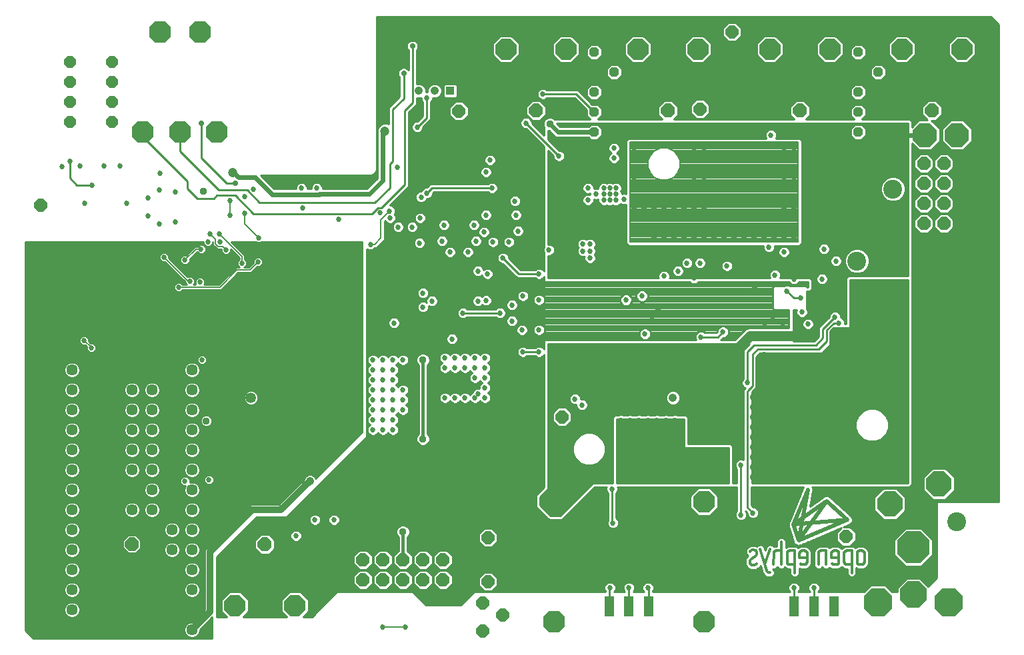
<source format=gbl>
G75*
%MOIN*%
%OFA0B0*%
%FSLAX25Y25*%
%IPPOS*%
%LPD*%
%AMOC8*
5,1,8,0,0,1.08239X$1,22.5*
%
%ADD10R,0.04724X0.09843*%
%ADD11OC8,0.10650*%
%ADD12OC8,0.07000*%
%ADD13OC8,0.06600*%
%ADD14OC8,0.10950*%
%ADD15OC8,0.16205*%
%ADD16OC8,0.13252*%
%ADD17OC8,0.14236*%
%ADD18OC8,0.06000*%
%ADD19OC8,0.04724*%
%ADD20C,0.05700*%
%ADD21C,0.02165*%
%ADD22C,0.01417*%
%ADD23C,0.04156*%
%ADD24R,0.04156X0.04156*%
%ADD25C,0.02700*%
%ADD26C,0.00700*%
%ADD27C,0.04724*%
%ADD28C,0.02400*%
%ADD29C,0.01100*%
%ADD30C,0.03762*%
%ADD31C,0.09449*%
%ADD32OC8,0.11811*%
%ADD33OC8,0.06496*%
%ADD34C,0.01000*%
%ADD35C,0.02778*%
%ADD36C,0.01600*%
%ADD37OC8,0.12661*%
%ADD38C,0.02702*%
%ADD39C,0.05315*%
%ADD40C,0.03200*%
%ADD41C,0.05000*%
D10*
X0365591Y0077777D03*
X0375433Y0077777D03*
X0385276Y0077777D03*
X0458091Y0077777D03*
X0467933Y0077777D03*
X0477776Y0077777D03*
D11*
X0208433Y0078050D03*
X0178433Y0078050D03*
X0141933Y0078050D03*
X0111933Y0078050D03*
X0313933Y0356350D03*
X0343933Y0356350D03*
X0379933Y0356350D03*
X0409933Y0356350D03*
X0445933Y0356350D03*
X0475933Y0356350D03*
X0511933Y0356350D03*
X0541933Y0356350D03*
D12*
X0526933Y0325650D03*
X0460933Y0325650D03*
X0394933Y0325650D03*
X0328933Y0325650D03*
X0193433Y0108750D03*
X0126933Y0108750D03*
D13*
X0242433Y0100950D03*
X0242433Y0090950D03*
X0252433Y0090950D03*
X0262433Y0090950D03*
X0262433Y0100950D03*
X0252433Y0100950D03*
X0272433Y0100950D03*
X0272433Y0090950D03*
X0282433Y0090950D03*
X0282433Y0100950D03*
X0522823Y0269178D03*
X0532823Y0269178D03*
X0532823Y0279178D03*
X0522823Y0279178D03*
X0522823Y0289178D03*
X0532823Y0289178D03*
X0532823Y0299178D03*
X0522823Y0299178D03*
D14*
X0412933Y0129950D03*
X0412933Y0069950D03*
X0337933Y0069950D03*
X0337933Y0129950D03*
X0169359Y0314950D03*
X0150859Y0314950D03*
X0132359Y0314950D03*
X0140859Y0364950D03*
X0160859Y0364950D03*
D15*
X0517697Y0107194D03*
D16*
X0517697Y0083572D03*
D17*
X0535413Y0079650D03*
X0499980Y0079650D03*
D18*
X0116933Y0319950D03*
X0116933Y0329950D03*
X0116933Y0339950D03*
X0116933Y0349950D03*
X0095933Y0349950D03*
X0095933Y0339950D03*
X0095933Y0329950D03*
X0095933Y0319950D03*
D19*
X0358033Y0314950D03*
X0358033Y0324950D03*
X0358033Y0334950D03*
X0368033Y0344950D03*
X0358033Y0354950D03*
X0490033Y0354950D03*
X0500033Y0344950D03*
X0490033Y0334950D03*
X0490033Y0324950D03*
X0490033Y0314950D03*
D20*
X0156933Y0195950D03*
X0156933Y0185950D03*
X0156933Y0175950D03*
X0156933Y0165950D03*
X0156933Y0155950D03*
X0156933Y0145950D03*
X0156933Y0135950D03*
X0156933Y0125950D03*
X0156933Y0115950D03*
X0146933Y0115950D03*
X0146933Y0105950D03*
X0156933Y0105950D03*
X0156933Y0095950D03*
X0156933Y0085950D03*
X0156933Y0075950D03*
X0156933Y0065950D03*
X0096933Y0065950D03*
X0096933Y0075950D03*
X0096933Y0085950D03*
X0096933Y0095950D03*
X0096933Y0105950D03*
X0096933Y0115950D03*
X0096933Y0125950D03*
X0096933Y0135950D03*
X0096933Y0145950D03*
X0096933Y0155950D03*
X0096933Y0165950D03*
X0096933Y0175950D03*
X0096933Y0185950D03*
X0096933Y0195950D03*
X0126933Y0185950D03*
X0136933Y0185950D03*
X0136933Y0175950D03*
X0126933Y0175950D03*
X0126933Y0165950D03*
X0136933Y0165950D03*
X0136933Y0155950D03*
X0126933Y0155950D03*
X0126933Y0145950D03*
X0136933Y0145950D03*
X0136933Y0135950D03*
X0126933Y0135950D03*
X0126933Y0125950D03*
X0136933Y0125950D03*
D21*
X0457760Y0118611D02*
X0474295Y0130422D01*
X0460122Y0110737D01*
X0464846Y0135934D01*
X0457760Y0118611D01*
X0460122Y0110737D01*
X0484531Y0120974D01*
X0474295Y0130422D01*
X0484531Y0120974D02*
X0457760Y0118611D01*
D22*
X0451618Y0109871D02*
X0451618Y0098690D01*
X0454453Y0100029D02*
X0454453Y0104123D01*
X0454455Y0104197D01*
X0454461Y0104271D01*
X0454470Y0104345D01*
X0454484Y0104418D01*
X0454501Y0104490D01*
X0454522Y0104561D01*
X0454547Y0104631D01*
X0454576Y0104699D01*
X0454607Y0104766D01*
X0454643Y0104832D01*
X0454682Y0104895D01*
X0454724Y0104956D01*
X0454769Y0105015D01*
X0454817Y0105071D01*
X0454868Y0105125D01*
X0454922Y0105176D01*
X0454978Y0105224D01*
X0455037Y0105269D01*
X0455098Y0105311D01*
X0455162Y0105350D01*
X0455227Y0105386D01*
X0455294Y0105417D01*
X0455362Y0105446D01*
X0455432Y0105471D01*
X0455503Y0105492D01*
X0455575Y0105509D01*
X0455648Y0105523D01*
X0455722Y0105532D01*
X0455796Y0105538D01*
X0455870Y0105540D01*
X0455870Y0105541D02*
X0458232Y0105541D01*
X0458232Y0098611D01*
X0455870Y0098611D01*
X0455870Y0098612D02*
X0455796Y0098614D01*
X0455722Y0098620D01*
X0455648Y0098629D01*
X0455575Y0098643D01*
X0455503Y0098660D01*
X0455432Y0098681D01*
X0455362Y0098706D01*
X0455294Y0098735D01*
X0455227Y0098766D01*
X0455162Y0098802D01*
X0455098Y0098841D01*
X0455037Y0098883D01*
X0454978Y0098928D01*
X0454922Y0098976D01*
X0454868Y0099027D01*
X0454817Y0099081D01*
X0454769Y0099137D01*
X0454724Y0099196D01*
X0454682Y0099257D01*
X0454643Y0099321D01*
X0454607Y0099386D01*
X0454576Y0099453D01*
X0454547Y0099521D01*
X0454522Y0099591D01*
X0454501Y0099662D01*
X0454484Y0099734D01*
X0454470Y0099807D01*
X0454461Y0099881D01*
X0454455Y0099955D01*
X0454453Y0100029D01*
X0458232Y0098533D02*
X0458232Y0094438D01*
X0461697Y0098611D02*
X0463114Y0098611D01*
X0463114Y0098612D02*
X0463188Y0098614D01*
X0463262Y0098620D01*
X0463336Y0098629D01*
X0463409Y0098643D01*
X0463481Y0098660D01*
X0463552Y0098681D01*
X0463622Y0098706D01*
X0463690Y0098735D01*
X0463757Y0098766D01*
X0463823Y0098802D01*
X0463886Y0098841D01*
X0463947Y0098883D01*
X0464006Y0098928D01*
X0464062Y0098976D01*
X0464116Y0099027D01*
X0464167Y0099081D01*
X0464215Y0099137D01*
X0464260Y0099196D01*
X0464302Y0099257D01*
X0464341Y0099321D01*
X0464377Y0099386D01*
X0464408Y0099453D01*
X0464437Y0099521D01*
X0464462Y0099591D01*
X0464483Y0099662D01*
X0464500Y0099734D01*
X0464514Y0099807D01*
X0464523Y0099881D01*
X0464529Y0099955D01*
X0464531Y0100029D01*
X0464531Y0104123D01*
X0464529Y0104197D01*
X0464523Y0104271D01*
X0464514Y0104345D01*
X0464500Y0104418D01*
X0464483Y0104490D01*
X0464462Y0104561D01*
X0464437Y0104631D01*
X0464408Y0104699D01*
X0464377Y0104766D01*
X0464341Y0104832D01*
X0464302Y0104895D01*
X0464260Y0104956D01*
X0464215Y0105015D01*
X0464167Y0105071D01*
X0464116Y0105125D01*
X0464062Y0105176D01*
X0464006Y0105224D01*
X0463947Y0105269D01*
X0463886Y0105311D01*
X0463823Y0105350D01*
X0463757Y0105386D01*
X0463690Y0105417D01*
X0463622Y0105446D01*
X0463552Y0105471D01*
X0463481Y0105492D01*
X0463409Y0105509D01*
X0463336Y0105523D01*
X0463262Y0105532D01*
X0463188Y0105538D01*
X0463114Y0105540D01*
X0463114Y0105541D02*
X0462169Y0105541D01*
X0462169Y0105540D02*
X0462095Y0105538D01*
X0462021Y0105532D01*
X0461947Y0105523D01*
X0461874Y0105509D01*
X0461802Y0105492D01*
X0461731Y0105471D01*
X0461661Y0105446D01*
X0461593Y0105417D01*
X0461526Y0105386D01*
X0461461Y0105350D01*
X0461397Y0105311D01*
X0461336Y0105269D01*
X0461277Y0105224D01*
X0461221Y0105176D01*
X0461167Y0105125D01*
X0461116Y0105071D01*
X0461068Y0105015D01*
X0461023Y0104956D01*
X0460981Y0104895D01*
X0460942Y0104832D01*
X0460906Y0104766D01*
X0460875Y0104699D01*
X0460846Y0104631D01*
X0460821Y0104561D01*
X0460800Y0104490D01*
X0460783Y0104418D01*
X0460769Y0104345D01*
X0460760Y0104271D01*
X0460754Y0104197D01*
X0460752Y0104123D01*
X0460752Y0103966D02*
X0460752Y0102076D01*
X0464059Y0102076D01*
X0461146Y0099163D02*
X0461148Y0099117D01*
X0461154Y0099072D01*
X0461163Y0099028D01*
X0461176Y0098984D01*
X0461192Y0098942D01*
X0461212Y0098901D01*
X0461236Y0098862D01*
X0461262Y0098825D01*
X0461292Y0098790D01*
X0461324Y0098758D01*
X0461359Y0098728D01*
X0461396Y0098702D01*
X0461435Y0098678D01*
X0461476Y0098658D01*
X0461518Y0098642D01*
X0461562Y0098629D01*
X0461606Y0098620D01*
X0461651Y0098614D01*
X0461697Y0098612D01*
X0470201Y0098611D02*
X0470201Y0104123D01*
X0470203Y0104197D01*
X0470209Y0104271D01*
X0470218Y0104345D01*
X0470232Y0104418D01*
X0470249Y0104490D01*
X0470270Y0104561D01*
X0470295Y0104631D01*
X0470324Y0104699D01*
X0470355Y0104766D01*
X0470391Y0104832D01*
X0470430Y0104895D01*
X0470472Y0104956D01*
X0470517Y0105015D01*
X0470565Y0105071D01*
X0470616Y0105125D01*
X0470670Y0105176D01*
X0470726Y0105224D01*
X0470785Y0105269D01*
X0470846Y0105311D01*
X0470910Y0105350D01*
X0470975Y0105386D01*
X0471042Y0105417D01*
X0471110Y0105446D01*
X0471180Y0105471D01*
X0471251Y0105492D01*
X0471323Y0105509D01*
X0471396Y0105523D01*
X0471470Y0105532D01*
X0471544Y0105538D01*
X0471618Y0105540D01*
X0471618Y0105541D02*
X0473980Y0105541D01*
X0473980Y0098611D01*
X0477602Y0098611D02*
X0479020Y0098611D01*
X0479020Y0098612D02*
X0479094Y0098614D01*
X0479168Y0098620D01*
X0479242Y0098629D01*
X0479315Y0098643D01*
X0479387Y0098660D01*
X0479458Y0098681D01*
X0479528Y0098706D01*
X0479596Y0098735D01*
X0479663Y0098766D01*
X0479729Y0098802D01*
X0479792Y0098841D01*
X0479853Y0098883D01*
X0479912Y0098928D01*
X0479968Y0098976D01*
X0480022Y0099027D01*
X0480073Y0099081D01*
X0480121Y0099137D01*
X0480166Y0099196D01*
X0480208Y0099257D01*
X0480247Y0099321D01*
X0480283Y0099386D01*
X0480314Y0099453D01*
X0480343Y0099521D01*
X0480368Y0099591D01*
X0480389Y0099662D01*
X0480406Y0099734D01*
X0480420Y0099807D01*
X0480429Y0099881D01*
X0480435Y0099955D01*
X0480437Y0100029D01*
X0480437Y0104123D01*
X0480435Y0104197D01*
X0480429Y0104271D01*
X0480420Y0104345D01*
X0480406Y0104418D01*
X0480389Y0104490D01*
X0480368Y0104561D01*
X0480343Y0104631D01*
X0480314Y0104699D01*
X0480283Y0104766D01*
X0480247Y0104832D01*
X0480208Y0104895D01*
X0480166Y0104956D01*
X0480121Y0105015D01*
X0480073Y0105071D01*
X0480022Y0105125D01*
X0479968Y0105176D01*
X0479912Y0105224D01*
X0479853Y0105269D01*
X0479792Y0105311D01*
X0479729Y0105350D01*
X0479663Y0105386D01*
X0479596Y0105417D01*
X0479528Y0105446D01*
X0479458Y0105471D01*
X0479387Y0105492D01*
X0479315Y0105509D01*
X0479242Y0105523D01*
X0479168Y0105532D01*
X0479094Y0105538D01*
X0479020Y0105540D01*
X0479020Y0105541D02*
X0478075Y0105541D01*
X0478075Y0105540D02*
X0478001Y0105538D01*
X0477927Y0105532D01*
X0477853Y0105523D01*
X0477780Y0105509D01*
X0477708Y0105492D01*
X0477637Y0105471D01*
X0477567Y0105446D01*
X0477499Y0105417D01*
X0477432Y0105386D01*
X0477367Y0105350D01*
X0477303Y0105311D01*
X0477242Y0105269D01*
X0477183Y0105224D01*
X0477127Y0105176D01*
X0477073Y0105125D01*
X0477022Y0105071D01*
X0476974Y0105015D01*
X0476929Y0104956D01*
X0476887Y0104895D01*
X0476848Y0104832D01*
X0476812Y0104766D01*
X0476781Y0104699D01*
X0476752Y0104631D01*
X0476727Y0104561D01*
X0476706Y0104490D01*
X0476689Y0104418D01*
X0476675Y0104345D01*
X0476666Y0104271D01*
X0476660Y0104197D01*
X0476658Y0104123D01*
X0476657Y0103966D02*
X0476657Y0102076D01*
X0479965Y0102076D01*
X0483035Y0100029D02*
X0483035Y0104123D01*
X0483036Y0104123D02*
X0483038Y0104197D01*
X0483044Y0104271D01*
X0483053Y0104345D01*
X0483067Y0104418D01*
X0483084Y0104490D01*
X0483105Y0104561D01*
X0483130Y0104631D01*
X0483159Y0104699D01*
X0483190Y0104766D01*
X0483226Y0104832D01*
X0483265Y0104895D01*
X0483307Y0104956D01*
X0483352Y0105015D01*
X0483400Y0105071D01*
X0483451Y0105125D01*
X0483505Y0105176D01*
X0483561Y0105224D01*
X0483620Y0105269D01*
X0483681Y0105311D01*
X0483745Y0105350D01*
X0483810Y0105386D01*
X0483877Y0105417D01*
X0483945Y0105446D01*
X0484015Y0105471D01*
X0484086Y0105492D01*
X0484158Y0105509D01*
X0484231Y0105523D01*
X0484305Y0105532D01*
X0484379Y0105538D01*
X0484453Y0105540D01*
X0484453Y0105541D02*
X0486815Y0105541D01*
X0486815Y0098611D01*
X0484453Y0098611D01*
X0484453Y0098612D02*
X0484379Y0098614D01*
X0484305Y0098620D01*
X0484231Y0098629D01*
X0484158Y0098643D01*
X0484086Y0098660D01*
X0484015Y0098681D01*
X0483945Y0098706D01*
X0483877Y0098735D01*
X0483810Y0098766D01*
X0483745Y0098802D01*
X0483681Y0098841D01*
X0483620Y0098883D01*
X0483561Y0098928D01*
X0483505Y0098976D01*
X0483451Y0099027D01*
X0483400Y0099081D01*
X0483352Y0099137D01*
X0483307Y0099196D01*
X0483265Y0099257D01*
X0483226Y0099321D01*
X0483190Y0099386D01*
X0483159Y0099453D01*
X0483130Y0099521D01*
X0483105Y0099591D01*
X0483084Y0099662D01*
X0483067Y0099734D01*
X0483053Y0099807D01*
X0483044Y0099881D01*
X0483038Y0099955D01*
X0483036Y0100029D01*
X0486815Y0098533D02*
X0486815Y0094438D01*
X0491067Y0098611D02*
X0491539Y0098611D01*
X0491776Y0098612D02*
X0491850Y0098614D01*
X0491924Y0098620D01*
X0491998Y0098629D01*
X0492071Y0098643D01*
X0492143Y0098660D01*
X0492214Y0098681D01*
X0492284Y0098706D01*
X0492352Y0098735D01*
X0492419Y0098766D01*
X0492485Y0098802D01*
X0492548Y0098841D01*
X0492609Y0098883D01*
X0492668Y0098928D01*
X0492724Y0098976D01*
X0492778Y0099027D01*
X0492829Y0099081D01*
X0492877Y0099137D01*
X0492922Y0099196D01*
X0492964Y0099257D01*
X0493003Y0099321D01*
X0493039Y0099386D01*
X0493070Y0099453D01*
X0493099Y0099521D01*
X0493124Y0099591D01*
X0493145Y0099662D01*
X0493162Y0099734D01*
X0493176Y0099807D01*
X0493185Y0099881D01*
X0493191Y0099955D01*
X0493193Y0100029D01*
X0493193Y0104123D01*
X0493191Y0104197D01*
X0493185Y0104271D01*
X0493176Y0104345D01*
X0493162Y0104418D01*
X0493145Y0104490D01*
X0493124Y0104561D01*
X0493099Y0104631D01*
X0493070Y0104699D01*
X0493039Y0104766D01*
X0493003Y0104832D01*
X0492964Y0104895D01*
X0492922Y0104956D01*
X0492877Y0105015D01*
X0492829Y0105071D01*
X0492778Y0105125D01*
X0492724Y0105176D01*
X0492668Y0105224D01*
X0492609Y0105269D01*
X0492548Y0105311D01*
X0492485Y0105350D01*
X0492419Y0105386D01*
X0492352Y0105417D01*
X0492284Y0105446D01*
X0492214Y0105471D01*
X0492143Y0105492D01*
X0492071Y0105509D01*
X0491998Y0105523D01*
X0491924Y0105532D01*
X0491850Y0105538D01*
X0491776Y0105540D01*
X0491657Y0105541D02*
X0490831Y0105541D01*
X0490870Y0105540D02*
X0490796Y0105538D01*
X0490722Y0105532D01*
X0490648Y0105523D01*
X0490575Y0105509D01*
X0490503Y0105492D01*
X0490432Y0105471D01*
X0490362Y0105446D01*
X0490294Y0105417D01*
X0490227Y0105386D01*
X0490162Y0105350D01*
X0490098Y0105311D01*
X0490037Y0105269D01*
X0489978Y0105224D01*
X0489922Y0105176D01*
X0489868Y0105125D01*
X0489817Y0105071D01*
X0489769Y0105015D01*
X0489724Y0104956D01*
X0489682Y0104895D01*
X0489643Y0104832D01*
X0489607Y0104766D01*
X0489576Y0104699D01*
X0489547Y0104631D01*
X0489522Y0104561D01*
X0489501Y0104490D01*
X0489484Y0104418D01*
X0489470Y0104345D01*
X0489461Y0104271D01*
X0489455Y0104197D01*
X0489453Y0104123D01*
X0489453Y0100029D01*
X0489455Y0099955D01*
X0489461Y0099881D01*
X0489470Y0099807D01*
X0489484Y0099734D01*
X0489501Y0099662D01*
X0489522Y0099591D01*
X0489547Y0099521D01*
X0489576Y0099453D01*
X0489607Y0099386D01*
X0489643Y0099321D01*
X0489682Y0099257D01*
X0489724Y0099196D01*
X0489769Y0099137D01*
X0489817Y0099081D01*
X0489868Y0099027D01*
X0489922Y0098976D01*
X0489978Y0098928D01*
X0490037Y0098883D01*
X0490098Y0098841D01*
X0490162Y0098802D01*
X0490227Y0098766D01*
X0490294Y0098735D01*
X0490362Y0098706D01*
X0490432Y0098681D01*
X0490503Y0098660D01*
X0490575Y0098643D01*
X0490648Y0098629D01*
X0490722Y0098620D01*
X0490796Y0098614D01*
X0490870Y0098612D01*
X0477602Y0098612D02*
X0477556Y0098614D01*
X0477511Y0098620D01*
X0477467Y0098629D01*
X0477423Y0098642D01*
X0477381Y0098658D01*
X0477340Y0098678D01*
X0477301Y0098702D01*
X0477264Y0098728D01*
X0477229Y0098758D01*
X0477197Y0098790D01*
X0477167Y0098825D01*
X0477141Y0098862D01*
X0477117Y0098901D01*
X0477097Y0098942D01*
X0477081Y0098984D01*
X0477068Y0099028D01*
X0477059Y0099072D01*
X0477053Y0099117D01*
X0477051Y0099163D01*
X0451067Y0105541D02*
X0449256Y0105541D01*
X0449256Y0105540D02*
X0449182Y0105538D01*
X0449108Y0105532D01*
X0449034Y0105523D01*
X0448961Y0105509D01*
X0448889Y0105492D01*
X0448818Y0105471D01*
X0448748Y0105446D01*
X0448680Y0105417D01*
X0448613Y0105386D01*
X0448548Y0105350D01*
X0448484Y0105311D01*
X0448423Y0105269D01*
X0448364Y0105224D01*
X0448308Y0105176D01*
X0448254Y0105125D01*
X0448203Y0105071D01*
X0448155Y0105015D01*
X0448110Y0104956D01*
X0448068Y0104895D01*
X0448029Y0104832D01*
X0447993Y0104766D01*
X0447962Y0104699D01*
X0447933Y0104631D01*
X0447908Y0104561D01*
X0447887Y0104490D01*
X0447870Y0104418D01*
X0447856Y0104345D01*
X0447847Y0104271D01*
X0447841Y0104197D01*
X0447839Y0104123D01*
X0447760Y0098611D01*
X0443429Y0098690D02*
X0446028Y0106249D01*
X0440988Y0106249D02*
X0444295Y0095619D01*
X0444374Y0095462D02*
X0444925Y0094674D01*
X0445634Y0094517D01*
X0446028Y0094517D01*
X0439177Y0099005D02*
X0439177Y0099163D01*
X0439177Y0099005D02*
X0439020Y0098769D01*
X0438626Y0098533D01*
X0438311Y0098375D01*
X0438232Y0098375D02*
X0437287Y0098375D01*
X0437287Y0098376D02*
X0437213Y0098378D01*
X0437139Y0098384D01*
X0437065Y0098393D01*
X0436992Y0098407D01*
X0436920Y0098424D01*
X0436849Y0098445D01*
X0436779Y0098470D01*
X0436711Y0098499D01*
X0436644Y0098530D01*
X0436579Y0098566D01*
X0436515Y0098605D01*
X0436454Y0098647D01*
X0436395Y0098692D01*
X0436339Y0098740D01*
X0436285Y0098791D01*
X0436234Y0098845D01*
X0436186Y0098901D01*
X0436141Y0098960D01*
X0436099Y0099021D01*
X0436060Y0099085D01*
X0436024Y0099150D01*
X0435993Y0099217D01*
X0435964Y0099285D01*
X0435939Y0099355D01*
X0435918Y0099426D01*
X0435901Y0099498D01*
X0435887Y0099571D01*
X0435878Y0099645D01*
X0435872Y0099719D01*
X0435870Y0099793D01*
X0435870Y0099871D02*
X0435870Y0100265D01*
X0435949Y0100659D01*
X0436657Y0101367D01*
X0437917Y0102312D01*
X0437681Y0102155D02*
X0438941Y0103100D01*
X0439256Y0103572D01*
X0439335Y0103966D01*
X0439335Y0104359D01*
X0439334Y0104438D02*
X0439332Y0104512D01*
X0439326Y0104586D01*
X0439317Y0104660D01*
X0439303Y0104733D01*
X0439286Y0104805D01*
X0439265Y0104876D01*
X0439240Y0104946D01*
X0439211Y0105014D01*
X0439180Y0105081D01*
X0439144Y0105147D01*
X0439105Y0105210D01*
X0439063Y0105271D01*
X0439018Y0105330D01*
X0438970Y0105386D01*
X0438919Y0105440D01*
X0438865Y0105491D01*
X0438809Y0105539D01*
X0438750Y0105584D01*
X0438689Y0105626D01*
X0438626Y0105665D01*
X0438560Y0105701D01*
X0438493Y0105732D01*
X0438425Y0105761D01*
X0438355Y0105786D01*
X0438284Y0105807D01*
X0438212Y0105824D01*
X0438139Y0105838D01*
X0438065Y0105847D01*
X0437991Y0105853D01*
X0437917Y0105855D01*
X0437917Y0105856D02*
X0436972Y0105856D01*
X0436894Y0105856D02*
X0436579Y0105698D01*
X0436185Y0105462D01*
X0436028Y0105226D01*
X0436028Y0105068D01*
D23*
X0437933Y0142450D03*
X0437933Y0147450D03*
X0437933Y0152450D03*
X0437933Y0157450D03*
X0437933Y0162450D03*
X0437933Y0167450D03*
X0437933Y0172450D03*
X0437933Y0177450D03*
X0437933Y0182450D03*
X0442933Y0182450D03*
X0442933Y0177450D03*
X0442933Y0172450D03*
X0442933Y0167450D03*
X0442933Y0162450D03*
X0442933Y0157450D03*
X0442933Y0152450D03*
X0442933Y0147450D03*
X0442933Y0142450D03*
X0447933Y0142450D03*
X0447933Y0147450D03*
X0447933Y0152450D03*
X0447933Y0157450D03*
X0447933Y0162450D03*
X0452933Y0162450D03*
X0452933Y0157450D03*
X0452933Y0152450D03*
X0452933Y0147450D03*
X0452933Y0142450D03*
X0457933Y0142450D03*
X0457933Y0147450D03*
X0457933Y0152450D03*
X0457933Y0157450D03*
X0457933Y0162450D03*
X0462933Y0162450D03*
X0462933Y0157450D03*
X0462933Y0152450D03*
X0462933Y0147450D03*
X0462933Y0142450D03*
X0467933Y0142450D03*
X0467933Y0147450D03*
X0467933Y0152450D03*
X0467933Y0157450D03*
X0467933Y0162450D03*
X0472933Y0162450D03*
X0472933Y0157450D03*
X0472933Y0152450D03*
X0472933Y0147450D03*
X0472933Y0142450D03*
X0477933Y0142450D03*
X0477933Y0147450D03*
X0477933Y0152450D03*
X0477933Y0157450D03*
X0477933Y0162450D03*
X0483433Y0162450D03*
X0483433Y0157450D03*
X0487933Y0157450D03*
X0487933Y0152450D03*
X0483433Y0152450D03*
X0482933Y0147450D03*
X0482933Y0142450D03*
X0487933Y0142450D03*
X0487933Y0147450D03*
X0492933Y0147450D03*
X0492933Y0142450D03*
X0497933Y0142450D03*
X0497933Y0147450D03*
X0497933Y0152450D03*
X0492933Y0152450D03*
X0502933Y0152450D03*
X0502933Y0147450D03*
X0502933Y0142450D03*
X0507933Y0142450D03*
X0507933Y0147450D03*
X0507933Y0152450D03*
X0507933Y0157450D03*
X0512933Y0157450D03*
X0512933Y0152450D03*
X0512933Y0147450D03*
X0512933Y0142450D03*
X0512933Y0162450D03*
X0512933Y0167450D03*
X0512933Y0172450D03*
X0512933Y0177450D03*
X0507933Y0177450D03*
X0507933Y0182450D03*
X0502933Y0182450D03*
X0497933Y0182450D03*
X0492933Y0182450D03*
X0487933Y0182450D03*
X0483433Y0182450D03*
X0483433Y0177450D03*
X0483433Y0172450D03*
X0483433Y0167450D03*
X0482933Y0187950D03*
X0482933Y0192950D03*
X0482933Y0197950D03*
X0482933Y0202950D03*
X0482933Y0207950D03*
X0477933Y0207950D03*
X0477933Y0212950D03*
X0482933Y0212950D03*
X0487933Y0212950D03*
X0487933Y0207950D03*
X0487933Y0202950D03*
X0487933Y0197950D03*
X0487933Y0192950D03*
X0487933Y0187950D03*
X0492933Y0187950D03*
X0492933Y0192950D03*
X0492933Y0197950D03*
X0492933Y0202950D03*
X0492933Y0207950D03*
X0492933Y0212950D03*
X0492933Y0217950D03*
X0487933Y0217950D03*
X0487933Y0223450D03*
X0492933Y0223450D03*
X0497933Y0223450D03*
X0502933Y0223450D03*
X0507933Y0223450D03*
X0512933Y0223450D03*
X0512933Y0217950D03*
X0507933Y0217950D03*
X0502933Y0217950D03*
X0497933Y0217950D03*
X0497933Y0212950D03*
X0497933Y0207950D03*
X0497933Y0202950D03*
X0497933Y0197950D03*
X0497933Y0192950D03*
X0497933Y0187950D03*
X0502933Y0187950D03*
X0502933Y0192950D03*
X0502933Y0197950D03*
X0502933Y0202950D03*
X0502933Y0207950D03*
X0502933Y0212950D03*
X0507933Y0212950D03*
X0507933Y0207950D03*
X0507933Y0202950D03*
X0507933Y0197950D03*
X0507933Y0192950D03*
X0507933Y0187950D03*
X0512933Y0187950D03*
X0512933Y0192950D03*
X0512933Y0197950D03*
X0512933Y0202950D03*
X0512933Y0207950D03*
X0512933Y0212950D03*
X0512933Y0228950D03*
X0507933Y0228950D03*
X0502933Y0228950D03*
X0497933Y0228950D03*
X0492933Y0228950D03*
X0487933Y0228950D03*
X0487933Y0233950D03*
X0487933Y0238950D03*
X0492933Y0238950D03*
X0492933Y0233950D03*
X0497933Y0233950D03*
X0497933Y0238950D03*
X0502933Y0238950D03*
X0502933Y0233950D03*
X0507933Y0233950D03*
X0507933Y0238950D03*
X0512933Y0238950D03*
X0512933Y0233950D03*
X0512933Y0182450D03*
X0442933Y0187950D03*
X0442933Y0192950D03*
X0442933Y0197950D03*
X0442933Y0202950D03*
X0397433Y0181950D03*
X0398433Y0169950D03*
X0393933Y0169950D03*
X0389433Y0169950D03*
X0384933Y0169950D03*
X0380433Y0169950D03*
X0375933Y0169950D03*
X0371433Y0169950D03*
X0371433Y0165450D03*
X0371433Y0160950D03*
X0371433Y0156450D03*
X0371433Y0151950D03*
X0371433Y0147450D03*
X0371433Y0142950D03*
X0375933Y0142950D03*
X0375933Y0147450D03*
X0375933Y0151950D03*
X0375933Y0156450D03*
X0375933Y0160950D03*
X0375933Y0165450D03*
X0380433Y0165450D03*
X0380433Y0160950D03*
X0380433Y0156450D03*
X0380433Y0151950D03*
X0380433Y0147450D03*
X0380433Y0142950D03*
X0384933Y0142950D03*
X0384933Y0147450D03*
X0384933Y0151950D03*
X0384933Y0156450D03*
X0384933Y0160950D03*
X0384933Y0165450D03*
X0389433Y0165450D03*
X0389433Y0160950D03*
X0389433Y0156450D03*
X0389433Y0151950D03*
X0389433Y0147450D03*
X0389433Y0142950D03*
X0393933Y0142950D03*
X0393933Y0147450D03*
X0393933Y0151950D03*
X0393933Y0156450D03*
X0393933Y0160950D03*
X0393933Y0165450D03*
X0398433Y0165450D03*
X0398433Y0160950D03*
X0398433Y0156450D03*
X0398433Y0151950D03*
X0398433Y0147450D03*
X0398433Y0142950D03*
X0403933Y0144950D03*
X0403933Y0149450D03*
X0403933Y0153950D03*
X0408933Y0153950D03*
X0408933Y0149450D03*
X0408933Y0144950D03*
X0413433Y0153950D03*
X0417933Y0153950D03*
X0422433Y0153950D03*
X0278232Y0335541D03*
X0270358Y0335541D03*
X0215933Y0140450D03*
D24*
X0286106Y0335541D03*
D25*
X0305933Y0300950D03*
X0303933Y0294950D03*
X0306933Y0286950D03*
X0318433Y0280450D03*
X0318933Y0273450D03*
X0319933Y0265450D03*
X0315433Y0259950D03*
X0312433Y0251950D03*
X0307433Y0259950D03*
X0302933Y0264950D03*
X0298933Y0260450D03*
X0297933Y0268450D03*
X0303933Y0273450D03*
X0294933Y0254950D03*
X0299933Y0245450D03*
X0304683Y0243950D03*
X0303933Y0230700D03*
X0299933Y0230450D03*
X0292433Y0224450D03*
X0286933Y0211450D03*
X0288433Y0201950D03*
X0283433Y0201950D03*
X0283433Y0196950D03*
X0288433Y0196950D03*
X0293433Y0196950D03*
X0293433Y0201950D03*
X0298433Y0201950D03*
X0298433Y0196950D03*
X0298433Y0191950D03*
X0303433Y0191950D03*
X0303433Y0186950D03*
X0299933Y0183950D03*
X0298433Y0181950D03*
X0293433Y0181950D03*
X0288433Y0181950D03*
X0283433Y0181950D03*
X0283433Y0170950D03*
X0283433Y0165950D03*
X0288433Y0165950D03*
X0288433Y0170950D03*
X0293433Y0170950D03*
X0293433Y0165950D03*
X0298433Y0165950D03*
X0298433Y0170950D03*
X0298433Y0175950D03*
X0293433Y0175950D03*
X0303433Y0175950D03*
X0303433Y0170950D03*
X0303433Y0165950D03*
X0303433Y0181950D03*
X0303433Y0196950D03*
X0303433Y0201950D03*
X0322433Y0204950D03*
X0330433Y0204950D03*
X0330433Y0215950D03*
X0321933Y0215950D03*
X0316933Y0220450D03*
X0310933Y0224450D03*
X0316933Y0228450D03*
X0322433Y0232950D03*
X0330433Y0230950D03*
X0330433Y0243950D03*
X0335433Y0255950D03*
X0352433Y0255450D03*
X0352433Y0258950D03*
X0355933Y0258950D03*
X0355933Y0255450D03*
X0355933Y0251950D03*
X0373933Y0230950D03*
X0381933Y0232950D03*
X0389933Y0226450D03*
X0386933Y0220950D03*
X0381933Y0224450D03*
X0383433Y0213950D03*
X0411433Y0212450D03*
X0417933Y0216950D03*
X0422433Y0214950D03*
X0443433Y0217950D03*
X0447433Y0222450D03*
X0452433Y0217950D03*
X0461933Y0224950D03*
X0461433Y0231950D03*
X0454433Y0235450D03*
X0457933Y0241450D03*
X0448433Y0243450D03*
X0456933Y0250450D03*
X0452933Y0254950D03*
X0445433Y0257450D03*
X0442933Y0261950D03*
X0437933Y0261950D03*
X0432933Y0261950D03*
X0427933Y0261950D03*
X0422933Y0261950D03*
X0417933Y0261950D03*
X0412933Y0261950D03*
X0407933Y0261950D03*
X0402933Y0261950D03*
X0397933Y0261950D03*
X0392933Y0261950D03*
X0387933Y0261950D03*
X0387933Y0266950D03*
X0387933Y0271950D03*
X0382933Y0271950D03*
X0377933Y0271950D03*
X0377933Y0276950D03*
X0377933Y0281950D03*
X0377933Y0286950D03*
X0372933Y0286950D03*
X0368933Y0286950D03*
X0365933Y0286950D03*
X0362933Y0286950D03*
X0362933Y0283950D03*
X0362933Y0280950D03*
X0365933Y0280950D03*
X0365933Y0283950D03*
X0368933Y0283950D03*
X0368933Y0280950D03*
X0372933Y0281450D03*
X0382933Y0281950D03*
X0382933Y0276950D03*
X0387933Y0276950D03*
X0387933Y0281950D03*
X0387933Y0286950D03*
X0382933Y0286950D03*
X0377933Y0291950D03*
X0377933Y0296950D03*
X0377933Y0301950D03*
X0377933Y0306950D03*
X0367933Y0306950D03*
X0367933Y0301950D03*
X0353933Y0299950D03*
X0349933Y0299950D03*
X0349933Y0303950D03*
X0353933Y0303950D03*
X0353933Y0307950D03*
X0340433Y0302950D03*
X0349933Y0295450D03*
X0349933Y0291450D03*
X0353933Y0291450D03*
X0353933Y0295450D03*
X0354933Y0286950D03*
X0358933Y0283950D03*
X0354933Y0280950D03*
X0392933Y0281950D03*
X0392933Y0276950D03*
X0392933Y0271950D03*
X0392933Y0266950D03*
X0397933Y0266950D03*
X0397933Y0271950D03*
X0397933Y0276950D03*
X0397933Y0281950D03*
X0397933Y0286950D03*
X0402933Y0286950D03*
X0402933Y0281950D03*
X0402933Y0276950D03*
X0402933Y0271950D03*
X0402933Y0266950D03*
X0407933Y0266950D03*
X0407933Y0271950D03*
X0407933Y0276950D03*
X0407933Y0281950D03*
X0407933Y0286950D03*
X0407933Y0291950D03*
X0407933Y0296950D03*
X0407933Y0301950D03*
X0407933Y0306950D03*
X0412933Y0306950D03*
X0412933Y0301950D03*
X0412933Y0296950D03*
X0412933Y0291950D03*
X0412933Y0286950D03*
X0412933Y0281950D03*
X0412933Y0276950D03*
X0412933Y0271950D03*
X0412933Y0266950D03*
X0417933Y0253950D03*
X0410933Y0249450D03*
X0404433Y0249450D03*
X0399933Y0245450D03*
X0392933Y0242950D03*
X0404433Y0234950D03*
X0407933Y0241950D03*
X0424433Y0247950D03*
X0434433Y0246950D03*
X0438433Y0236950D03*
X0461433Y0256450D03*
X0457933Y0261950D03*
X0452933Y0261950D03*
X0447933Y0261950D03*
X0452933Y0266950D03*
X0452933Y0271950D03*
X0452933Y0276950D03*
X0452933Y0281950D03*
X0452933Y0286950D03*
X0452933Y0291950D03*
X0452933Y0296950D03*
X0452933Y0301950D03*
X0452933Y0306950D03*
X0457933Y0306950D03*
X0457933Y0301950D03*
X0457933Y0296950D03*
X0457933Y0291950D03*
X0457933Y0286950D03*
X0457933Y0281950D03*
X0457933Y0276950D03*
X0457933Y0271950D03*
X0457933Y0266950D03*
X0472933Y0256450D03*
X0478933Y0250450D03*
X0471933Y0241450D03*
X0478433Y0222450D03*
X0480433Y0219450D03*
X0464933Y0218950D03*
X0463433Y0202950D03*
X0460433Y0202950D03*
X0457433Y0202950D03*
X0454433Y0202950D03*
X0451433Y0202950D03*
X0448433Y0202950D03*
X0448433Y0198450D03*
X0451433Y0198450D03*
X0454433Y0198450D03*
X0457433Y0198450D03*
X0460433Y0198450D03*
X0463433Y0198450D03*
X0466433Y0198450D03*
X0469433Y0198450D03*
X0472433Y0198450D03*
X0475433Y0198450D03*
X0478433Y0198450D03*
X0478433Y0193950D03*
X0475433Y0193950D03*
X0472433Y0193950D03*
X0469433Y0193950D03*
X0466433Y0193950D03*
X0463433Y0193950D03*
X0460433Y0193950D03*
X0457433Y0193950D03*
X0454433Y0193950D03*
X0451433Y0193950D03*
X0448433Y0193950D03*
X0448433Y0189450D03*
X0451433Y0189450D03*
X0454433Y0189450D03*
X0457433Y0189450D03*
X0460433Y0189450D03*
X0463433Y0189450D03*
X0466433Y0189450D03*
X0469433Y0189450D03*
X0472433Y0189450D03*
X0475433Y0189450D03*
X0478433Y0189450D03*
X0478433Y0184950D03*
X0475433Y0184950D03*
X0472433Y0184950D03*
X0469433Y0184950D03*
X0466433Y0184950D03*
X0463433Y0184950D03*
X0460433Y0184950D03*
X0457433Y0184950D03*
X0454433Y0184950D03*
X0451433Y0184950D03*
X0448433Y0184950D03*
X0448433Y0180450D03*
X0451433Y0180450D03*
X0454433Y0180450D03*
X0457433Y0180450D03*
X0460433Y0180450D03*
X0463433Y0180450D03*
X0466433Y0180450D03*
X0469433Y0180450D03*
X0472433Y0180450D03*
X0475433Y0180450D03*
X0478433Y0180450D03*
X0478433Y0175950D03*
X0475433Y0175950D03*
X0472433Y0175950D03*
X0469433Y0175950D03*
X0466433Y0175950D03*
X0463433Y0175950D03*
X0460433Y0175950D03*
X0457433Y0175950D03*
X0454433Y0175950D03*
X0451433Y0175950D03*
X0448433Y0175950D03*
X0448433Y0171450D03*
X0451433Y0171450D03*
X0454433Y0171450D03*
X0457433Y0171450D03*
X0460433Y0171450D03*
X0463433Y0171450D03*
X0466433Y0171450D03*
X0469433Y0171450D03*
X0472433Y0171450D03*
X0475433Y0171450D03*
X0478433Y0171450D03*
X0478433Y0166950D03*
X0475433Y0166950D03*
X0472433Y0166950D03*
X0469433Y0166950D03*
X0466433Y0166950D03*
X0463433Y0166950D03*
X0460433Y0166950D03*
X0457433Y0166950D03*
X0454433Y0166950D03*
X0451433Y0166950D03*
X0448433Y0166950D03*
X0431433Y0148450D03*
X0437433Y0124450D03*
X0431433Y0123450D03*
X0457933Y0086950D03*
X0467933Y0086950D03*
X0384933Y0086950D03*
X0375433Y0086950D03*
X0365933Y0086950D03*
X0367433Y0119450D03*
X0366933Y0136450D03*
X0351933Y0178450D03*
X0348433Y0181450D03*
X0348433Y0189950D03*
X0276933Y0230450D03*
X0272433Y0227450D03*
X0272433Y0234450D03*
X0272433Y0241450D03*
X0274933Y0245450D03*
X0285933Y0254950D03*
X0281933Y0260450D03*
X0282933Y0268450D03*
X0271008Y0271950D03*
X0267008Y0267450D03*
X0260008Y0267450D03*
X0256008Y0271950D03*
X0255758Y0275450D03*
X0250980Y0274663D03*
X0246133Y0258750D03*
X0236465Y0253481D03*
X0236433Y0248950D03*
X0226827Y0253588D03*
X0224933Y0249450D03*
X0215433Y0251450D03*
X0210433Y0254450D03*
X0210433Y0247950D03*
X0200433Y0250950D03*
X0200433Y0255950D03*
X0190433Y0256950D03*
X0190165Y0262163D03*
X0185433Y0254450D03*
X0181933Y0249450D03*
X0185183Y0240200D03*
X0185183Y0236200D03*
X0185183Y0232200D03*
X0181183Y0232200D03*
X0181183Y0235200D03*
X0181183Y0238700D03*
X0167933Y0243450D03*
X0160933Y0239950D03*
X0155933Y0240450D03*
X0150433Y0237450D03*
X0143433Y0237950D03*
X0144433Y0243450D03*
X0142933Y0252450D03*
X0147433Y0253450D03*
X0145933Y0257950D03*
X0153433Y0250950D03*
X0161433Y0256450D03*
X0164933Y0259950D03*
X0166059Y0263950D03*
X0170559Y0263950D03*
X0170933Y0259950D03*
X0173933Y0255950D03*
X0167933Y0255450D03*
X0176059Y0273450D03*
X0183161Y0274245D03*
X0176059Y0280769D03*
X0183161Y0282745D03*
X0187496Y0286245D03*
X0211685Y0286871D03*
X0219335Y0286895D03*
X0212374Y0276867D03*
X0230201Y0271367D03*
X0259508Y0297450D03*
X0266508Y0297450D03*
X0270508Y0292950D03*
X0274433Y0284450D03*
X0271508Y0282450D03*
X0270683Y0259450D03*
X0240433Y0238950D03*
X0240433Y0230450D03*
X0240433Y0223450D03*
X0239933Y0217950D03*
X0239933Y0204450D03*
X0247433Y0200950D03*
X0247433Y0195950D03*
X0247433Y0190950D03*
X0247433Y0185950D03*
X0247433Y0180950D03*
X0247433Y0175950D03*
X0247433Y0170950D03*
X0247433Y0165950D03*
X0252433Y0165950D03*
X0252433Y0170950D03*
X0252433Y0175950D03*
X0252433Y0180950D03*
X0252433Y0185950D03*
X0252433Y0190950D03*
X0252433Y0195950D03*
X0252433Y0200950D03*
X0257433Y0200950D03*
X0257433Y0195950D03*
X0257433Y0190950D03*
X0257433Y0185950D03*
X0257433Y0180950D03*
X0257433Y0175950D03*
X0257433Y0170950D03*
X0257433Y0165950D03*
X0262433Y0175950D03*
X0262433Y0180950D03*
X0262433Y0185950D03*
X0262433Y0200950D03*
X0257933Y0219450D03*
X0239933Y0195950D03*
X0239933Y0183950D03*
X0239933Y0173950D03*
X0237433Y0163950D03*
X0232933Y0165450D03*
X0227433Y0163450D03*
X0231433Y0158950D03*
X0226433Y0152950D03*
X0215433Y0153450D03*
X0215433Y0146450D03*
X0209933Y0144700D03*
X0206183Y0144700D03*
X0206183Y0140950D03*
X0206183Y0137200D03*
X0202433Y0137200D03*
X0198683Y0137200D03*
X0194933Y0137200D03*
X0191183Y0137200D03*
X0194933Y0133450D03*
X0198683Y0133450D03*
X0202433Y0133450D03*
X0209933Y0140950D03*
X0218433Y0120950D03*
X0227933Y0120950D03*
X0208933Y0112950D03*
X0183433Y0127950D03*
X0179433Y0124450D03*
X0174933Y0132950D03*
X0165433Y0140950D03*
X0153433Y0140450D03*
X0151433Y0147950D03*
X0150933Y0153450D03*
X0164433Y0177950D03*
X0181433Y0180450D03*
X0183433Y0175950D03*
X0186933Y0176450D03*
X0161933Y0200950D03*
X0152433Y0198950D03*
X0141933Y0201950D03*
X0141933Y0208450D03*
X0130933Y0210450D03*
X0117933Y0200450D03*
X0117933Y0194950D03*
X0119433Y0189450D03*
X0118933Y0178950D03*
X0118433Y0168950D03*
X0117933Y0160950D03*
X0111433Y0153950D03*
X0108433Y0157950D03*
X0100433Y0160950D03*
X0093433Y0159950D03*
X0093433Y0150950D03*
X0100933Y0150950D03*
X0107933Y0147450D03*
X0114433Y0145450D03*
X0118433Y0148450D03*
X0119933Y0141950D03*
X0117433Y0135950D03*
X0120933Y0132450D03*
X0113433Y0140450D03*
X0105933Y0124950D03*
X0108933Y0118950D03*
X0114933Y0119950D03*
X0115433Y0112450D03*
X0114433Y0103950D03*
X0105933Y0109950D03*
X0103433Y0097950D03*
X0112933Y0088450D03*
X0121933Y0089950D03*
X0124933Y0081450D03*
X0128933Y0076950D03*
X0126933Y0068950D03*
X0129933Y0063950D03*
X0137933Y0065950D03*
X0148433Y0063950D03*
X0149933Y0070950D03*
X0151433Y0080950D03*
X0149433Y0090950D03*
X0150433Y0096450D03*
X0140933Y0090950D03*
X0133933Y0087950D03*
X0134933Y0100450D03*
X0148433Y0110950D03*
X0151433Y0123950D03*
X0150933Y0129450D03*
X0093933Y0170950D03*
X0099433Y0181450D03*
X0080433Y0184950D03*
X0075433Y0186950D03*
X0077433Y0178450D03*
X0075433Y0167950D03*
X0081933Y0167450D03*
X0075433Y0158450D03*
X0079933Y0154950D03*
X0075433Y0149450D03*
X0078433Y0144450D03*
X0079433Y0139450D03*
X0076433Y0132950D03*
X0079933Y0129950D03*
X0075433Y0121950D03*
X0077433Y0117450D03*
X0084433Y0110950D03*
X0075933Y0107950D03*
X0079433Y0101950D03*
X0081433Y0094450D03*
X0088433Y0092450D03*
X0088933Y0084950D03*
X0082933Y0081950D03*
X0075933Y0089450D03*
X0075433Y0074450D03*
X0077433Y0066950D03*
X0087933Y0073950D03*
X0105433Y0066450D03*
X0116433Y0063950D03*
X0117433Y0069450D03*
X0089433Y0102950D03*
X0077933Y0195450D03*
X0077933Y0201950D03*
X0081933Y0206450D03*
X0079933Y0210950D03*
X0075433Y0207450D03*
X0075433Y0215450D03*
X0077433Y0224950D03*
X0075433Y0230450D03*
X0076933Y0236950D03*
X0077433Y0245450D03*
X0075933Y0252950D03*
X0092433Y0253950D03*
X0098933Y0250950D03*
X0102433Y0253950D03*
X0103933Y0247950D03*
X0108933Y0247450D03*
X0111933Y0252450D03*
X0122433Y0253950D03*
X0135433Y0253450D03*
X0134433Y0238950D03*
X0160433Y0232950D03*
X0160433Y0226950D03*
X0160933Y0221950D03*
X0159933Y0217450D03*
X0189933Y0249950D03*
X0148559Y0269950D03*
X0140559Y0268950D03*
X0135059Y0272950D03*
X0135059Y0281950D03*
X0140559Y0285950D03*
X0148559Y0284950D03*
X0141059Y0294450D03*
X0120933Y0297950D03*
X0112933Y0297950D03*
X0106933Y0288450D03*
X0103433Y0279450D03*
X0124433Y0279450D03*
X0100933Y0297950D03*
X0095933Y0300450D03*
X0092012Y0297745D03*
X0098433Y0245450D03*
X0097933Y0238950D03*
X0102933Y0210700D03*
X0106683Y0206950D03*
X0097433Y0204950D03*
X0095433Y0201450D03*
X0252433Y0067450D03*
X0263683Y0067450D03*
X0434539Y0189556D03*
X0466433Y0202950D03*
X0469433Y0202950D03*
X0472433Y0202950D03*
X0475433Y0202950D03*
X0478433Y0202950D03*
X0446433Y0313450D03*
X0332433Y0333950D03*
X0323933Y0319450D03*
D26*
X0375933Y0309950D02*
X0459933Y0309950D01*
X0459933Y0259950D01*
X0375933Y0259950D01*
X0375933Y0309950D01*
X0375933Y0309319D02*
X0459933Y0309319D01*
X0459933Y0308620D02*
X0375933Y0308620D01*
X0375933Y0307922D02*
X0459933Y0307922D01*
X0459933Y0307223D02*
X0375933Y0307223D01*
X0375933Y0306524D02*
X0390194Y0306524D01*
X0391333Y0306996D02*
X0388375Y0305771D01*
X0386112Y0303508D01*
X0384887Y0300550D01*
X0384887Y0297350D01*
X0386112Y0294392D01*
X0388375Y0292129D01*
X0391333Y0290904D01*
X0394534Y0290904D01*
X0397491Y0292129D01*
X0399754Y0294392D01*
X0400979Y0297350D01*
X0400979Y0300550D01*
X0399754Y0303508D01*
X0397491Y0305771D01*
X0394534Y0306996D01*
X0391333Y0306996D01*
X0388508Y0305826D02*
X0375933Y0305826D01*
X0375933Y0305127D02*
X0387732Y0305127D01*
X0387033Y0304429D02*
X0375933Y0304429D01*
X0375933Y0303730D02*
X0386335Y0303730D01*
X0385915Y0303032D02*
X0375933Y0303032D01*
X0375933Y0302333D02*
X0385626Y0302333D01*
X0385336Y0301635D02*
X0375933Y0301635D01*
X0375933Y0300936D02*
X0385047Y0300936D01*
X0384887Y0300238D02*
X0375933Y0300238D01*
X0375933Y0299539D02*
X0384887Y0299539D01*
X0384887Y0298841D02*
X0375933Y0298841D01*
X0375933Y0298142D02*
X0384887Y0298142D01*
X0384887Y0297444D02*
X0375933Y0297444D01*
X0375933Y0296745D02*
X0385137Y0296745D01*
X0385427Y0296047D02*
X0375933Y0296047D01*
X0375933Y0295348D02*
X0385716Y0295348D01*
X0386005Y0294650D02*
X0375933Y0294650D01*
X0375933Y0293951D02*
X0386553Y0293951D01*
X0387251Y0293253D02*
X0375933Y0293253D01*
X0375933Y0292554D02*
X0387950Y0292554D01*
X0389035Y0291856D02*
X0375933Y0291856D01*
X0375933Y0291157D02*
X0390721Y0291157D01*
X0395145Y0291157D02*
X0459933Y0291157D01*
X0459933Y0290459D02*
X0375933Y0290459D01*
X0375933Y0289760D02*
X0459933Y0289760D01*
X0459933Y0289062D02*
X0375933Y0289062D01*
X0375933Y0288363D02*
X0459933Y0288363D01*
X0459933Y0287665D02*
X0375933Y0287665D01*
X0375933Y0286966D02*
X0459933Y0286966D01*
X0459933Y0286268D02*
X0375933Y0286268D01*
X0375933Y0285569D02*
X0459933Y0285569D01*
X0459933Y0284871D02*
X0375933Y0284871D01*
X0375933Y0284172D02*
X0459933Y0284172D01*
X0459933Y0283474D02*
X0375933Y0283474D01*
X0375933Y0282775D02*
X0459933Y0282775D01*
X0459933Y0282077D02*
X0375933Y0282077D01*
X0375933Y0281378D02*
X0459933Y0281378D01*
X0459933Y0280680D02*
X0375933Y0280680D01*
X0375933Y0279981D02*
X0459933Y0279981D01*
X0459933Y0279283D02*
X0375933Y0279283D01*
X0375933Y0278584D02*
X0459933Y0278584D01*
X0459933Y0277886D02*
X0375933Y0277886D01*
X0375933Y0277187D02*
X0459933Y0277187D01*
X0459933Y0276489D02*
X0375933Y0276489D01*
X0375933Y0275790D02*
X0459933Y0275790D01*
X0459933Y0275091D02*
X0375933Y0275091D01*
X0375933Y0274393D02*
X0459933Y0274393D01*
X0459933Y0273694D02*
X0375933Y0273694D01*
X0375933Y0272996D02*
X0459933Y0272996D01*
X0459933Y0272297D02*
X0375933Y0272297D01*
X0375933Y0271599D02*
X0459933Y0271599D01*
X0459933Y0270900D02*
X0375933Y0270900D01*
X0375933Y0270202D02*
X0459933Y0270202D01*
X0459933Y0269503D02*
X0375933Y0269503D01*
X0375933Y0268805D02*
X0459933Y0268805D01*
X0459933Y0268106D02*
X0375933Y0268106D01*
X0375933Y0267408D02*
X0459933Y0267408D01*
X0459933Y0266709D02*
X0375933Y0266709D01*
X0375933Y0266011D02*
X0459933Y0266011D01*
X0459933Y0265312D02*
X0375933Y0265312D01*
X0375933Y0264614D02*
X0459933Y0264614D01*
X0459933Y0263915D02*
X0375933Y0263915D01*
X0375933Y0263217D02*
X0459933Y0263217D01*
X0459933Y0262518D02*
X0375933Y0262518D01*
X0375933Y0261820D02*
X0459933Y0261820D01*
X0459933Y0261121D02*
X0375933Y0261121D01*
X0375933Y0260423D02*
X0459933Y0260423D01*
X0459933Y0291856D02*
X0396831Y0291856D01*
X0397916Y0292554D02*
X0459933Y0292554D01*
X0459933Y0293253D02*
X0398615Y0293253D01*
X0399313Y0293951D02*
X0459933Y0293951D01*
X0459933Y0294650D02*
X0399861Y0294650D01*
X0400150Y0295348D02*
X0459933Y0295348D01*
X0459933Y0296047D02*
X0400440Y0296047D01*
X0400729Y0296745D02*
X0459933Y0296745D01*
X0459933Y0297444D02*
X0400979Y0297444D01*
X0400979Y0298142D02*
X0459933Y0298142D01*
X0459933Y0298841D02*
X0400979Y0298841D01*
X0400979Y0299539D02*
X0459933Y0299539D01*
X0459933Y0300238D02*
X0400979Y0300238D01*
X0400819Y0300936D02*
X0459933Y0300936D01*
X0459933Y0301635D02*
X0400530Y0301635D01*
X0400241Y0302333D02*
X0459933Y0302333D01*
X0459933Y0303032D02*
X0399951Y0303032D01*
X0399531Y0303730D02*
X0459933Y0303730D01*
X0459933Y0304429D02*
X0398833Y0304429D01*
X0398134Y0305127D02*
X0459933Y0305127D01*
X0459933Y0305826D02*
X0397358Y0305826D01*
X0395672Y0306524D02*
X0459933Y0306524D01*
X0255758Y0275450D02*
X0251433Y0271125D01*
X0251433Y0261850D01*
X0248333Y0258750D01*
X0246133Y0258750D01*
X0190165Y0262163D02*
X0183161Y0269167D01*
X0183161Y0274245D01*
X0176059Y0273450D02*
X0176059Y0280769D01*
X0170559Y0263950D02*
X0181933Y0252576D01*
X0181933Y0249450D01*
X0179433Y0245950D02*
X0185933Y0245950D01*
X0189933Y0249950D01*
X0179433Y0245950D02*
X0170933Y0237450D01*
X0150433Y0237450D01*
X0154933Y0240450D02*
X0155933Y0240450D01*
X0154933Y0240450D02*
X0142933Y0252450D01*
X0153433Y0250950D02*
X0158933Y0256450D01*
X0161433Y0256450D01*
X0168733Y0259039D02*
X0168733Y0261276D01*
X0166059Y0263950D01*
X0168733Y0259039D02*
X0170022Y0257750D01*
X0172133Y0257750D01*
X0173933Y0255950D01*
X0106683Y0207200D02*
X0102933Y0210700D01*
X0106683Y0207200D02*
X0106683Y0206950D01*
X0252433Y0067450D02*
X0263683Y0067450D01*
D27*
X0177311Y0294840D03*
X0253429Y0315462D03*
D28*
X0252248Y0314281D01*
X0252248Y0290659D01*
X0245555Y0283966D01*
X0220719Y0283966D01*
X0220574Y0283821D01*
X0196937Y0283821D01*
X0188469Y0292289D01*
X0180264Y0292289D01*
X0177713Y0294840D01*
X0177311Y0294840D01*
X0335933Y0318950D02*
X0339933Y0314950D01*
X0358033Y0314950D01*
X0459933Y0212950D02*
X0461933Y0212950D01*
X0496433Y0313450D02*
X0523433Y0313450D01*
D29*
X0464933Y0239950D02*
X0460451Y0239950D01*
X0460392Y0239807D01*
X0459576Y0238991D01*
X0458510Y0238550D01*
X0457356Y0238550D01*
X0456290Y0238991D01*
X0455475Y0239807D01*
X0455415Y0239950D01*
X0410034Y0239950D01*
X0409576Y0239491D01*
X0408510Y0239050D01*
X0407356Y0239050D01*
X0406290Y0239491D01*
X0405832Y0239950D01*
X0328433Y0239950D01*
X0328433Y0233051D01*
X0328790Y0233408D01*
X0329856Y0233850D01*
X0331010Y0233850D01*
X0332076Y0233408D01*
X0332892Y0232593D01*
X0333333Y0231527D01*
X0333333Y0230373D01*
X0332892Y0229307D01*
X0332076Y0228491D01*
X0331010Y0228050D01*
X0329856Y0228050D01*
X0328790Y0228491D01*
X0328433Y0228849D01*
X0328433Y0218051D01*
X0328790Y0218408D01*
X0329856Y0218850D01*
X0331010Y0218850D01*
X0332076Y0218408D01*
X0332892Y0217593D01*
X0333333Y0216527D01*
X0333333Y0215373D01*
X0332892Y0214307D01*
X0332076Y0213491D01*
X0331010Y0213050D01*
X0329856Y0213050D01*
X0328790Y0213491D01*
X0328433Y0213849D01*
X0328433Y0210950D01*
X0408915Y0210950D01*
X0408533Y0211873D01*
X0408533Y0213027D01*
X0408975Y0214093D01*
X0409790Y0214908D01*
X0410856Y0215350D01*
X0412010Y0215350D01*
X0413076Y0214908D01*
X0413434Y0214550D01*
X0419063Y0214550D01*
X0419533Y0215020D01*
X0419533Y0215527D01*
X0419975Y0216593D01*
X0420790Y0217408D01*
X0421856Y0217850D01*
X0423010Y0217850D01*
X0424076Y0217408D01*
X0424892Y0216593D01*
X0425333Y0215527D01*
X0425333Y0214373D01*
X0424892Y0213307D01*
X0424076Y0212491D01*
X0423010Y0212050D01*
X0422503Y0212050D01*
X0421403Y0210950D01*
X0428206Y0210950D01*
X0432500Y0215244D01*
X0433639Y0216383D01*
X0435127Y0217000D01*
X0455433Y0217000D01*
X0455433Y0225900D01*
X0447998Y0225900D01*
X0447383Y0226515D01*
X0447383Y0227385D01*
X0447383Y0236515D01*
X0447383Y0237385D01*
X0447998Y0238000D01*
X0453011Y0238000D01*
X0453856Y0238350D01*
X0455010Y0238350D01*
X0455855Y0238000D01*
X0463868Y0238000D01*
X0464418Y0237450D01*
X0464933Y0237450D01*
X0464933Y0239950D01*
X0464933Y0239007D02*
X0459592Y0239007D01*
X0456274Y0239007D02*
X0328433Y0239007D01*
X0328433Y0237909D02*
X0447907Y0237909D01*
X0447383Y0236810D02*
X0328433Y0236810D01*
X0328433Y0235712D02*
X0381023Y0235712D01*
X0381356Y0235850D02*
X0380290Y0235408D01*
X0379475Y0234593D01*
X0379033Y0233527D01*
X0379033Y0232373D01*
X0379475Y0231307D01*
X0380290Y0230491D01*
X0381356Y0230050D01*
X0382510Y0230050D01*
X0383576Y0230491D01*
X0384392Y0231307D01*
X0384833Y0232373D01*
X0384833Y0233527D01*
X0384392Y0234593D01*
X0383576Y0235408D01*
X0382510Y0235850D01*
X0381356Y0235850D01*
X0382844Y0235712D02*
X0447383Y0235712D01*
X0447383Y0234613D02*
X0384371Y0234613D01*
X0384833Y0233515D02*
X0447383Y0233515D01*
X0447383Y0232416D02*
X0384833Y0232416D01*
X0384396Y0231318D02*
X0447383Y0231318D01*
X0447383Y0230219D02*
X0382919Y0230219D01*
X0380948Y0230219D02*
X0376769Y0230219D01*
X0376833Y0230373D02*
X0376392Y0229307D01*
X0375576Y0228491D01*
X0374510Y0228050D01*
X0373356Y0228050D01*
X0372290Y0228491D01*
X0371475Y0229307D01*
X0371033Y0230373D01*
X0371033Y0231527D01*
X0371475Y0232593D01*
X0372290Y0233408D01*
X0373356Y0233850D01*
X0374510Y0233850D01*
X0375576Y0233408D01*
X0376392Y0232593D01*
X0376833Y0231527D01*
X0376833Y0230373D01*
X0376833Y0231318D02*
X0379470Y0231318D01*
X0379033Y0232416D02*
X0376465Y0232416D01*
X0375319Y0233515D02*
X0379033Y0233515D01*
X0379495Y0234613D02*
X0328433Y0234613D01*
X0328433Y0233515D02*
X0329047Y0233515D01*
X0331819Y0233515D02*
X0372547Y0233515D01*
X0371401Y0232416D02*
X0332965Y0232416D01*
X0333333Y0231318D02*
X0371033Y0231318D01*
X0371097Y0230219D02*
X0333269Y0230219D01*
X0332705Y0229121D02*
X0371661Y0229121D01*
X0376205Y0229121D02*
X0447383Y0229121D01*
X0447383Y0228022D02*
X0328433Y0228022D01*
X0328433Y0226924D02*
X0447383Y0226924D01*
X0455433Y0225825D02*
X0328433Y0225825D01*
X0328433Y0224727D02*
X0455433Y0224727D01*
X0455433Y0223628D02*
X0328433Y0223628D01*
X0328433Y0222530D02*
X0455433Y0222530D01*
X0455433Y0221431D02*
X0328433Y0221431D01*
X0328433Y0220333D02*
X0455433Y0220333D01*
X0455433Y0219234D02*
X0328433Y0219234D01*
X0328433Y0218136D02*
X0328517Y0218136D01*
X0332349Y0218136D02*
X0455433Y0218136D01*
X0455433Y0217037D02*
X0424447Y0217037D01*
X0425163Y0215939D02*
X0433194Y0215939D01*
X0432096Y0214840D02*
X0425333Y0214840D01*
X0425071Y0213742D02*
X0430997Y0213742D01*
X0429899Y0212643D02*
X0424227Y0212643D01*
X0421997Y0211545D02*
X0428800Y0211545D01*
X0422433Y0214950D02*
X0419933Y0212450D01*
X0411433Y0212450D01*
X0408533Y0212643D02*
X0386031Y0212643D01*
X0385892Y0212307D02*
X0386333Y0213373D01*
X0386333Y0214527D01*
X0385892Y0215593D01*
X0385076Y0216408D01*
X0384010Y0216850D01*
X0382856Y0216850D01*
X0381790Y0216408D01*
X0380975Y0215593D01*
X0380533Y0214527D01*
X0380533Y0213373D01*
X0380975Y0212307D01*
X0381790Y0211491D01*
X0382856Y0211050D01*
X0384010Y0211050D01*
X0385076Y0211491D01*
X0385892Y0212307D01*
X0385129Y0211545D02*
X0408669Y0211545D01*
X0408829Y0213742D02*
X0386333Y0213742D01*
X0386203Y0214840D02*
X0409722Y0214840D01*
X0413144Y0214840D02*
X0419353Y0214840D01*
X0419704Y0215939D02*
X0385546Y0215939D01*
X0381320Y0215939D02*
X0333333Y0215939D01*
X0333122Y0217037D02*
X0420419Y0217037D01*
X0434539Y0205056D02*
X0434539Y0189556D01*
X0437433Y0187950D02*
X0435368Y0185885D01*
X0437433Y0187950D02*
X0437433Y0203950D01*
X0439933Y0206450D01*
X0470433Y0206450D01*
X0474433Y0210450D01*
X0474433Y0215914D01*
X0477969Y0219450D01*
X0480433Y0219450D01*
X0478433Y0222450D02*
X0472433Y0216450D01*
X0472433Y0211950D01*
X0468789Y0208306D01*
X0437789Y0208306D01*
X0434539Y0205056D01*
X0457933Y0231950D02*
X0461433Y0231950D01*
X0457933Y0231950D02*
X0454433Y0235450D01*
X0463959Y0237909D02*
X0464933Y0237909D01*
X0381737Y0211545D02*
X0328433Y0211545D01*
X0328433Y0212643D02*
X0380835Y0212643D01*
X0380533Y0213742D02*
X0332326Y0213742D01*
X0333112Y0214840D02*
X0380663Y0214840D01*
X0330433Y0204950D02*
X0322433Y0204950D01*
X0328433Y0213742D02*
X0328540Y0213742D01*
X0310933Y0224450D02*
X0292433Y0224450D01*
X0312433Y0251950D02*
X0320433Y0243950D01*
X0330433Y0243950D01*
X0306933Y0286950D02*
X0276933Y0286950D01*
X0274433Y0284450D01*
X0263272Y0288690D02*
X0251644Y0277063D01*
X0249986Y0277063D01*
X0247047Y0274123D01*
X0187681Y0274123D01*
X0178626Y0283178D01*
X0169177Y0283178D01*
X0167799Y0281800D01*
X0159531Y0281800D01*
X0154610Y0286722D01*
X0154610Y0290265D01*
X0132359Y0312516D01*
X0132359Y0314950D01*
X0150859Y0314950D02*
X0150859Y0305433D01*
X0170418Y0285875D01*
X0184472Y0285875D01*
X0190712Y0279635D01*
X0248311Y0279635D01*
X0255791Y0287115D01*
X0255791Y0298926D01*
X0257211Y0300346D01*
X0257211Y0326247D01*
X0262795Y0331832D01*
X0262795Y0344293D01*
X0267209Y0357950D02*
X0267209Y0329635D01*
X0263272Y0325698D01*
X0263272Y0288690D01*
X0323933Y0319450D02*
X0340433Y0302950D01*
X0358033Y0324950D02*
X0349033Y0333950D01*
X0332433Y0333950D01*
X0371433Y0293950D02*
X0373433Y0295950D01*
X0372933Y0286950D02*
X0373433Y0286450D01*
X0431433Y0148450D02*
X0431433Y0123450D01*
X0434571Y0127312D02*
X0437433Y0124450D01*
X0457933Y0086950D02*
X0457933Y0077934D01*
X0458091Y0077777D01*
X0467933Y0077777D02*
X0467933Y0086950D01*
X0385276Y0086607D02*
X0385276Y0077777D01*
X0385276Y0086607D02*
X0384933Y0086950D01*
X0375433Y0086950D02*
X0375433Y0077777D01*
X0365591Y0077777D02*
X0365591Y0086607D01*
X0365933Y0086950D01*
X0366933Y0119450D02*
X0367433Y0119450D01*
X0366933Y0119450D02*
X0366933Y0136450D01*
X0178626Y0289478D02*
X0174295Y0289478D01*
X0161697Y0302076D01*
X0161697Y0319399D01*
X0106933Y0288450D02*
X0099433Y0288450D01*
X0095933Y0291950D01*
X0095933Y0300450D01*
D30*
X0162559Y0285450D03*
X0272433Y0200950D03*
X0272433Y0161450D03*
X0262433Y0114950D03*
X0164033Y0170450D03*
X0335933Y0318950D03*
D31*
X0483933Y0286450D03*
X0507433Y0286450D03*
X0489433Y0250450D03*
X0539433Y0119950D03*
D32*
X0539433Y0313450D03*
X0523433Y0313450D03*
D33*
X0426933Y0364950D03*
X0410933Y0326450D03*
X0290433Y0325450D03*
X0341933Y0172450D03*
X0304933Y0111950D03*
X0304933Y0089950D03*
X0302433Y0079450D03*
X0312433Y0073450D03*
X0302433Y0065450D03*
X0484051Y0112588D03*
X0085433Y0065950D03*
X0081189Y0278450D03*
D34*
X0073633Y0259950D02*
X0073633Y0065654D01*
X0077637Y0061650D01*
X0166933Y0061650D01*
X0166933Y0072273D01*
X0160783Y0066123D01*
X0160783Y0065184D01*
X0160197Y0063769D01*
X0159114Y0062686D01*
X0157699Y0062100D01*
X0156167Y0062100D01*
X0154752Y0062686D01*
X0153669Y0063769D01*
X0153083Y0065184D01*
X0153083Y0066716D01*
X0153669Y0068131D01*
X0154752Y0069214D01*
X0156167Y0069800D01*
X0157106Y0069800D01*
X0163333Y0076027D01*
X0163333Y0105467D01*
X0163729Y0106423D01*
X0184729Y0127423D01*
X0185460Y0128154D01*
X0186416Y0128550D01*
X0200356Y0128550D01*
X0212855Y0141049D01*
X0212855Y0141062D01*
X0213324Y0142194D01*
X0214190Y0143059D01*
X0215321Y0143528D01*
X0216545Y0143528D01*
X0217677Y0143059D01*
X0218542Y0142194D01*
X0218728Y0141745D01*
X0241933Y0164950D01*
X0241933Y0259950D01*
X0191276Y0259950D01*
X0191139Y0259813D01*
X0189192Y0259813D01*
X0189055Y0259950D01*
X0176468Y0259950D01*
X0182492Y0253926D01*
X0183283Y0253135D01*
X0183283Y0251423D01*
X0184283Y0250423D01*
X0184283Y0248477D01*
X0183106Y0247300D01*
X0185374Y0247300D01*
X0187583Y0249509D01*
X0187583Y0250923D01*
X0188960Y0252300D01*
X0190906Y0252300D01*
X0192283Y0250923D01*
X0192283Y0248977D01*
X0190906Y0247600D01*
X0189492Y0247600D01*
X0186492Y0244600D01*
X0179992Y0244600D01*
X0171492Y0236100D01*
X0152406Y0236100D01*
X0151406Y0235100D01*
X0149460Y0235100D01*
X0148083Y0236477D01*
X0148083Y0238423D01*
X0149460Y0239800D01*
X0151406Y0239800D01*
X0152406Y0238800D01*
X0154260Y0238800D01*
X0153583Y0239477D01*
X0153583Y0239891D01*
X0143374Y0250100D01*
X0141960Y0250100D01*
X0140583Y0251477D01*
X0140583Y0253423D01*
X0141960Y0254800D01*
X0143906Y0254800D01*
X0145283Y0253423D01*
X0145283Y0252009D01*
X0154726Y0242566D01*
X0154960Y0242800D01*
X0156906Y0242800D01*
X0158283Y0241423D01*
X0158283Y0239477D01*
X0157606Y0238800D01*
X0158760Y0238800D01*
X0158583Y0238977D01*
X0158583Y0240923D01*
X0159960Y0242300D01*
X0161906Y0242300D01*
X0163283Y0240923D01*
X0163283Y0238977D01*
X0163106Y0238800D01*
X0170374Y0238800D01*
X0178083Y0246509D01*
X0178874Y0247300D01*
X0180760Y0247300D01*
X0179583Y0248477D01*
X0179583Y0250423D01*
X0180583Y0251423D01*
X0180583Y0252017D01*
X0176283Y0256317D01*
X0176283Y0254977D01*
X0174906Y0253600D01*
X0172960Y0253600D01*
X0171583Y0254977D01*
X0171583Y0256391D01*
X0171574Y0256400D01*
X0169463Y0256400D01*
X0168672Y0257191D01*
X0168174Y0257689D01*
X0167383Y0258480D01*
X0167383Y0259950D01*
X0167283Y0259950D01*
X0167283Y0258977D01*
X0165906Y0257600D01*
X0163960Y0257600D01*
X0162583Y0258977D01*
X0162583Y0259950D01*
X0073633Y0259950D01*
X0073633Y0259652D02*
X0162583Y0259652D01*
X0162406Y0258800D02*
X0160460Y0258800D01*
X0159460Y0257800D01*
X0158374Y0257800D01*
X0157583Y0257009D01*
X0153874Y0253300D01*
X0152460Y0253300D01*
X0151083Y0251923D01*
X0151083Y0249977D01*
X0152460Y0248600D01*
X0154406Y0248600D01*
X0155783Y0249977D01*
X0155783Y0251391D01*
X0159476Y0255084D01*
X0160460Y0254100D01*
X0162406Y0254100D01*
X0163783Y0255477D01*
X0163783Y0257423D01*
X0162406Y0258800D01*
X0162553Y0258654D02*
X0162906Y0258654D01*
X0163551Y0257655D02*
X0163904Y0257655D01*
X0163783Y0256657D02*
X0169206Y0256657D01*
X0168207Y0257655D02*
X0165962Y0257655D01*
X0166960Y0258654D02*
X0167383Y0258654D01*
X0167383Y0259652D02*
X0167283Y0259652D01*
X0163783Y0255658D02*
X0171583Y0255658D01*
X0171900Y0254660D02*
X0162966Y0254660D01*
X0159900Y0254660D02*
X0159052Y0254660D01*
X0158053Y0253661D02*
X0172898Y0253661D01*
X0174968Y0253661D02*
X0178939Y0253661D01*
X0179937Y0252663D02*
X0157055Y0252663D01*
X0156056Y0251664D02*
X0180583Y0251664D01*
X0179825Y0250666D02*
X0155783Y0250666D01*
X0155474Y0249667D02*
X0179583Y0249667D01*
X0179583Y0248669D02*
X0154475Y0248669D01*
X0152391Y0248669D02*
X0148624Y0248669D01*
X0149622Y0247670D02*
X0180390Y0247670D01*
X0178246Y0246672D02*
X0150621Y0246672D01*
X0151619Y0245673D02*
X0177247Y0245673D01*
X0176248Y0244675D02*
X0152618Y0244675D01*
X0153616Y0243676D02*
X0175250Y0243676D01*
X0174251Y0242678D02*
X0157029Y0242678D01*
X0158027Y0241679D02*
X0159339Y0241679D01*
X0158583Y0240681D02*
X0158283Y0240681D01*
X0158283Y0239682D02*
X0158583Y0239682D01*
X0162527Y0241679D02*
X0173253Y0241679D01*
X0172254Y0240681D02*
X0163283Y0240681D01*
X0163283Y0239682D02*
X0171256Y0239682D01*
X0173077Y0237685D02*
X0241933Y0237685D01*
X0241933Y0236687D02*
X0172079Y0236687D01*
X0174076Y0238684D02*
X0241933Y0238684D01*
X0241933Y0239682D02*
X0175074Y0239682D01*
X0176073Y0240681D02*
X0241933Y0240681D01*
X0241933Y0241679D02*
X0177071Y0241679D01*
X0178070Y0242678D02*
X0241933Y0242678D01*
X0241933Y0243676D02*
X0179068Y0243676D01*
X0183477Y0247670D02*
X0185744Y0247670D01*
X0186743Y0248669D02*
X0184283Y0248669D01*
X0184283Y0249667D02*
X0187583Y0249667D01*
X0187583Y0250666D02*
X0184041Y0250666D01*
X0183283Y0251664D02*
X0188324Y0251664D01*
X0191542Y0251664D02*
X0241933Y0251664D01*
X0241933Y0250666D02*
X0192283Y0250666D01*
X0192283Y0249667D02*
X0241933Y0249667D01*
X0241933Y0248669D02*
X0191975Y0248669D01*
X0190977Y0247670D02*
X0241933Y0247670D01*
X0241933Y0246672D02*
X0188564Y0246672D01*
X0187565Y0245673D02*
X0241933Y0245673D01*
X0241933Y0244675D02*
X0186567Y0244675D01*
X0183283Y0252663D02*
X0241933Y0252663D01*
X0241933Y0253661D02*
X0182757Y0253661D01*
X0181759Y0254660D02*
X0241933Y0254660D01*
X0241933Y0255658D02*
X0180760Y0255658D01*
X0179761Y0256657D02*
X0241933Y0256657D01*
X0241933Y0257655D02*
X0178763Y0257655D01*
X0177764Y0258654D02*
X0241933Y0258654D01*
X0241933Y0259652D02*
X0176766Y0259652D01*
X0176942Y0255658D02*
X0176283Y0255658D01*
X0175966Y0254660D02*
X0177940Y0254660D01*
X0160313Y0258654D02*
X0073633Y0258654D01*
X0073633Y0257655D02*
X0158229Y0257655D01*
X0157231Y0256657D02*
X0073633Y0256657D01*
X0073633Y0255658D02*
X0156232Y0255658D01*
X0155234Y0254660D02*
X0144047Y0254660D01*
X0145045Y0253661D02*
X0154235Y0253661D01*
X0151822Y0252663D02*
X0145283Y0252663D01*
X0145628Y0251664D02*
X0151083Y0251664D01*
X0151083Y0250666D02*
X0146627Y0250666D01*
X0147625Y0249667D02*
X0151393Y0249667D01*
X0147801Y0245673D02*
X0073633Y0245673D01*
X0073633Y0244675D02*
X0148799Y0244675D01*
X0149798Y0243676D02*
X0073633Y0243676D01*
X0073633Y0242678D02*
X0150796Y0242678D01*
X0151795Y0241679D02*
X0073633Y0241679D01*
X0073633Y0240681D02*
X0152793Y0240681D01*
X0153583Y0239682D02*
X0151524Y0239682D01*
X0149342Y0239682D02*
X0073633Y0239682D01*
X0073633Y0238684D02*
X0148343Y0238684D01*
X0148083Y0237685D02*
X0073633Y0237685D01*
X0073633Y0236687D02*
X0148083Y0236687D01*
X0148872Y0235688D02*
X0073633Y0235688D01*
X0073633Y0234689D02*
X0241933Y0234689D01*
X0241933Y0233691D02*
X0073633Y0233691D01*
X0073633Y0232692D02*
X0241933Y0232692D01*
X0241933Y0231694D02*
X0073633Y0231694D01*
X0073633Y0230695D02*
X0241933Y0230695D01*
X0241933Y0229697D02*
X0073633Y0229697D01*
X0073633Y0228698D02*
X0241933Y0228698D01*
X0241933Y0227700D02*
X0073633Y0227700D01*
X0073633Y0226701D02*
X0241933Y0226701D01*
X0241933Y0225703D02*
X0073633Y0225703D01*
X0073633Y0224704D02*
X0241933Y0224704D01*
X0241933Y0223706D02*
X0073633Y0223706D01*
X0073633Y0222707D02*
X0241933Y0222707D01*
X0241933Y0221709D02*
X0073633Y0221709D01*
X0073633Y0220710D02*
X0241933Y0220710D01*
X0241933Y0219712D02*
X0073633Y0219712D01*
X0073633Y0218713D02*
X0241933Y0218713D01*
X0241933Y0217715D02*
X0073633Y0217715D01*
X0073633Y0216716D02*
X0241933Y0216716D01*
X0241933Y0215718D02*
X0073633Y0215718D01*
X0073633Y0214719D02*
X0241933Y0214719D01*
X0241933Y0213721D02*
X0073633Y0213721D01*
X0073633Y0212722D02*
X0101632Y0212722D01*
X0101960Y0213050D02*
X0100583Y0211673D01*
X0100583Y0209727D01*
X0073633Y0209727D01*
X0073633Y0210725D02*
X0100583Y0210725D01*
X0100583Y0209727D02*
X0101960Y0208350D01*
X0103472Y0208350D01*
X0104333Y0207547D01*
X0104333Y0205977D01*
X0105710Y0204600D01*
X0107656Y0204600D01*
X0109033Y0205977D01*
X0109033Y0207923D01*
X0107656Y0209300D01*
X0106412Y0209300D01*
X0105283Y0210353D01*
X0105283Y0211673D01*
X0103906Y0213050D01*
X0101960Y0213050D01*
X0100633Y0211724D02*
X0073633Y0211724D01*
X0073633Y0208728D02*
X0101581Y0208728D01*
X0104137Y0207730D02*
X0073633Y0207730D01*
X0073633Y0206731D02*
X0104333Y0206731D01*
X0104577Y0205733D02*
X0073633Y0205733D01*
X0073633Y0204734D02*
X0105576Y0204734D01*
X0107791Y0204734D02*
X0241933Y0204734D01*
X0241933Y0203736D02*
X0073633Y0203736D01*
X0073633Y0202737D02*
X0160397Y0202737D01*
X0160960Y0203300D02*
X0159583Y0201923D01*
X0159583Y0199977D01*
X0160960Y0198600D01*
X0162906Y0198600D01*
X0164283Y0199977D01*
X0164283Y0201923D01*
X0162906Y0203300D01*
X0160960Y0203300D01*
X0159583Y0201739D02*
X0073633Y0201739D01*
X0073633Y0200740D02*
X0159583Y0200740D01*
X0159818Y0199742D02*
X0157840Y0199742D01*
X0157699Y0199800D02*
X0156167Y0199800D01*
X0154752Y0199214D01*
X0153669Y0198131D01*
X0153083Y0196716D01*
X0153083Y0195184D01*
X0153669Y0193769D01*
X0154752Y0192686D01*
X0156167Y0192100D01*
X0157699Y0192100D01*
X0159114Y0192686D01*
X0160197Y0193769D01*
X0160783Y0195184D01*
X0160783Y0196716D01*
X0160197Y0198131D01*
X0159114Y0199214D01*
X0157699Y0199800D01*
X0156026Y0199742D02*
X0097840Y0199742D01*
X0097699Y0199800D02*
X0096167Y0199800D01*
X0094752Y0199214D01*
X0093669Y0198131D01*
X0093083Y0196716D01*
X0093083Y0195184D01*
X0093669Y0193769D01*
X0094752Y0192686D01*
X0096167Y0192100D01*
X0097699Y0192100D01*
X0099114Y0192686D01*
X0100197Y0193769D01*
X0100783Y0195184D01*
X0100783Y0196716D01*
X0100197Y0198131D01*
X0099114Y0199214D01*
X0097699Y0199800D01*
X0096026Y0199742D02*
X0073633Y0199742D01*
X0073633Y0198743D02*
X0094281Y0198743D01*
X0093509Y0197745D02*
X0073633Y0197745D01*
X0073633Y0196746D02*
X0093096Y0196746D01*
X0093083Y0195748D02*
X0073633Y0195748D01*
X0073633Y0194749D02*
X0093263Y0194749D01*
X0093688Y0193751D02*
X0073633Y0193751D01*
X0073633Y0192752D02*
X0094686Y0192752D01*
X0096062Y0189756D02*
X0073633Y0189756D01*
X0073633Y0188758D02*
X0094296Y0188758D01*
X0094752Y0189214D02*
X0093669Y0188131D01*
X0093083Y0186716D01*
X0093083Y0185184D01*
X0093669Y0183769D01*
X0094752Y0182686D01*
X0096167Y0182100D01*
X0097699Y0182100D01*
X0099114Y0182686D01*
X0100197Y0183769D01*
X0100783Y0185184D01*
X0100783Y0186716D01*
X0100197Y0188131D01*
X0099114Y0189214D01*
X0097699Y0189800D01*
X0096167Y0189800D01*
X0094752Y0189214D01*
X0093515Y0187759D02*
X0073633Y0187759D01*
X0073633Y0186761D02*
X0093102Y0186761D01*
X0093083Y0185762D02*
X0073633Y0185762D01*
X0073633Y0184764D02*
X0093257Y0184764D01*
X0093673Y0183765D02*
X0073633Y0183765D01*
X0073633Y0182767D02*
X0094671Y0182767D01*
X0096098Y0179771D02*
X0073633Y0179771D01*
X0073633Y0178773D02*
X0094311Y0178773D01*
X0094752Y0179214D02*
X0093669Y0178131D01*
X0093083Y0176716D01*
X0093083Y0175184D01*
X0093669Y0173769D01*
X0094752Y0172686D01*
X0096167Y0172100D01*
X0097699Y0172100D01*
X0099114Y0172686D01*
X0100197Y0173769D01*
X0100783Y0175184D01*
X0100783Y0176716D01*
X0100197Y0178131D01*
X0099114Y0179214D01*
X0097699Y0179800D01*
X0096167Y0179800D01*
X0094752Y0179214D01*
X0093522Y0177774D02*
X0073633Y0177774D01*
X0073633Y0176776D02*
X0093108Y0176776D01*
X0093083Y0175777D02*
X0073633Y0175777D01*
X0073633Y0174779D02*
X0093251Y0174779D01*
X0093665Y0173780D02*
X0073633Y0173780D01*
X0073633Y0172782D02*
X0094657Y0172782D01*
X0096134Y0169786D02*
X0073633Y0169786D01*
X0073633Y0168788D02*
X0094326Y0168788D01*
X0094752Y0169214D02*
X0093669Y0168131D01*
X0093083Y0166716D01*
X0093083Y0165184D01*
X0093669Y0163769D01*
X0094752Y0162686D01*
X0096167Y0162100D01*
X0097699Y0162100D01*
X0099114Y0162686D01*
X0100197Y0163769D01*
X0100783Y0165184D01*
X0100783Y0166716D01*
X0100197Y0168131D01*
X0099114Y0169214D01*
X0097699Y0169800D01*
X0096167Y0169800D01*
X0094752Y0169214D01*
X0093528Y0167789D02*
X0073633Y0167789D01*
X0073633Y0166791D02*
X0093114Y0166791D01*
X0093083Y0165792D02*
X0073633Y0165792D01*
X0073633Y0164794D02*
X0093245Y0164794D01*
X0093658Y0163795D02*
X0073633Y0163795D01*
X0073633Y0162797D02*
X0094642Y0162797D01*
X0096167Y0159800D02*
X0094752Y0159214D01*
X0093669Y0158131D01*
X0093083Y0156716D01*
X0093083Y0155184D01*
X0093669Y0153769D01*
X0094752Y0152686D01*
X0096167Y0152100D01*
X0097699Y0152100D01*
X0099114Y0152686D01*
X0100197Y0153769D01*
X0100783Y0155184D01*
X0100783Y0156716D01*
X0100197Y0158131D01*
X0099114Y0159214D01*
X0097699Y0159800D01*
X0096167Y0159800D01*
X0094341Y0158803D02*
X0073633Y0158803D01*
X0073633Y0159801D02*
X0236784Y0159801D01*
X0235786Y0158803D02*
X0159525Y0158803D01*
X0159114Y0159214D02*
X0157699Y0159800D01*
X0156167Y0159800D01*
X0154752Y0159214D01*
X0153669Y0158131D01*
X0153083Y0156716D01*
X0153083Y0155184D01*
X0153669Y0153769D01*
X0154752Y0152686D01*
X0156167Y0152100D01*
X0157699Y0152100D01*
X0159114Y0152686D01*
X0160197Y0153769D01*
X0160783Y0155184D01*
X0160783Y0156716D01*
X0160197Y0158131D01*
X0159114Y0159214D01*
X0160332Y0157804D02*
X0234787Y0157804D01*
X0233789Y0156806D02*
X0160746Y0156806D01*
X0160783Y0155807D02*
X0232790Y0155807D01*
X0231792Y0154809D02*
X0160627Y0154809D01*
X0160214Y0153810D02*
X0230793Y0153810D01*
X0229795Y0152812D02*
X0159239Y0152812D01*
X0157699Y0149800D02*
X0156167Y0149800D01*
X0154752Y0149214D01*
X0153669Y0148131D01*
X0153083Y0146716D01*
X0153083Y0145184D01*
X0153669Y0143769D01*
X0154752Y0142686D01*
X0156167Y0142100D01*
X0157699Y0142100D01*
X0159114Y0142686D01*
X0160197Y0143769D01*
X0160783Y0145184D01*
X0160783Y0146716D01*
X0160197Y0148131D01*
X0159114Y0149214D01*
X0157699Y0149800D01*
X0159510Y0148818D02*
X0225801Y0148818D01*
X0226799Y0149816D02*
X0073633Y0149816D01*
X0073633Y0148818D02*
X0094356Y0148818D01*
X0094752Y0149214D02*
X0093669Y0148131D01*
X0093083Y0146716D01*
X0093083Y0145184D01*
X0093669Y0143769D01*
X0094752Y0142686D01*
X0096167Y0142100D01*
X0097699Y0142100D01*
X0099114Y0142686D01*
X0100197Y0143769D01*
X0100783Y0145184D01*
X0100783Y0146716D01*
X0100197Y0148131D01*
X0099114Y0149214D01*
X0097699Y0149800D01*
X0096167Y0149800D01*
X0094752Y0149214D01*
X0093540Y0147819D02*
X0073633Y0147819D01*
X0073633Y0146820D02*
X0093126Y0146820D01*
X0093083Y0145822D02*
X0073633Y0145822D01*
X0073633Y0144823D02*
X0093232Y0144823D01*
X0093646Y0143825D02*
X0073633Y0143825D01*
X0073633Y0142826D02*
X0094612Y0142826D01*
X0096167Y0139800D02*
X0094752Y0139214D01*
X0093669Y0138131D01*
X0093083Y0136716D01*
X0093083Y0135184D01*
X0093669Y0133769D01*
X0094752Y0132686D01*
X0096167Y0132100D01*
X0097699Y0132100D01*
X0099114Y0132686D01*
X0100197Y0133769D01*
X0100783Y0135184D01*
X0100783Y0136716D01*
X0100197Y0138131D01*
X0099114Y0139214D01*
X0097699Y0139800D01*
X0096167Y0139800D01*
X0094371Y0138832D02*
X0073633Y0138832D01*
X0073633Y0137834D02*
X0093546Y0137834D01*
X0093133Y0136835D02*
X0073633Y0136835D01*
X0073633Y0135837D02*
X0093083Y0135837D01*
X0093226Y0134838D02*
X0073633Y0134838D01*
X0073633Y0133840D02*
X0093640Y0133840D01*
X0094597Y0132841D02*
X0073633Y0132841D01*
X0073633Y0131843D02*
X0203649Y0131843D01*
X0204647Y0132841D02*
X0159269Y0132841D01*
X0159114Y0132686D02*
X0160197Y0133769D01*
X0160783Y0135184D01*
X0160783Y0136716D01*
X0160197Y0138131D01*
X0159114Y0139214D01*
X0157699Y0139800D01*
X0156167Y0139800D01*
X0155783Y0139641D01*
X0155783Y0141423D01*
X0154406Y0142800D01*
X0152460Y0142800D01*
X0151083Y0141423D01*
X0151083Y0139477D01*
X0152460Y0138100D01*
X0153656Y0138100D01*
X0153083Y0136716D01*
X0153083Y0135184D01*
X0153669Y0133769D01*
X0154752Y0132686D01*
X0156167Y0132100D01*
X0157699Y0132100D01*
X0159114Y0132686D01*
X0160226Y0133840D02*
X0205646Y0133840D01*
X0206644Y0134838D02*
X0160640Y0134838D01*
X0160783Y0135837D02*
X0207643Y0135837D01*
X0208641Y0136835D02*
X0160734Y0136835D01*
X0160320Y0137834D02*
X0209640Y0137834D01*
X0210639Y0138832D02*
X0166639Y0138832D01*
X0166406Y0138600D02*
X0167783Y0139977D01*
X0167783Y0141923D01*
X0166406Y0143300D01*
X0164460Y0143300D01*
X0163083Y0141923D01*
X0163083Y0139977D01*
X0164460Y0138600D01*
X0166406Y0138600D01*
X0167637Y0139831D02*
X0211637Y0139831D01*
X0212636Y0140829D02*
X0167783Y0140829D01*
X0167783Y0141828D02*
X0213172Y0141828D01*
X0213957Y0142826D02*
X0166880Y0142826D01*
X0163986Y0142826D02*
X0159254Y0142826D01*
X0160220Y0143825D02*
X0220808Y0143825D01*
X0221807Y0144823D02*
X0160634Y0144823D01*
X0160783Y0145822D02*
X0222805Y0145822D01*
X0223804Y0146820D02*
X0160740Y0146820D01*
X0160326Y0147819D02*
X0224802Y0147819D01*
X0226807Y0144823D02*
X0332933Y0144823D01*
X0332933Y0143825D02*
X0225808Y0143825D01*
X0224810Y0142826D02*
X0332933Y0142826D01*
X0332933Y0141828D02*
X0223811Y0141828D01*
X0222812Y0140829D02*
X0332933Y0140829D01*
X0332933Y0139831D02*
X0221814Y0139831D01*
X0220815Y0138832D02*
X0332933Y0138832D01*
X0332933Y0137834D02*
X0219817Y0137834D01*
X0218818Y0136835D02*
X0332490Y0136835D01*
X0332933Y0137278D02*
X0328933Y0133278D01*
X0328933Y0127622D01*
X0330105Y0126450D01*
X0335605Y0120950D01*
X0341761Y0120950D01*
X0342933Y0122122D01*
X0358261Y0137450D01*
X0364262Y0137450D01*
X0364083Y0137017D01*
X0364083Y0135883D01*
X0364517Y0134836D01*
X0364883Y0134469D01*
X0364883Y0120741D01*
X0364583Y0120017D01*
X0364583Y0118883D01*
X0365017Y0117836D01*
X0365819Y0117034D01*
X0366866Y0116600D01*
X0368000Y0116600D01*
X0369047Y0117034D01*
X0369849Y0117836D01*
X0370283Y0118883D01*
X0370283Y0120017D01*
X0369849Y0121064D01*
X0369047Y0121866D01*
X0368983Y0121893D01*
X0368983Y0134469D01*
X0369349Y0134836D01*
X0369783Y0135883D01*
X0369783Y0137017D01*
X0369604Y0137450D01*
X0429383Y0137450D01*
X0429383Y0125430D01*
X0429017Y0125064D01*
X0428583Y0124017D01*
X0428583Y0122883D01*
X0429017Y0121836D01*
X0429819Y0121034D01*
X0430866Y0120600D01*
X0432000Y0120600D01*
X0433047Y0121034D01*
X0433849Y0121836D01*
X0434283Y0122883D01*
X0434283Y0124017D01*
X0433849Y0125064D01*
X0433483Y0125430D01*
X0433483Y0125501D01*
X0434583Y0124401D01*
X0434583Y0123883D01*
X0435017Y0122836D01*
X0435819Y0122034D01*
X0436866Y0121600D01*
X0438000Y0121600D01*
X0439047Y0122034D01*
X0439849Y0122836D01*
X0440283Y0123883D01*
X0440283Y0125017D01*
X0439849Y0126064D01*
X0439047Y0126866D01*
X0438000Y0127300D01*
X0437482Y0127300D01*
X0436571Y0128211D01*
X0436571Y0137450D01*
X0462712Y0137450D01*
X0462651Y0137388D01*
X0462549Y0137140D01*
X0462403Y0136915D01*
X0462356Y0136669D01*
X0455522Y0119962D01*
X0455450Y0119876D01*
X0455395Y0119700D01*
X0455297Y0119543D01*
X0455283Y0119459D01*
X0455242Y0119384D01*
X0455228Y0119244D01*
X0455175Y0119114D01*
X0455175Y0119002D01*
X0455142Y0118896D01*
X0455158Y0118712D01*
X0455128Y0118529D01*
X0455147Y0118446D01*
X0455138Y0118361D01*
X0455179Y0118227D01*
X0455179Y0118086D01*
X0455223Y0117984D01*
X0455232Y0117873D01*
X0455318Y0117709D01*
X0455360Y0117528D01*
X0455409Y0117459D01*
X0457541Y0110353D01*
X0457542Y0110212D01*
X0457622Y0110021D01*
X0457655Y0109815D01*
X0457688Y0109763D01*
X0457700Y0109703D01*
X0457764Y0109611D01*
X0457796Y0109503D01*
X0457885Y0109394D01*
X0457939Y0109265D01*
X0458087Y0109118D01*
X0458196Y0108942D01*
X0458246Y0108906D01*
X0458281Y0108855D01*
X0458374Y0108794D01*
X0458445Y0108707D01*
X0458569Y0108640D01*
X0458669Y0108542D01*
X0458861Y0108463D01*
X0459030Y0108341D01*
X0459090Y0108327D01*
X0459141Y0108294D01*
X0459251Y0108273D01*
X0459350Y0108220D01*
X0459490Y0108206D01*
X0459620Y0108152D01*
X0459828Y0108153D01*
X0460030Y0108106D01*
X0460091Y0108116D01*
X0460151Y0108104D01*
X0460261Y0108127D01*
X0460372Y0108116D01*
X0460507Y0108156D01*
X0460647Y0108157D01*
X0460839Y0108237D01*
X0461044Y0108271D01*
X0461096Y0108303D01*
X0461156Y0108316D01*
X0461249Y0108379D01*
X0461356Y0108411D01*
X0461465Y0108500D01*
X0481759Y0117010D01*
X0479303Y0114554D01*
X0479303Y0110621D01*
X0482084Y0107840D01*
X0486018Y0107840D01*
X0488799Y0110621D01*
X0488799Y0114554D01*
X0486018Y0117336D01*
X0482535Y0117336D01*
X0485100Y0118412D01*
X0485148Y0118414D01*
X0485206Y0118440D01*
X0485270Y0118446D01*
X0485630Y0118634D01*
X0486004Y0118791D01*
X0486038Y0118824D01*
X0486081Y0118844D01*
X0486124Y0118892D01*
X0486181Y0118921D01*
X0486442Y0119232D01*
X0486727Y0119520D01*
X0486745Y0119564D01*
X0486778Y0119599D01*
X0486800Y0119660D01*
X0486841Y0119709D01*
X0486963Y0120096D01*
X0487116Y0120471D01*
X0487116Y0120519D01*
X0487133Y0120564D01*
X0487130Y0120628D01*
X0487149Y0120689D01*
X0487114Y0121093D01*
X0487112Y0121499D01*
X0487093Y0121543D01*
X0487092Y0121590D01*
X0487065Y0121648D01*
X0487059Y0121712D01*
X0486871Y0122072D01*
X0486715Y0122446D01*
X0486681Y0122480D01*
X0486661Y0122523D01*
X0486614Y0122566D01*
X0486584Y0122623D01*
X0486273Y0122884D01*
X0485985Y0123169D01*
X0485941Y0123188D01*
X0476306Y0132081D01*
X0476221Y0132218D01*
X0476150Y0132270D01*
X0476098Y0132342D01*
X0475869Y0132485D01*
X0475670Y0132669D01*
X0475518Y0132724D01*
X0475387Y0132819D01*
X0475302Y0132839D01*
X0475227Y0132886D01*
X0474959Y0132930D01*
X0474705Y0133024D01*
X0474544Y0133017D01*
X0474387Y0133054D01*
X0474300Y0133040D01*
X0474213Y0133054D01*
X0473949Y0132993D01*
X0473679Y0132983D01*
X0473532Y0132915D01*
X0473373Y0132889D01*
X0473298Y0132843D01*
X0473212Y0132823D01*
X0472992Y0132665D01*
X0472746Y0132552D01*
X0472637Y0132433D01*
X0472500Y0132348D01*
X0472448Y0132277D01*
X0465913Y0127609D01*
X0467336Y0135200D01*
X0467431Y0135432D01*
X0467430Y0135700D01*
X0467480Y0135963D01*
X0467428Y0136209D01*
X0467427Y0136459D01*
X0467323Y0136706D01*
X0467268Y0136969D01*
X0467126Y0137176D01*
X0467030Y0137407D01*
X0466986Y0137450D01*
X0515761Y0137450D01*
X0516933Y0138622D01*
X0516933Y0309477D01*
X0520366Y0306044D01*
X0526501Y0306044D01*
X0530839Y0310383D01*
X0530839Y0316517D01*
X0526706Y0320650D01*
X0529004Y0320650D01*
X0531933Y0323579D01*
X0531933Y0327721D01*
X0529004Y0330650D01*
X0524862Y0330650D01*
X0521933Y0327721D01*
X0521933Y0323579D01*
X0524657Y0320855D01*
X0520366Y0320855D01*
X0516933Y0317423D01*
X0516933Y0320278D01*
X0515761Y0321450D01*
X0491995Y0321450D01*
X0493895Y0323350D01*
X0493895Y0326550D01*
X0491633Y0328812D01*
X0488433Y0328812D01*
X0486171Y0326550D01*
X0486171Y0323350D01*
X0488071Y0321450D01*
X0463804Y0321450D01*
X0465933Y0323579D01*
X0465933Y0327721D01*
X0463004Y0330650D01*
X0458862Y0330650D01*
X0455933Y0327721D01*
X0455933Y0323579D01*
X0458062Y0321450D01*
X0397804Y0321450D01*
X0399933Y0323579D01*
X0399933Y0327721D01*
X0397004Y0330650D01*
X0392862Y0330650D01*
X0389933Y0327721D01*
X0389933Y0323579D01*
X0392062Y0321450D01*
X0359995Y0321450D01*
X0361895Y0323350D01*
X0361895Y0326550D01*
X0359633Y0328812D01*
X0357070Y0328812D01*
X0349882Y0336000D01*
X0334414Y0336000D01*
X0334047Y0336366D01*
X0333000Y0336800D01*
X0331866Y0336800D01*
X0330819Y0336366D01*
X0330017Y0335564D01*
X0329583Y0334517D01*
X0329583Y0333383D01*
X0330017Y0332336D01*
X0330819Y0331534D01*
X0331866Y0331100D01*
X0333000Y0331100D01*
X0334047Y0331534D01*
X0334414Y0331900D01*
X0348184Y0331900D01*
X0354171Y0325913D01*
X0354171Y0323350D01*
X0356071Y0321450D01*
X0338215Y0321450D01*
X0337848Y0321816D01*
X0336606Y0322331D01*
X0335261Y0322331D01*
X0334018Y0321816D01*
X0333067Y0320865D01*
X0332552Y0319623D01*
X0332552Y0318277D01*
X0332933Y0317357D01*
X0332933Y0313349D01*
X0326783Y0319499D01*
X0326783Y0320017D01*
X0326349Y0321064D01*
X0325547Y0321866D01*
X0324500Y0322300D01*
X0323366Y0322300D01*
X0322319Y0321866D01*
X0321517Y0321064D01*
X0321083Y0320017D01*
X0321083Y0318883D01*
X0321517Y0317836D01*
X0322319Y0317034D01*
X0323366Y0316600D01*
X0323884Y0316600D01*
X0332933Y0307551D01*
X0332933Y0257362D01*
X0332583Y0256517D01*
X0332583Y0255383D01*
X0332933Y0254538D01*
X0332933Y0245362D01*
X0332849Y0245564D01*
X0332047Y0246366D01*
X0331000Y0246800D01*
X0329866Y0246800D01*
X0328819Y0246366D01*
X0328453Y0246000D01*
X0321282Y0246000D01*
X0315283Y0251999D01*
X0315283Y0252517D01*
X0314849Y0253564D01*
X0314047Y0254366D01*
X0313000Y0254800D01*
X0311866Y0254800D01*
X0310819Y0254366D01*
X0310017Y0253564D01*
X0309583Y0252517D01*
X0309583Y0251383D01*
X0310017Y0250336D01*
X0310819Y0249534D01*
X0311866Y0249100D01*
X0312384Y0249100D01*
X0319584Y0241900D01*
X0328453Y0241900D01*
X0328819Y0241534D01*
X0329866Y0241100D01*
X0331000Y0241100D01*
X0332047Y0241534D01*
X0332849Y0242336D01*
X0332933Y0242538D01*
X0332933Y0232362D01*
X0332849Y0232564D01*
X0332047Y0233366D01*
X0331000Y0233800D01*
X0329866Y0233800D01*
X0328819Y0233366D01*
X0328017Y0232564D01*
X0327583Y0231517D01*
X0327583Y0230383D01*
X0328017Y0229336D01*
X0328819Y0228534D01*
X0329866Y0228100D01*
X0331000Y0228100D01*
X0332047Y0228534D01*
X0332849Y0229336D01*
X0332933Y0229538D01*
X0332933Y0217362D01*
X0332849Y0217564D01*
X0332047Y0218366D01*
X0331000Y0218800D01*
X0329866Y0218800D01*
X0328819Y0218366D01*
X0328017Y0217564D01*
X0327583Y0216517D01*
X0327583Y0215383D01*
X0328017Y0214336D01*
X0328819Y0213534D01*
X0329866Y0213100D01*
X0331000Y0213100D01*
X0332047Y0213534D01*
X0332849Y0214336D01*
X0332933Y0214538D01*
X0332933Y0206362D01*
X0332849Y0206564D01*
X0332047Y0207366D01*
X0331000Y0207800D01*
X0329866Y0207800D01*
X0328819Y0207366D01*
X0328453Y0207000D01*
X0324414Y0207000D01*
X0324047Y0207366D01*
X0323000Y0207800D01*
X0321866Y0207800D01*
X0320819Y0207366D01*
X0320017Y0206564D01*
X0319583Y0205517D01*
X0319583Y0204383D01*
X0320017Y0203336D01*
X0320819Y0202534D01*
X0321866Y0202100D01*
X0323000Y0202100D01*
X0324047Y0202534D01*
X0324414Y0202900D01*
X0328453Y0202900D01*
X0328819Y0202534D01*
X0329866Y0202100D01*
X0331000Y0202100D01*
X0332047Y0202534D01*
X0332849Y0203336D01*
X0332933Y0203538D01*
X0332933Y0137278D01*
X0334320Y0135837D02*
X0353820Y0135837D01*
X0354818Y0136835D02*
X0334933Y0136835D01*
X0334933Y0136450D02*
X0334933Y0208900D01*
X0435484Y0208900D01*
X0433690Y0207106D01*
X0432489Y0205905D01*
X0432489Y0191537D01*
X0432123Y0191171D01*
X0431689Y0190123D01*
X0431689Y0188989D01*
X0432123Y0187942D01*
X0432925Y0187140D01*
X0433490Y0186906D01*
X0433318Y0186734D01*
X0433318Y0186663D01*
X0432571Y0185916D01*
X0432571Y0151064D01*
X0432000Y0151300D01*
X0430866Y0151300D01*
X0429819Y0150866D01*
X0429017Y0150064D01*
X0428583Y0149017D01*
X0428583Y0147883D01*
X0429017Y0146836D01*
X0429383Y0146469D01*
X0429383Y0139450D01*
X0427433Y0139450D01*
X0427433Y0157778D01*
X0426261Y0158950D01*
X0404933Y0158950D01*
X0404933Y0172278D01*
X0403761Y0173450D01*
X0399333Y0173450D01*
X0399145Y0173528D01*
X0397721Y0173528D01*
X0397533Y0173450D01*
X0394833Y0173450D01*
X0394645Y0173528D01*
X0393221Y0173528D01*
X0393033Y0173450D01*
X0390333Y0173450D01*
X0390145Y0173528D01*
X0388721Y0173528D01*
X0388533Y0173450D01*
X0385833Y0173450D01*
X0385645Y0173528D01*
X0384221Y0173528D01*
X0384033Y0173450D01*
X0381333Y0173450D01*
X0381145Y0173528D01*
X0379721Y0173528D01*
X0379533Y0173450D01*
X0376833Y0173450D01*
X0376645Y0173528D01*
X0375221Y0173528D01*
X0375033Y0173450D01*
X0372333Y0173450D01*
X0372145Y0173528D01*
X0370721Y0173528D01*
X0370533Y0173450D01*
X0368605Y0173450D01*
X0367433Y0172278D01*
X0367433Y0139450D01*
X0357433Y0139450D01*
X0340933Y0122950D01*
X0336433Y0122950D01*
X0330933Y0128450D01*
X0330933Y0132450D01*
X0334933Y0136450D01*
X0334933Y0137834D02*
X0355817Y0137834D01*
X0356815Y0138832D02*
X0334933Y0138832D01*
X0334933Y0139831D02*
X0367433Y0139831D01*
X0367433Y0140829D02*
X0334933Y0140829D01*
X0334933Y0141828D02*
X0367433Y0141828D01*
X0367433Y0142826D02*
X0334933Y0142826D01*
X0334933Y0143825D02*
X0367433Y0143825D01*
X0367433Y0144823D02*
X0334933Y0144823D01*
X0334933Y0145822D02*
X0367433Y0145822D01*
X0367433Y0146820D02*
X0334933Y0146820D01*
X0334933Y0147819D02*
X0367433Y0147819D01*
X0367433Y0148818D02*
X0358424Y0148818D01*
X0357063Y0148254D02*
X0360076Y0149502D01*
X0362381Y0151807D01*
X0363629Y0154820D01*
X0363629Y0158080D01*
X0362381Y0161093D01*
X0360076Y0163398D01*
X0357063Y0164646D01*
X0353803Y0164646D01*
X0350790Y0163398D01*
X0348485Y0161093D01*
X0347237Y0158080D01*
X0347237Y0154820D01*
X0348485Y0151807D01*
X0350790Y0149502D01*
X0353803Y0148254D01*
X0357063Y0148254D01*
X0360390Y0149816D02*
X0367433Y0149816D01*
X0367433Y0150815D02*
X0361389Y0150815D01*
X0362384Y0151813D02*
X0367433Y0151813D01*
X0367433Y0152812D02*
X0362797Y0152812D01*
X0363211Y0153810D02*
X0367433Y0153810D01*
X0367433Y0154809D02*
X0363625Y0154809D01*
X0363629Y0155807D02*
X0367433Y0155807D01*
X0367433Y0156806D02*
X0363629Y0156806D01*
X0363629Y0157804D02*
X0367433Y0157804D01*
X0367433Y0158803D02*
X0363330Y0158803D01*
X0362916Y0159801D02*
X0367433Y0159801D01*
X0367433Y0160800D02*
X0362503Y0160800D01*
X0361676Y0161798D02*
X0367433Y0161798D01*
X0367433Y0162797D02*
X0360677Y0162797D01*
X0359118Y0163795D02*
X0367433Y0163795D01*
X0367433Y0164794D02*
X0334933Y0164794D01*
X0334933Y0165792D02*
X0367433Y0165792D01*
X0367433Y0166791D02*
X0334933Y0166791D01*
X0334933Y0167789D02*
X0339879Y0167789D01*
X0339966Y0167702D02*
X0343900Y0167702D01*
X0346681Y0170483D01*
X0346681Y0174417D01*
X0343900Y0177198D01*
X0339966Y0177198D01*
X0337185Y0174417D01*
X0337185Y0170483D01*
X0339966Y0167702D01*
X0338881Y0168788D02*
X0334933Y0168788D01*
X0334933Y0169786D02*
X0337882Y0169786D01*
X0337185Y0170785D02*
X0334933Y0170785D01*
X0334933Y0171783D02*
X0337185Y0171783D01*
X0337185Y0172782D02*
X0334933Y0172782D01*
X0334933Y0173780D02*
X0337185Y0173780D01*
X0337547Y0174779D02*
X0334933Y0174779D01*
X0334933Y0175777D02*
X0338546Y0175777D01*
X0339544Y0176776D02*
X0334933Y0176776D01*
X0334933Y0177774D02*
X0349128Y0177774D01*
X0349083Y0177883D02*
X0349517Y0176836D01*
X0350319Y0176034D01*
X0351366Y0175600D01*
X0352500Y0175600D01*
X0353547Y0176034D01*
X0354349Y0176836D01*
X0354783Y0177883D01*
X0354783Y0179017D01*
X0354349Y0180064D01*
X0353547Y0180866D01*
X0352500Y0181300D01*
X0351366Y0181300D01*
X0351283Y0181266D01*
X0351283Y0182017D01*
X0350849Y0183064D01*
X0350047Y0183866D01*
X0349000Y0184300D01*
X0347866Y0184300D01*
X0346819Y0183866D01*
X0346017Y0183064D01*
X0345583Y0182017D01*
X0345583Y0180883D01*
X0346017Y0179836D01*
X0346819Y0179034D01*
X0347866Y0178600D01*
X0349000Y0178600D01*
X0349083Y0178634D01*
X0349083Y0177883D01*
X0349577Y0176776D02*
X0344322Y0176776D01*
X0345320Y0175777D02*
X0350938Y0175777D01*
X0352928Y0175777D02*
X0432571Y0175777D01*
X0432571Y0174779D02*
X0346319Y0174779D01*
X0346681Y0173780D02*
X0432571Y0173780D01*
X0432571Y0172782D02*
X0404430Y0172782D01*
X0404933Y0171783D02*
X0432571Y0171783D01*
X0432571Y0170785D02*
X0404933Y0170785D01*
X0404933Y0169786D02*
X0432571Y0169786D01*
X0432571Y0168788D02*
X0404933Y0168788D01*
X0404933Y0167789D02*
X0432571Y0167789D01*
X0432571Y0166791D02*
X0404933Y0166791D01*
X0404933Y0165792D02*
X0432571Y0165792D01*
X0432571Y0164794D02*
X0404933Y0164794D01*
X0404933Y0163795D02*
X0432571Y0163795D01*
X0432571Y0162797D02*
X0404933Y0162797D01*
X0404933Y0161798D02*
X0432571Y0161798D01*
X0432571Y0160800D02*
X0404933Y0160800D01*
X0404933Y0159801D02*
X0432571Y0159801D01*
X0432571Y0158803D02*
X0426409Y0158803D01*
X0427407Y0157804D02*
X0432571Y0157804D01*
X0432571Y0156806D02*
X0427433Y0156806D01*
X0427433Y0155807D02*
X0432571Y0155807D01*
X0432571Y0154809D02*
X0427433Y0154809D01*
X0427433Y0153810D02*
X0432571Y0153810D01*
X0432571Y0152812D02*
X0427433Y0152812D01*
X0427433Y0151813D02*
X0432571Y0151813D01*
X0429767Y0150815D02*
X0427433Y0150815D01*
X0427433Y0149816D02*
X0428914Y0149816D01*
X0428583Y0148818D02*
X0427433Y0148818D01*
X0427433Y0147819D02*
X0428610Y0147819D01*
X0429032Y0146820D02*
X0427433Y0146820D01*
X0427433Y0145822D02*
X0429383Y0145822D01*
X0429383Y0144823D02*
X0427433Y0144823D01*
X0427433Y0143825D02*
X0429383Y0143825D01*
X0429383Y0142826D02*
X0427433Y0142826D01*
X0427433Y0141828D02*
X0429383Y0141828D01*
X0429383Y0140829D02*
X0427433Y0140829D01*
X0427433Y0139831D02*
X0429383Y0139831D01*
X0429383Y0136835D02*
X0415912Y0136835D01*
X0415822Y0136925D02*
X0410044Y0136925D01*
X0405958Y0132839D01*
X0405958Y0127061D01*
X0410044Y0122975D01*
X0415822Y0122975D01*
X0419908Y0127061D01*
X0419908Y0132839D01*
X0415822Y0136925D01*
X0416910Y0135837D02*
X0429383Y0135837D01*
X0429383Y0134838D02*
X0417909Y0134838D01*
X0418907Y0133840D02*
X0429383Y0133840D01*
X0429383Y0132841D02*
X0419906Y0132841D01*
X0419908Y0131843D02*
X0429383Y0131843D01*
X0429383Y0130844D02*
X0419908Y0130844D01*
X0419908Y0129846D02*
X0429383Y0129846D01*
X0429383Y0128847D02*
X0419908Y0128847D01*
X0419908Y0127849D02*
X0429383Y0127849D01*
X0429383Y0126850D02*
X0419697Y0126850D01*
X0418699Y0125852D02*
X0429383Y0125852D01*
X0428930Y0124853D02*
X0417700Y0124853D01*
X0416702Y0123855D02*
X0428583Y0123855D01*
X0428594Y0122856D02*
X0368983Y0122856D01*
X0368983Y0123855D02*
X0409164Y0123855D01*
X0408166Y0124853D02*
X0368983Y0124853D01*
X0368983Y0125852D02*
X0407167Y0125852D01*
X0406169Y0126850D02*
X0368983Y0126850D01*
X0368983Y0127849D02*
X0405958Y0127849D01*
X0405958Y0128847D02*
X0368983Y0128847D01*
X0368983Y0129846D02*
X0405958Y0129846D01*
X0405958Y0130844D02*
X0368983Y0130844D01*
X0368983Y0131843D02*
X0405958Y0131843D01*
X0405960Y0132841D02*
X0368983Y0132841D01*
X0368983Y0133840D02*
X0406959Y0133840D01*
X0407957Y0134838D02*
X0369350Y0134838D01*
X0369764Y0135837D02*
X0408956Y0135837D01*
X0409954Y0136835D02*
X0369783Y0136835D01*
X0369433Y0139450D02*
X0369433Y0171450D01*
X0402933Y0171450D01*
X0402933Y0156950D01*
X0425433Y0156950D01*
X0425433Y0139450D01*
X0369433Y0139450D01*
X0369433Y0139831D02*
X0425433Y0139831D01*
X0425433Y0140829D02*
X0369433Y0140829D01*
X0369433Y0141828D02*
X0425433Y0141828D01*
X0425433Y0142826D02*
X0369433Y0142826D01*
X0369433Y0143825D02*
X0425433Y0143825D01*
X0425433Y0144823D02*
X0369433Y0144823D01*
X0369433Y0145822D02*
X0425433Y0145822D01*
X0425433Y0146820D02*
X0369433Y0146820D01*
X0369433Y0147819D02*
X0425433Y0147819D01*
X0425433Y0148818D02*
X0369433Y0148818D01*
X0369433Y0149816D02*
X0425433Y0149816D01*
X0425433Y0150815D02*
X0369433Y0150815D01*
X0369433Y0151813D02*
X0425433Y0151813D01*
X0425433Y0152812D02*
X0369433Y0152812D01*
X0369433Y0153810D02*
X0425433Y0153810D01*
X0425433Y0154809D02*
X0369433Y0154809D01*
X0369433Y0155807D02*
X0425433Y0155807D01*
X0425433Y0156806D02*
X0369433Y0156806D01*
X0369433Y0157804D02*
X0402933Y0157804D01*
X0402933Y0158803D02*
X0369433Y0158803D01*
X0369433Y0159801D02*
X0402933Y0159801D01*
X0402933Y0160800D02*
X0369433Y0160800D01*
X0369433Y0161798D02*
X0402933Y0161798D01*
X0402933Y0162797D02*
X0369433Y0162797D01*
X0369433Y0163795D02*
X0402933Y0163795D01*
X0402933Y0164794D02*
X0369433Y0164794D01*
X0369433Y0165792D02*
X0402933Y0165792D01*
X0402933Y0166791D02*
X0369433Y0166791D01*
X0369433Y0167789D02*
X0402933Y0167789D01*
X0402933Y0168788D02*
X0369433Y0168788D01*
X0369433Y0169786D02*
X0402933Y0169786D01*
X0402933Y0170785D02*
X0369433Y0170785D01*
X0367433Y0170785D02*
X0346681Y0170785D01*
X0346681Y0171783D02*
X0367433Y0171783D01*
X0367936Y0172782D02*
X0346681Y0172782D01*
X0345984Y0169786D02*
X0367433Y0169786D01*
X0367433Y0168788D02*
X0344986Y0168788D01*
X0343987Y0167789D02*
X0367433Y0167789D01*
X0354289Y0176776D02*
X0432571Y0176776D01*
X0432571Y0177774D02*
X0354738Y0177774D01*
X0354783Y0178773D02*
X0395754Y0178773D01*
X0395406Y0178917D02*
X0396721Y0178372D01*
X0398145Y0178372D01*
X0399460Y0178917D01*
X0400466Y0179923D01*
X0401011Y0181238D01*
X0401011Y0182662D01*
X0400466Y0183977D01*
X0399460Y0184983D01*
X0398145Y0185528D01*
X0396721Y0185528D01*
X0395406Y0184983D01*
X0394400Y0183977D01*
X0393855Y0182662D01*
X0393855Y0181238D01*
X0394400Y0179923D01*
X0395406Y0178917D01*
X0394552Y0179771D02*
X0354471Y0179771D01*
X0353644Y0180770D02*
X0394049Y0180770D01*
X0393855Y0181768D02*
X0351283Y0181768D01*
X0350972Y0182767D02*
X0393899Y0182767D01*
X0394312Y0183765D02*
X0350148Y0183765D01*
X0346718Y0183765D02*
X0334933Y0183765D01*
X0334933Y0182767D02*
X0345894Y0182767D01*
X0345583Y0181768D02*
X0334933Y0181768D01*
X0334933Y0180770D02*
X0345630Y0180770D01*
X0346081Y0179771D02*
X0334933Y0179771D01*
X0334933Y0178773D02*
X0347449Y0178773D01*
X0334933Y0184764D02*
X0395187Y0184764D01*
X0399679Y0184764D02*
X0432571Y0184764D01*
X0432571Y0185762D02*
X0334933Y0185762D01*
X0334933Y0186761D02*
X0433345Y0186761D01*
X0432306Y0187759D02*
X0334933Y0187759D01*
X0334933Y0188758D02*
X0431785Y0188758D01*
X0431689Y0189756D02*
X0334933Y0189756D01*
X0334933Y0190755D02*
X0431951Y0190755D01*
X0432489Y0191753D02*
X0334933Y0191753D01*
X0334933Y0192752D02*
X0432489Y0192752D01*
X0432489Y0193751D02*
X0334933Y0193751D01*
X0334933Y0194749D02*
X0432489Y0194749D01*
X0432489Y0195748D02*
X0334933Y0195748D01*
X0334933Y0196746D02*
X0432489Y0196746D01*
X0432489Y0197745D02*
X0334933Y0197745D01*
X0334933Y0198743D02*
X0432489Y0198743D01*
X0432489Y0199742D02*
X0334933Y0199742D01*
X0334933Y0200740D02*
X0432489Y0200740D01*
X0432489Y0201739D02*
X0334933Y0201739D01*
X0334933Y0202737D02*
X0432489Y0202737D01*
X0432489Y0203736D02*
X0334933Y0203736D01*
X0334933Y0204734D02*
X0432489Y0204734D01*
X0432489Y0205733D02*
X0334933Y0205733D01*
X0334933Y0206731D02*
X0433315Y0206731D01*
X0434314Y0207730D02*
X0334933Y0207730D01*
X0334933Y0208728D02*
X0435312Y0208728D01*
X0440219Y0203736D02*
X0514933Y0203736D01*
X0514933Y0204734D02*
X0472217Y0204734D01*
X0471933Y0204450D02*
X0475933Y0208450D01*
X0475933Y0209758D01*
X0475983Y0209808D01*
X0475983Y0215272D01*
X0477661Y0216950D01*
X0485933Y0216950D01*
X0485933Y0240950D01*
X0514933Y0240950D01*
X0514933Y0139450D01*
X0436933Y0139450D01*
X0436933Y0184950D01*
X0438933Y0186950D01*
X0438933Y0187258D01*
X0438983Y0187308D01*
X0438983Y0202500D01*
X0440933Y0204450D01*
X0471933Y0204450D01*
X0473216Y0205733D02*
X0514933Y0205733D01*
X0514933Y0206731D02*
X0474214Y0206731D01*
X0475213Y0207730D02*
X0514933Y0207730D01*
X0514933Y0208728D02*
X0475933Y0208728D01*
X0475933Y0209727D02*
X0514933Y0209727D01*
X0514933Y0210725D02*
X0475983Y0210725D01*
X0475983Y0211724D02*
X0514933Y0211724D01*
X0514933Y0212722D02*
X0475983Y0212722D01*
X0475983Y0213721D02*
X0514933Y0213721D01*
X0514933Y0214719D02*
X0475983Y0214719D01*
X0476428Y0215718D02*
X0514933Y0215718D01*
X0514933Y0216716D02*
X0477427Y0216716D01*
X0473794Y0220710D02*
X0467203Y0220710D01*
X0467349Y0220564D02*
X0466547Y0221366D01*
X0465500Y0221800D01*
X0464366Y0221800D01*
X0463319Y0221366D01*
X0462517Y0220564D01*
X0462083Y0219517D01*
X0462083Y0218383D01*
X0462517Y0217336D01*
X0463319Y0216534D01*
X0464366Y0216100D01*
X0465500Y0216100D01*
X0466547Y0216534D01*
X0467349Y0217336D01*
X0467783Y0218383D01*
X0467783Y0219517D01*
X0467349Y0220564D01*
X0467702Y0219712D02*
X0472796Y0219712D01*
X0471797Y0218713D02*
X0467783Y0218713D01*
X0467506Y0217715D02*
X0470799Y0217715D01*
X0470383Y0217299D02*
X0470383Y0212799D01*
X0467940Y0210356D01*
X0457483Y0210356D01*
X0457483Y0225950D01*
X0459262Y0225950D01*
X0459083Y0225517D01*
X0459083Y0224383D01*
X0459517Y0223336D01*
X0460319Y0222534D01*
X0461366Y0222100D01*
X0462500Y0222100D01*
X0463547Y0222534D01*
X0464349Y0223336D01*
X0464783Y0224383D01*
X0464783Y0225517D01*
X0464382Y0226485D01*
X0464433Y0226536D01*
X0464433Y0235400D01*
X0465782Y0235400D01*
X0466983Y0236601D01*
X0466983Y0240799D01*
X0465782Y0242000D01*
X0450917Y0242000D01*
X0451283Y0242883D01*
X0451283Y0244017D01*
X0450849Y0245064D01*
X0450047Y0245866D01*
X0449000Y0246300D01*
X0447866Y0246300D01*
X0446819Y0245866D01*
X0446017Y0245064D01*
X0445583Y0244017D01*
X0445583Y0242883D01*
X0445949Y0242000D01*
X0395624Y0242000D01*
X0395783Y0242383D01*
X0395783Y0243517D01*
X0395349Y0244564D01*
X0394547Y0245366D01*
X0393500Y0245800D01*
X0392366Y0245800D01*
X0391319Y0245366D01*
X0390517Y0244564D01*
X0390083Y0243517D01*
X0390083Y0242383D01*
X0390242Y0242000D01*
X0334933Y0242000D01*
X0334933Y0253100D01*
X0336000Y0253100D01*
X0337047Y0253534D01*
X0337849Y0254336D01*
X0338283Y0255383D01*
X0338283Y0256517D01*
X0337849Y0257564D01*
X0337047Y0258366D01*
X0336000Y0258800D01*
X0334933Y0258800D01*
X0334933Y0305551D01*
X0337583Y0302901D01*
X0337583Y0302383D01*
X0338017Y0301336D01*
X0338819Y0300534D01*
X0339866Y0300100D01*
X0341000Y0300100D01*
X0342047Y0300534D01*
X0342849Y0301336D01*
X0343283Y0302383D01*
X0343283Y0303517D01*
X0342849Y0304564D01*
X0342047Y0305366D01*
X0341000Y0305800D01*
X0340482Y0305800D01*
X0334933Y0311349D01*
X0334933Y0315705D01*
X0335261Y0315569D01*
X0334933Y0315569D01*
X0335261Y0315569D02*
X0335496Y0315569D01*
X0338404Y0312661D01*
X0339396Y0312250D01*
X0355271Y0312250D01*
X0356433Y0311088D01*
X0359633Y0311088D01*
X0361895Y0313350D01*
X0361895Y0316550D01*
X0359633Y0318812D01*
X0356433Y0318812D01*
X0355271Y0317650D01*
X0341051Y0317650D01*
X0339314Y0319387D01*
X0339314Y0319450D01*
X0514933Y0319450D01*
X0514933Y0242950D01*
X0485105Y0242950D01*
X0483933Y0241778D01*
X0483933Y0218950D01*
X0483283Y0218950D01*
X0483283Y0220017D01*
X0482849Y0221064D01*
X0482047Y0221866D01*
X0481283Y0222183D01*
X0481283Y0223017D01*
X0480849Y0224064D01*
X0480047Y0224866D01*
X0479000Y0225300D01*
X0477866Y0225300D01*
X0476819Y0224866D01*
X0476017Y0224064D01*
X0475583Y0223017D01*
X0475583Y0222499D01*
X0470383Y0217299D01*
X0470383Y0216716D02*
X0466730Y0216716D01*
X0463136Y0216716D02*
X0457483Y0216716D01*
X0457483Y0215718D02*
X0470383Y0215718D01*
X0470383Y0214719D02*
X0457483Y0214719D01*
X0457483Y0213721D02*
X0470383Y0213721D01*
X0470306Y0212722D02*
X0457483Y0212722D01*
X0457483Y0211724D02*
X0469308Y0211724D01*
X0468309Y0210725D02*
X0457483Y0210725D01*
X0457483Y0217715D02*
X0462360Y0217715D01*
X0462083Y0218713D02*
X0457483Y0218713D01*
X0457483Y0219712D02*
X0462164Y0219712D01*
X0462663Y0220710D02*
X0457483Y0220710D01*
X0457483Y0221709D02*
X0464146Y0221709D01*
X0463721Y0222707D02*
X0475583Y0222707D01*
X0475868Y0223706D02*
X0464503Y0223706D01*
X0464783Y0224704D02*
X0476657Y0224704D01*
X0474793Y0221709D02*
X0465720Y0221709D01*
X0464706Y0225703D02*
X0483933Y0225703D01*
X0483933Y0226701D02*
X0464433Y0226701D01*
X0464433Y0227700D02*
X0483933Y0227700D01*
X0483933Y0228698D02*
X0464433Y0228698D01*
X0464433Y0229697D02*
X0483933Y0229697D01*
X0483933Y0230695D02*
X0464433Y0230695D01*
X0464433Y0231694D02*
X0483933Y0231694D01*
X0483933Y0232692D02*
X0464433Y0232692D01*
X0464433Y0233691D02*
X0483933Y0233691D01*
X0483933Y0234689D02*
X0464433Y0234689D01*
X0466070Y0235688D02*
X0483933Y0235688D01*
X0483933Y0236687D02*
X0466983Y0236687D01*
X0466983Y0237685D02*
X0483933Y0237685D01*
X0483933Y0238684D02*
X0472702Y0238684D01*
X0472500Y0238600D02*
X0473547Y0239034D01*
X0474349Y0239836D01*
X0474783Y0240883D01*
X0474783Y0242017D01*
X0474349Y0243064D01*
X0473547Y0243866D01*
X0472500Y0244300D01*
X0471366Y0244300D01*
X0470319Y0243866D01*
X0469517Y0243064D01*
X0469083Y0242017D01*
X0469083Y0240883D01*
X0469517Y0239836D01*
X0470319Y0239034D01*
X0471366Y0238600D01*
X0472500Y0238600D01*
X0471165Y0238684D02*
X0466983Y0238684D01*
X0466983Y0239682D02*
X0469671Y0239682D01*
X0469167Y0240681D02*
X0466983Y0240681D01*
X0466103Y0241679D02*
X0469083Y0241679D01*
X0469357Y0242678D02*
X0451198Y0242678D01*
X0451283Y0243676D02*
X0470129Y0243676D01*
X0473737Y0243676D02*
X0514933Y0243676D01*
X0514933Y0244675D02*
X0491755Y0244675D01*
X0490671Y0244226D02*
X0492959Y0245173D01*
X0494710Y0246924D01*
X0495657Y0249212D01*
X0495657Y0251688D01*
X0494710Y0253976D01*
X0492959Y0255727D01*
X0490671Y0256674D01*
X0488195Y0256674D01*
X0485907Y0255727D01*
X0484156Y0253976D01*
X0483209Y0251688D01*
X0483209Y0249212D01*
X0484156Y0246924D01*
X0485907Y0245173D01*
X0488195Y0244226D01*
X0490671Y0244226D01*
X0493459Y0245673D02*
X0514933Y0245673D01*
X0514933Y0246672D02*
X0494457Y0246672D01*
X0495019Y0247670D02*
X0514933Y0247670D01*
X0514933Y0248669D02*
X0495432Y0248669D01*
X0495657Y0249667D02*
X0514933Y0249667D01*
X0514933Y0250666D02*
X0495657Y0250666D01*
X0495657Y0251664D02*
X0514933Y0251664D01*
X0514933Y0252663D02*
X0495254Y0252663D01*
X0494840Y0253661D02*
X0514933Y0253661D01*
X0514933Y0254660D02*
X0494026Y0254660D01*
X0493027Y0255658D02*
X0514933Y0255658D01*
X0514933Y0256657D02*
X0490714Y0256657D01*
X0488152Y0256657D02*
X0475783Y0256657D01*
X0475783Y0257017D02*
X0475349Y0258064D01*
X0474547Y0258866D01*
X0473500Y0259300D01*
X0472366Y0259300D01*
X0471319Y0258866D01*
X0470517Y0258064D01*
X0470083Y0257017D01*
X0470083Y0255883D01*
X0470517Y0254836D01*
X0471319Y0254034D01*
X0472366Y0253600D01*
X0473500Y0253600D01*
X0474547Y0254034D01*
X0475349Y0254836D01*
X0475783Y0255883D01*
X0475783Y0257017D01*
X0475519Y0257655D02*
X0514933Y0257655D01*
X0514933Y0258654D02*
X0474760Y0258654D01*
X0475690Y0255658D02*
X0485839Y0255658D01*
X0484840Y0254660D02*
X0475173Y0254660D01*
X0473648Y0253661D02*
X0484026Y0253661D01*
X0483612Y0252663D02*
X0480751Y0252663D01*
X0480547Y0252866D02*
X0479500Y0253300D01*
X0478366Y0253300D01*
X0477319Y0252866D01*
X0476517Y0252064D01*
X0476083Y0251017D01*
X0476083Y0249883D01*
X0476517Y0248836D01*
X0477319Y0248034D01*
X0478366Y0247600D01*
X0479500Y0247600D01*
X0480547Y0248034D01*
X0481349Y0248836D01*
X0481783Y0249883D01*
X0481783Y0251017D01*
X0481349Y0252064D01*
X0480547Y0252866D01*
X0481515Y0251664D02*
X0483209Y0251664D01*
X0483209Y0250666D02*
X0481783Y0250666D01*
X0481694Y0249667D02*
X0483209Y0249667D01*
X0483434Y0248669D02*
X0481182Y0248669D01*
X0479669Y0247670D02*
X0483847Y0247670D01*
X0484409Y0246672D02*
X0426988Y0246672D01*
X0426849Y0246336D02*
X0427283Y0247383D01*
X0427283Y0248517D01*
X0426849Y0249564D01*
X0426047Y0250366D01*
X0425000Y0250800D01*
X0423866Y0250800D01*
X0422819Y0250366D01*
X0422017Y0249564D01*
X0421583Y0248517D01*
X0421583Y0247383D01*
X0422017Y0246336D01*
X0422819Y0245534D01*
X0423866Y0245100D01*
X0425000Y0245100D01*
X0426047Y0245534D01*
X0426849Y0246336D01*
X0426187Y0245673D02*
X0446626Y0245673D01*
X0445855Y0244675D02*
X0402697Y0244675D01*
X0402783Y0244883D02*
X0402349Y0243836D01*
X0401547Y0243034D01*
X0400500Y0242600D01*
X0399366Y0242600D01*
X0398319Y0243034D01*
X0397517Y0243836D01*
X0397083Y0244883D01*
X0397083Y0246017D01*
X0397517Y0247064D01*
X0398319Y0247866D01*
X0399366Y0248300D01*
X0400500Y0248300D01*
X0401547Y0247866D01*
X0402349Y0247064D01*
X0402783Y0246017D01*
X0402783Y0244883D01*
X0402783Y0245673D02*
X0422679Y0245673D01*
X0421878Y0246672D02*
X0411673Y0246672D01*
X0411500Y0246600D02*
X0412547Y0247034D01*
X0413349Y0247836D01*
X0413783Y0248883D01*
X0413783Y0250017D01*
X0413349Y0251064D01*
X0412547Y0251866D01*
X0411500Y0252300D01*
X0410366Y0252300D01*
X0409319Y0251866D01*
X0408517Y0251064D01*
X0408083Y0250017D01*
X0408083Y0248883D01*
X0408517Y0247836D01*
X0409319Y0247034D01*
X0410366Y0246600D01*
X0411500Y0246600D01*
X0410193Y0246672D02*
X0405173Y0246672D01*
X0405000Y0246600D02*
X0406047Y0247034D01*
X0406849Y0247836D01*
X0407283Y0248883D01*
X0407283Y0250017D01*
X0406849Y0251064D01*
X0406047Y0251866D01*
X0405000Y0252300D01*
X0403866Y0252300D01*
X0402819Y0251866D01*
X0402017Y0251064D01*
X0401583Y0250017D01*
X0401583Y0248883D01*
X0402017Y0247836D01*
X0402819Y0247034D01*
X0403866Y0246600D01*
X0405000Y0246600D01*
X0403693Y0246672D02*
X0402512Y0246672D01*
X0402182Y0247670D02*
X0401743Y0247670D01*
X0401672Y0248669D02*
X0334933Y0248669D01*
X0334933Y0249667D02*
X0354185Y0249667D01*
X0354319Y0249534D02*
X0355366Y0249100D01*
X0356500Y0249100D01*
X0357547Y0249534D01*
X0358349Y0250336D01*
X0358783Y0251383D01*
X0358783Y0252517D01*
X0358349Y0253564D01*
X0358214Y0253700D01*
X0358349Y0253836D01*
X0358783Y0254883D01*
X0358783Y0256017D01*
X0358349Y0257064D01*
X0358214Y0257200D01*
X0358349Y0257336D01*
X0358783Y0258383D01*
X0358783Y0259517D01*
X0358349Y0260564D01*
X0357547Y0261366D01*
X0356500Y0261800D01*
X0355366Y0261800D01*
X0354319Y0261366D01*
X0354183Y0261230D01*
X0354047Y0261366D01*
X0353000Y0261800D01*
X0351866Y0261800D01*
X0350819Y0261366D01*
X0350017Y0260564D01*
X0349583Y0259517D01*
X0349583Y0258383D01*
X0350017Y0257336D01*
X0350153Y0257200D01*
X0350017Y0257064D01*
X0349583Y0256017D01*
X0349583Y0254883D01*
X0350017Y0253836D01*
X0350819Y0253034D01*
X0351866Y0252600D01*
X0353000Y0252600D01*
X0353142Y0252659D01*
X0353083Y0252517D01*
X0353083Y0251383D01*
X0353517Y0250336D01*
X0354319Y0249534D01*
X0353380Y0250666D02*
X0334933Y0250666D01*
X0334933Y0251664D02*
X0353083Y0251664D01*
X0351715Y0252663D02*
X0334933Y0252663D01*
X0332933Y0252663D02*
X0315223Y0252663D01*
X0315618Y0251664D02*
X0332933Y0251664D01*
X0332933Y0250666D02*
X0316617Y0250666D01*
X0317615Y0249667D02*
X0332933Y0249667D01*
X0332933Y0248669D02*
X0318614Y0248669D01*
X0319612Y0247670D02*
X0332933Y0247670D01*
X0332933Y0246672D02*
X0331310Y0246672D01*
X0332740Y0245673D02*
X0332933Y0245673D01*
X0334933Y0245673D02*
X0392060Y0245673D01*
X0393806Y0245673D02*
X0397083Y0245673D01*
X0397169Y0244675D02*
X0395239Y0244675D01*
X0395717Y0243676D02*
X0397676Y0243676D01*
X0399179Y0242678D02*
X0395783Y0242678D01*
X0397354Y0246672D02*
X0334933Y0246672D01*
X0334933Y0247670D02*
X0398123Y0247670D01*
X0401583Y0249667D02*
X0357681Y0249667D01*
X0358486Y0250666D02*
X0401852Y0250666D01*
X0402617Y0251664D02*
X0358783Y0251664D01*
X0358723Y0252663D02*
X0451190Y0252663D01*
X0451319Y0252534D02*
X0452366Y0252100D01*
X0453500Y0252100D01*
X0454547Y0252534D01*
X0455349Y0253336D01*
X0455783Y0254383D01*
X0455783Y0255517D01*
X0455349Y0256564D01*
X0454547Y0257366D01*
X0453500Y0257800D01*
X0452366Y0257800D01*
X0451319Y0257366D01*
X0450517Y0256564D01*
X0450083Y0255517D01*
X0450083Y0254383D01*
X0450517Y0253336D01*
X0451319Y0252534D01*
X0450382Y0253661D02*
X0358252Y0253661D01*
X0358691Y0254660D02*
X0444722Y0254660D01*
X0444866Y0254600D02*
X0446000Y0254600D01*
X0447047Y0255034D01*
X0447849Y0255836D01*
X0448283Y0256883D01*
X0448283Y0258017D01*
X0448249Y0258100D01*
X0460699Y0258100D01*
X0461783Y0259184D01*
X0461783Y0310716D01*
X0460699Y0311800D01*
X0448814Y0311800D01*
X0448849Y0311836D01*
X0449283Y0312883D01*
X0449283Y0314017D01*
X0448849Y0315064D01*
X0448047Y0315866D01*
X0447000Y0316300D01*
X0445866Y0316300D01*
X0444819Y0315866D01*
X0444017Y0315064D01*
X0443583Y0314017D01*
X0443583Y0312883D01*
X0444017Y0311836D01*
X0444053Y0311800D01*
X0375167Y0311800D01*
X0374083Y0310716D01*
X0374083Y0284058D01*
X0373500Y0284300D01*
X0372366Y0284300D01*
X0371783Y0284058D01*
X0371783Y0284517D01*
X0371397Y0285450D01*
X0371783Y0286383D01*
X0371783Y0287517D01*
X0371349Y0288564D01*
X0370547Y0289366D01*
X0369500Y0289800D01*
X0368366Y0289800D01*
X0367433Y0289413D01*
X0366500Y0289800D01*
X0365366Y0289800D01*
X0364433Y0289413D01*
X0363500Y0289800D01*
X0362366Y0289800D01*
X0361319Y0289366D01*
X0360517Y0288564D01*
X0360083Y0287517D01*
X0360083Y0286558D01*
X0359500Y0286800D01*
X0358366Y0286800D01*
X0357783Y0286558D01*
X0357783Y0287517D01*
X0357349Y0288564D01*
X0356547Y0289366D01*
X0355500Y0289800D01*
X0354366Y0289800D01*
X0353319Y0289366D01*
X0352517Y0288564D01*
X0352083Y0287517D01*
X0352083Y0286383D01*
X0352517Y0285336D01*
X0353319Y0284534D01*
X0354366Y0284100D01*
X0355500Y0284100D01*
X0356083Y0284342D01*
X0356083Y0283558D01*
X0355500Y0283800D01*
X0354366Y0283800D01*
X0353319Y0283366D01*
X0352517Y0282564D01*
X0352083Y0281517D01*
X0352083Y0280383D01*
X0352517Y0279336D01*
X0353319Y0278534D01*
X0354366Y0278100D01*
X0355500Y0278100D01*
X0356547Y0278534D01*
X0357349Y0279336D01*
X0357783Y0280383D01*
X0357783Y0281342D01*
X0358366Y0281100D01*
X0359500Y0281100D01*
X0360083Y0281342D01*
X0360083Y0280383D01*
X0360517Y0279336D01*
X0361319Y0278534D01*
X0362366Y0278100D01*
X0363500Y0278100D01*
X0364433Y0278487D01*
X0365366Y0278100D01*
X0366500Y0278100D01*
X0367433Y0278487D01*
X0368366Y0278100D01*
X0369500Y0278100D01*
X0370547Y0278534D01*
X0371183Y0279170D01*
X0371319Y0279034D01*
X0372366Y0278600D01*
X0373500Y0278600D01*
X0374083Y0278842D01*
X0374083Y0259184D01*
X0375167Y0258100D01*
X0442618Y0258100D01*
X0442583Y0258017D01*
X0442583Y0256883D01*
X0443017Y0255836D01*
X0443819Y0255034D01*
X0444866Y0254600D01*
X0446144Y0254660D02*
X0450083Y0254660D01*
X0450142Y0255658D02*
X0447672Y0255658D01*
X0448189Y0256657D02*
X0450609Y0256657D01*
X0452017Y0257655D02*
X0448283Y0257655D01*
X0443194Y0255658D02*
X0358783Y0255658D01*
X0358518Y0256657D02*
X0442677Y0256657D01*
X0442583Y0257655D02*
X0358482Y0257655D01*
X0358783Y0258654D02*
X0374613Y0258654D01*
X0374083Y0259652D02*
X0358727Y0259652D01*
X0358263Y0260651D02*
X0374083Y0260651D01*
X0374083Y0261649D02*
X0356864Y0261649D01*
X0355002Y0261649D02*
X0353364Y0261649D01*
X0351502Y0261649D02*
X0334933Y0261649D01*
X0334933Y0260651D02*
X0350103Y0260651D01*
X0349639Y0259652D02*
X0334933Y0259652D01*
X0336353Y0258654D02*
X0349583Y0258654D01*
X0349885Y0257655D02*
X0337758Y0257655D01*
X0338225Y0256657D02*
X0349848Y0256657D01*
X0349583Y0255658D02*
X0338283Y0255658D01*
X0337983Y0254660D02*
X0349676Y0254660D01*
X0350191Y0253661D02*
X0337175Y0253661D01*
X0332933Y0253661D02*
X0314752Y0253661D01*
X0313339Y0254660D02*
X0332883Y0254660D01*
X0332583Y0255658D02*
X0297725Y0255658D01*
X0297783Y0255517D02*
X0297349Y0256564D01*
X0296547Y0257366D01*
X0295500Y0257800D01*
X0294366Y0257800D01*
X0293319Y0257366D01*
X0292517Y0256564D01*
X0292083Y0255517D01*
X0292083Y0254383D01*
X0292517Y0253336D01*
X0293319Y0252534D01*
X0294366Y0252100D01*
X0295500Y0252100D01*
X0296547Y0252534D01*
X0297349Y0253336D01*
X0297783Y0254383D01*
X0297783Y0255517D01*
X0297783Y0254660D02*
X0311528Y0254660D01*
X0310114Y0253661D02*
X0297484Y0253661D01*
X0296676Y0252663D02*
X0309643Y0252663D01*
X0309583Y0251664D02*
X0244433Y0251664D01*
X0244433Y0250666D02*
X0309880Y0250666D01*
X0310685Y0249667D02*
X0244433Y0249667D01*
X0244433Y0248669D02*
X0312815Y0248669D01*
X0313814Y0247670D02*
X0301743Y0247670D01*
X0301547Y0247866D02*
X0300500Y0248300D01*
X0299366Y0248300D01*
X0298319Y0247866D01*
X0297517Y0247064D01*
X0297083Y0246017D01*
X0297083Y0244883D01*
X0297517Y0243836D01*
X0298319Y0243034D01*
X0299366Y0242600D01*
X0300500Y0242600D01*
X0301547Y0243034D01*
X0301852Y0243338D01*
X0302267Y0242336D01*
X0303069Y0241534D01*
X0304116Y0241100D01*
X0305250Y0241100D01*
X0306297Y0241534D01*
X0307099Y0242336D01*
X0307533Y0243383D01*
X0307533Y0244517D01*
X0307099Y0245564D01*
X0306297Y0246366D01*
X0305250Y0246800D01*
X0304116Y0246800D01*
X0303069Y0246366D01*
X0302764Y0246062D01*
X0302349Y0247064D01*
X0301547Y0247866D01*
X0302512Y0246672D02*
X0303806Y0246672D01*
X0305560Y0246672D02*
X0314812Y0246672D01*
X0315811Y0245673D02*
X0306990Y0245673D01*
X0307468Y0244675D02*
X0316809Y0244675D01*
X0317808Y0243676D02*
X0307533Y0243676D01*
X0307241Y0242678D02*
X0318806Y0242678D01*
X0320611Y0246672D02*
X0329556Y0246672D01*
X0328673Y0241679D02*
X0306443Y0241679D01*
X0302923Y0241679D02*
X0244433Y0241679D01*
X0244433Y0240681D02*
X0332933Y0240681D01*
X0332933Y0241679D02*
X0332193Y0241679D01*
X0332933Y0239682D02*
X0244433Y0239682D01*
X0244433Y0238684D02*
X0332933Y0238684D01*
X0332933Y0237685D02*
X0244433Y0237685D01*
X0244433Y0236687D02*
X0270639Y0236687D01*
X0270819Y0236866D02*
X0270017Y0236064D01*
X0269583Y0235017D01*
X0269583Y0233883D01*
X0270017Y0232836D01*
X0270819Y0232034D01*
X0271866Y0231600D01*
X0273000Y0231600D01*
X0274047Y0232034D01*
X0274849Y0232836D01*
X0275283Y0233883D01*
X0275283Y0235017D01*
X0274849Y0236064D01*
X0274047Y0236866D01*
X0273000Y0237300D01*
X0271866Y0237300D01*
X0270819Y0236866D01*
X0269861Y0235688D02*
X0244433Y0235688D01*
X0244433Y0234689D02*
X0269583Y0234689D01*
X0269663Y0233691D02*
X0244433Y0233691D01*
X0244433Y0232692D02*
X0270160Y0232692D01*
X0271639Y0231694D02*
X0244433Y0231694D01*
X0244433Y0230695D02*
X0274083Y0230695D01*
X0274083Y0231017D02*
X0274083Y0229883D01*
X0274120Y0229793D01*
X0274047Y0229866D01*
X0273000Y0230300D01*
X0271866Y0230300D01*
X0270819Y0229866D01*
X0270017Y0229064D01*
X0269583Y0228017D01*
X0269583Y0226883D01*
X0270017Y0225836D01*
X0270819Y0225034D01*
X0271866Y0224600D01*
X0273000Y0224600D01*
X0274047Y0225034D01*
X0274849Y0225836D01*
X0275283Y0226883D01*
X0275283Y0228017D01*
X0275246Y0228107D01*
X0275319Y0228034D01*
X0276366Y0227600D01*
X0277500Y0227600D01*
X0278547Y0228034D01*
X0279349Y0228836D01*
X0279783Y0229883D01*
X0279783Y0231017D01*
X0279349Y0232064D01*
X0278547Y0232866D01*
X0277500Y0233300D01*
X0276366Y0233300D01*
X0275319Y0232866D01*
X0274517Y0232064D01*
X0274083Y0231017D01*
X0274364Y0231694D02*
X0273227Y0231694D01*
X0274706Y0232692D02*
X0275145Y0232692D01*
X0275203Y0233691D02*
X0319655Y0233691D01*
X0319583Y0233517D02*
X0319583Y0232383D01*
X0320017Y0231336D01*
X0320819Y0230534D01*
X0321866Y0230100D01*
X0323000Y0230100D01*
X0324047Y0230534D01*
X0324849Y0231336D01*
X0325283Y0232383D01*
X0325283Y0233517D01*
X0324849Y0234564D01*
X0324047Y0235366D01*
X0323000Y0235800D01*
X0321866Y0235800D01*
X0320819Y0235366D01*
X0320017Y0234564D01*
X0319583Y0233517D01*
X0319583Y0232692D02*
X0305971Y0232692D01*
X0306349Y0232314D02*
X0305547Y0233116D01*
X0304500Y0233550D01*
X0303366Y0233550D01*
X0302319Y0233116D01*
X0301808Y0232605D01*
X0301547Y0232866D01*
X0300500Y0233300D01*
X0299366Y0233300D01*
X0298319Y0232866D01*
X0297517Y0232064D01*
X0297083Y0231017D01*
X0297083Y0229883D01*
X0297517Y0228836D01*
X0298319Y0228034D01*
X0299366Y0227600D01*
X0300500Y0227600D01*
X0301547Y0228034D01*
X0302058Y0228545D01*
X0302319Y0228284D01*
X0303366Y0227850D01*
X0304500Y0227850D01*
X0305547Y0228284D01*
X0306349Y0229086D01*
X0306783Y0230133D01*
X0306783Y0231267D01*
X0306349Y0232314D01*
X0306606Y0231694D02*
X0319869Y0231694D01*
X0320657Y0230695D02*
X0318718Y0230695D01*
X0318547Y0230866D02*
X0317500Y0231300D01*
X0316366Y0231300D01*
X0315319Y0230866D01*
X0314517Y0230064D01*
X0314083Y0229017D01*
X0314083Y0227883D01*
X0314517Y0226836D01*
X0315319Y0226034D01*
X0316366Y0225600D01*
X0317500Y0225600D01*
X0318547Y0226034D01*
X0319349Y0226836D01*
X0319783Y0227883D01*
X0319783Y0229017D01*
X0319349Y0230064D01*
X0318547Y0230866D01*
X0319501Y0229697D02*
X0327867Y0229697D01*
X0327583Y0230695D02*
X0324209Y0230695D01*
X0324998Y0231694D02*
X0327656Y0231694D01*
X0328145Y0232692D02*
X0325283Y0232692D01*
X0325211Y0233691D02*
X0329603Y0233691D01*
X0331263Y0233691D02*
X0332933Y0233691D01*
X0332933Y0234689D02*
X0324724Y0234689D01*
X0323270Y0235688D02*
X0332933Y0235688D01*
X0332933Y0236687D02*
X0274227Y0236687D01*
X0275005Y0235688D02*
X0321596Y0235688D01*
X0320142Y0234689D02*
X0275283Y0234689D01*
X0278721Y0232692D02*
X0298145Y0232692D01*
X0297364Y0231694D02*
X0279503Y0231694D01*
X0279783Y0230695D02*
X0297083Y0230695D01*
X0297160Y0229697D02*
X0279706Y0229697D01*
X0279212Y0228698D02*
X0297654Y0228698D01*
X0299125Y0227700D02*
X0277741Y0227700D01*
X0276125Y0227700D02*
X0275283Y0227700D01*
X0275208Y0226701D02*
X0290654Y0226701D01*
X0290819Y0226866D02*
X0290017Y0226064D01*
X0289583Y0225017D01*
X0289583Y0223883D01*
X0290017Y0222836D01*
X0290819Y0222034D01*
X0291866Y0221600D01*
X0293000Y0221600D01*
X0294047Y0222034D01*
X0294414Y0222400D01*
X0308953Y0222400D01*
X0309319Y0222034D01*
X0310366Y0221600D01*
X0311500Y0221600D01*
X0312547Y0222034D01*
X0313349Y0222836D01*
X0313783Y0223883D01*
X0313783Y0225017D01*
X0313349Y0226064D01*
X0312547Y0226866D01*
X0311500Y0227300D01*
X0310366Y0227300D01*
X0309319Y0226866D01*
X0308953Y0226500D01*
X0294414Y0226500D01*
X0294047Y0226866D01*
X0293000Y0227300D01*
X0291866Y0227300D01*
X0290819Y0226866D01*
X0289867Y0225703D02*
X0274716Y0225703D01*
X0273252Y0224704D02*
X0289583Y0224704D01*
X0289656Y0223706D02*
X0244433Y0223706D01*
X0244433Y0224704D02*
X0271614Y0224704D01*
X0270150Y0225703D02*
X0244433Y0225703D01*
X0244433Y0226701D02*
X0269658Y0226701D01*
X0269583Y0227700D02*
X0244433Y0227700D01*
X0244433Y0228698D02*
X0269865Y0228698D01*
X0270649Y0229697D02*
X0244433Y0229697D01*
X0244433Y0222707D02*
X0290145Y0222707D01*
X0291603Y0221709D02*
X0259705Y0221709D01*
X0259547Y0221866D02*
X0258500Y0222300D01*
X0257366Y0222300D01*
X0256319Y0221866D01*
X0255517Y0221064D01*
X0255083Y0220017D01*
X0255083Y0218883D01*
X0255517Y0217836D01*
X0256319Y0217034D01*
X0257366Y0216600D01*
X0258500Y0216600D01*
X0259547Y0217034D01*
X0260349Y0217836D01*
X0260783Y0218883D01*
X0260783Y0220017D01*
X0260349Y0221064D01*
X0259547Y0221866D01*
X0260496Y0220710D02*
X0314083Y0220710D01*
X0314083Y0221017D02*
X0314083Y0219883D01*
X0314517Y0218836D01*
X0315319Y0218034D01*
X0316366Y0217600D01*
X0317500Y0217600D01*
X0318547Y0218034D01*
X0319349Y0218836D01*
X0319783Y0219883D01*
X0319783Y0221017D01*
X0319349Y0222064D01*
X0318547Y0222866D01*
X0317500Y0223300D01*
X0316366Y0223300D01*
X0315319Y0222866D01*
X0314517Y0222064D01*
X0314083Y0221017D01*
X0314370Y0221709D02*
X0311763Y0221709D01*
X0310103Y0221709D02*
X0293263Y0221709D01*
X0294212Y0226701D02*
X0309154Y0226701D01*
X0312712Y0226701D02*
X0314651Y0226701D01*
X0314159Y0227700D02*
X0300741Y0227700D01*
X0301721Y0232692D02*
X0301895Y0232692D01*
X0306783Y0230695D02*
X0315148Y0230695D01*
X0314365Y0229697D02*
X0306602Y0229697D01*
X0305962Y0228698D02*
X0314083Y0228698D01*
X0313499Y0225703D02*
X0316118Y0225703D01*
X0317748Y0225703D02*
X0332933Y0225703D01*
X0332933Y0226701D02*
X0319215Y0226701D01*
X0319707Y0227700D02*
X0332933Y0227700D01*
X0332933Y0228698D02*
X0332212Y0228698D01*
X0328654Y0228698D02*
X0319783Y0228698D01*
X0318706Y0222707D02*
X0332933Y0222707D01*
X0332933Y0221709D02*
X0319496Y0221709D01*
X0319783Y0220710D02*
X0332933Y0220710D01*
X0332933Y0219712D02*
X0319712Y0219712D01*
X0319227Y0218713D02*
X0321157Y0218713D01*
X0321366Y0218800D02*
X0320319Y0218366D01*
X0319517Y0217564D01*
X0319083Y0216517D01*
X0319083Y0215383D01*
X0319517Y0214336D01*
X0320319Y0213534D01*
X0321366Y0213100D01*
X0322500Y0213100D01*
X0323547Y0213534D01*
X0324349Y0214336D01*
X0324783Y0215383D01*
X0324783Y0216517D01*
X0324349Y0217564D01*
X0323547Y0218366D01*
X0322500Y0218800D01*
X0321366Y0218800D01*
X0322709Y0218713D02*
X0329657Y0218713D01*
X0331209Y0218713D02*
X0332933Y0218713D01*
X0332933Y0217715D02*
X0332699Y0217715D01*
X0332933Y0213721D02*
X0332234Y0213721D01*
X0332933Y0212722D02*
X0289491Y0212722D01*
X0289349Y0213064D02*
X0288547Y0213866D01*
X0287500Y0214300D01*
X0286366Y0214300D01*
X0285319Y0213866D01*
X0284517Y0213064D01*
X0284083Y0212017D01*
X0284083Y0210883D01*
X0284517Y0209836D01*
X0285319Y0209034D01*
X0286366Y0208600D01*
X0287500Y0208600D01*
X0288547Y0209034D01*
X0289349Y0209836D01*
X0289783Y0210883D01*
X0289783Y0212017D01*
X0289349Y0213064D01*
X0288693Y0213721D02*
X0320132Y0213721D01*
X0319358Y0214719D02*
X0244433Y0214719D01*
X0244433Y0213721D02*
X0285173Y0213721D01*
X0284375Y0212722D02*
X0244433Y0212722D01*
X0244433Y0211724D02*
X0284083Y0211724D01*
X0284148Y0210725D02*
X0244433Y0210725D01*
X0244433Y0209727D02*
X0284626Y0209727D01*
X0286057Y0208728D02*
X0244433Y0208728D01*
X0244433Y0207730D02*
X0321696Y0207730D01*
X0323170Y0207730D02*
X0329696Y0207730D01*
X0331170Y0207730D02*
X0332933Y0207730D01*
X0332933Y0208728D02*
X0287809Y0208728D01*
X0289240Y0209727D02*
X0332933Y0209727D01*
X0332933Y0210725D02*
X0289718Y0210725D01*
X0289783Y0211724D02*
X0332933Y0211724D01*
X0328632Y0213721D02*
X0323734Y0213721D01*
X0324508Y0214719D02*
X0327858Y0214719D01*
X0327583Y0215718D02*
X0324783Y0215718D01*
X0324700Y0216716D02*
X0327666Y0216716D01*
X0328167Y0217715D02*
X0324199Y0217715D01*
X0319667Y0217715D02*
X0317777Y0217715D01*
X0316089Y0217715D02*
X0260228Y0217715D01*
X0260713Y0218713D02*
X0314639Y0218713D01*
X0314154Y0219712D02*
X0260783Y0219712D01*
X0258781Y0216716D02*
X0319166Y0216716D01*
X0319083Y0215718D02*
X0244433Y0215718D01*
X0244433Y0216716D02*
X0257085Y0216716D01*
X0255638Y0217715D02*
X0244433Y0217715D01*
X0244433Y0218713D02*
X0255153Y0218713D01*
X0255083Y0219712D02*
X0244433Y0219712D01*
X0244433Y0220710D02*
X0255370Y0220710D01*
X0256161Y0221709D02*
X0244433Y0221709D01*
X0241933Y0212722D02*
X0104234Y0212722D01*
X0105233Y0211724D02*
X0241933Y0211724D01*
X0241933Y0210725D02*
X0105283Y0210725D01*
X0105954Y0209727D02*
X0241933Y0209727D01*
X0241933Y0208728D02*
X0108228Y0208728D01*
X0109033Y0207730D02*
X0241933Y0207730D01*
X0241933Y0206731D02*
X0109033Y0206731D01*
X0108789Y0205733D02*
X0241933Y0205733D01*
X0244433Y0205733D02*
X0319672Y0205733D01*
X0319583Y0204734D02*
X0304159Y0204734D01*
X0304000Y0204800D02*
X0302866Y0204800D01*
X0301819Y0204366D01*
X0301017Y0203564D01*
X0300933Y0203362D01*
X0300849Y0203564D01*
X0300047Y0204366D01*
X0299000Y0204800D01*
X0297866Y0204800D01*
X0296819Y0204366D01*
X0296017Y0203564D01*
X0295933Y0203362D01*
X0295849Y0203564D01*
X0295047Y0204366D01*
X0294000Y0204800D01*
X0292866Y0204800D01*
X0291819Y0204366D01*
X0291017Y0203564D01*
X0290933Y0203362D01*
X0290849Y0203564D01*
X0290047Y0204366D01*
X0289000Y0204800D01*
X0287866Y0204800D01*
X0286819Y0204366D01*
X0286017Y0203564D01*
X0285933Y0203362D01*
X0285849Y0203564D01*
X0285047Y0204366D01*
X0284000Y0204800D01*
X0282866Y0204800D01*
X0281819Y0204366D01*
X0281017Y0203564D01*
X0280583Y0202517D01*
X0280583Y0201383D01*
X0281017Y0200336D01*
X0281819Y0199534D01*
X0282021Y0199450D01*
X0281819Y0199366D01*
X0281017Y0198564D01*
X0280583Y0197517D01*
X0280583Y0196383D01*
X0281017Y0195336D01*
X0281819Y0194534D01*
X0282866Y0194100D01*
X0284000Y0194100D01*
X0285047Y0194534D01*
X0285849Y0195336D01*
X0285933Y0195538D01*
X0286017Y0195336D01*
X0286819Y0194534D01*
X0287866Y0194100D01*
X0289000Y0194100D01*
X0290047Y0194534D01*
X0290849Y0195336D01*
X0290933Y0195538D01*
X0291017Y0195336D01*
X0291819Y0194534D01*
X0292866Y0194100D01*
X0294000Y0194100D01*
X0295047Y0194534D01*
X0295849Y0195336D01*
X0295933Y0195538D01*
X0296017Y0195336D01*
X0296819Y0194534D01*
X0297021Y0194450D01*
X0296819Y0194366D01*
X0296017Y0193564D01*
X0295583Y0192517D01*
X0295583Y0191383D01*
X0296017Y0190336D01*
X0296819Y0189534D01*
X0297866Y0189100D01*
X0299000Y0189100D01*
X0300047Y0189534D01*
X0300849Y0190336D01*
X0300933Y0190538D01*
X0301017Y0190336D01*
X0301819Y0189534D01*
X0302021Y0189450D01*
X0301819Y0189366D01*
X0301017Y0188564D01*
X0300583Y0187517D01*
X0300583Y0186766D01*
X0300500Y0186800D01*
X0299366Y0186800D01*
X0298319Y0186366D01*
X0297517Y0185564D01*
X0297083Y0184517D01*
X0297083Y0184476D01*
X0296819Y0184366D01*
X0296017Y0183564D01*
X0295933Y0183362D01*
X0295849Y0183564D01*
X0295047Y0184366D01*
X0294000Y0184800D01*
X0292866Y0184800D01*
X0291819Y0184366D01*
X0291017Y0183564D01*
X0290933Y0183362D01*
X0290849Y0183564D01*
X0290047Y0184366D01*
X0289000Y0184800D01*
X0287866Y0184800D01*
X0286819Y0184366D01*
X0286017Y0183564D01*
X0285933Y0183362D01*
X0285849Y0183564D01*
X0285047Y0184366D01*
X0284000Y0184800D01*
X0282866Y0184800D01*
X0281819Y0184366D01*
X0281017Y0183564D01*
X0280583Y0182517D01*
X0280583Y0181383D01*
X0281017Y0180336D01*
X0281819Y0179534D01*
X0282866Y0179100D01*
X0284000Y0179100D01*
X0285047Y0179534D01*
X0285849Y0180336D01*
X0285933Y0180538D01*
X0286017Y0180336D01*
X0286819Y0179534D01*
X0287866Y0179100D01*
X0289000Y0179100D01*
X0290047Y0179534D01*
X0290849Y0180336D01*
X0290933Y0180538D01*
X0291017Y0180336D01*
X0291819Y0179534D01*
X0292866Y0179100D01*
X0294000Y0179100D01*
X0295047Y0179534D01*
X0295849Y0180336D01*
X0295933Y0180538D01*
X0296017Y0180336D01*
X0296819Y0179534D01*
X0297866Y0179100D01*
X0299000Y0179100D01*
X0300047Y0179534D01*
X0300849Y0180336D01*
X0300933Y0180538D01*
X0301017Y0180336D01*
X0301819Y0179534D01*
X0302866Y0179100D01*
X0304000Y0179100D01*
X0305047Y0179534D01*
X0305849Y0180336D01*
X0306283Y0181383D01*
X0306283Y0182517D01*
X0305849Y0183564D01*
X0305047Y0184366D01*
X0304845Y0184450D01*
X0305047Y0184534D01*
X0305849Y0185336D01*
X0306283Y0186383D01*
X0306283Y0187517D01*
X0305849Y0188564D01*
X0305047Y0189366D01*
X0304845Y0189450D01*
X0305047Y0189534D01*
X0305849Y0190336D01*
X0306283Y0191383D01*
X0306283Y0192517D01*
X0305849Y0193564D01*
X0305047Y0194366D01*
X0304845Y0194450D01*
X0305047Y0194534D01*
X0305849Y0195336D01*
X0306283Y0196383D01*
X0306283Y0197517D01*
X0305849Y0198564D01*
X0305047Y0199366D01*
X0304845Y0199450D01*
X0305047Y0199534D01*
X0305849Y0200336D01*
X0306283Y0201383D01*
X0306283Y0202517D01*
X0305849Y0203564D01*
X0305047Y0204366D01*
X0304000Y0204800D01*
X0302707Y0204734D02*
X0299159Y0204734D01*
X0297707Y0204734D02*
X0294159Y0204734D01*
X0292707Y0204734D02*
X0289159Y0204734D01*
X0287707Y0204734D02*
X0284159Y0204734D01*
X0282707Y0204734D02*
X0244433Y0204734D01*
X0244433Y0203736D02*
X0246711Y0203736D01*
X0246866Y0203800D02*
X0245819Y0203366D01*
X0245017Y0202564D01*
X0244583Y0201517D01*
X0244583Y0200383D01*
X0245017Y0199336D01*
X0245819Y0198534D01*
X0246021Y0198450D01*
X0245819Y0198366D01*
X0245017Y0197564D01*
X0244583Y0196517D01*
X0244583Y0195383D01*
X0245017Y0194336D01*
X0245819Y0193534D01*
X0246021Y0193450D01*
X0245819Y0193366D01*
X0245017Y0192564D01*
X0244583Y0191517D01*
X0244583Y0190383D01*
X0245017Y0189336D01*
X0245819Y0188534D01*
X0246021Y0188450D01*
X0245819Y0188366D01*
X0245017Y0187564D01*
X0244583Y0186517D01*
X0244583Y0185383D01*
X0245017Y0184336D01*
X0245819Y0183534D01*
X0246021Y0183450D01*
X0245819Y0183366D01*
X0245017Y0182564D01*
X0244583Y0181517D01*
X0244583Y0180383D01*
X0245017Y0179336D01*
X0245819Y0178534D01*
X0246021Y0178450D01*
X0245819Y0178366D01*
X0245017Y0177564D01*
X0244583Y0176517D01*
X0244583Y0175383D01*
X0245017Y0174336D01*
X0245819Y0173534D01*
X0246021Y0173450D01*
X0245819Y0173366D01*
X0245017Y0172564D01*
X0244583Y0171517D01*
X0244583Y0170383D01*
X0245017Y0169336D01*
X0245819Y0168534D01*
X0246021Y0168450D01*
X0245819Y0168366D01*
X0245017Y0167564D01*
X0244583Y0166517D01*
X0244583Y0165383D01*
X0245017Y0164336D01*
X0245819Y0163534D01*
X0246866Y0163100D01*
X0248000Y0163100D01*
X0249047Y0163534D01*
X0249849Y0164336D01*
X0249933Y0164538D01*
X0250017Y0164336D01*
X0250819Y0163534D01*
X0251866Y0163100D01*
X0253000Y0163100D01*
X0254047Y0163534D01*
X0254849Y0164336D01*
X0254933Y0164538D01*
X0255017Y0164336D01*
X0255819Y0163534D01*
X0256866Y0163100D01*
X0258000Y0163100D01*
X0259047Y0163534D01*
X0259849Y0164336D01*
X0260283Y0165383D01*
X0260283Y0166517D01*
X0259849Y0167564D01*
X0259047Y0168366D01*
X0258845Y0168450D01*
X0259047Y0168534D01*
X0259849Y0169336D01*
X0260283Y0170383D01*
X0260283Y0171517D01*
X0259849Y0172564D01*
X0259047Y0173366D01*
X0258845Y0173450D01*
X0259047Y0173534D01*
X0259849Y0174336D01*
X0259933Y0174538D01*
X0260017Y0174336D01*
X0260819Y0173534D01*
X0261866Y0173100D01*
X0263000Y0173100D01*
X0264047Y0173534D01*
X0264849Y0174336D01*
X0265283Y0175383D01*
X0265283Y0176517D01*
X0264849Y0177564D01*
X0264047Y0178366D01*
X0263845Y0178450D01*
X0264047Y0178534D01*
X0264849Y0179336D01*
X0265283Y0180383D01*
X0265283Y0181517D01*
X0264849Y0182564D01*
X0264047Y0183366D01*
X0263845Y0183450D01*
X0264047Y0183534D01*
X0264849Y0184336D01*
X0265283Y0185383D01*
X0265283Y0186517D01*
X0264849Y0187564D01*
X0264047Y0188366D01*
X0263000Y0188800D01*
X0261866Y0188800D01*
X0260819Y0188366D01*
X0260017Y0187564D01*
X0259933Y0187362D01*
X0259849Y0187564D01*
X0259047Y0188366D01*
X0258845Y0188450D01*
X0259047Y0188534D01*
X0259849Y0189336D01*
X0260283Y0190383D01*
X0260283Y0191517D01*
X0259849Y0192564D01*
X0259047Y0193366D01*
X0258845Y0193450D01*
X0259047Y0193534D01*
X0259849Y0194336D01*
X0260283Y0195383D01*
X0260283Y0196517D01*
X0259849Y0197564D01*
X0259047Y0198366D01*
X0258845Y0198450D01*
X0259047Y0198534D01*
X0259849Y0199336D01*
X0259933Y0199538D01*
X0260017Y0199336D01*
X0260819Y0198534D01*
X0261866Y0198100D01*
X0263000Y0198100D01*
X0264047Y0198534D01*
X0264849Y0199336D01*
X0265283Y0200383D01*
X0265283Y0201517D01*
X0264849Y0202564D01*
X0264047Y0203366D01*
X0263000Y0203800D01*
X0261866Y0203800D01*
X0260819Y0203366D01*
X0260017Y0202564D01*
X0259933Y0202362D01*
X0259849Y0202564D01*
X0259047Y0203366D01*
X0258000Y0203800D01*
X0256866Y0203800D01*
X0255819Y0203366D01*
X0255017Y0202564D01*
X0254933Y0202362D01*
X0254849Y0202564D01*
X0254047Y0203366D01*
X0253000Y0203800D01*
X0251866Y0203800D01*
X0250819Y0203366D01*
X0250017Y0202564D01*
X0249933Y0202362D01*
X0249849Y0202564D01*
X0249047Y0203366D01*
X0248000Y0203800D01*
X0246866Y0203800D01*
X0248155Y0203736D02*
X0251711Y0203736D01*
X0253155Y0203736D02*
X0256711Y0203736D01*
X0258155Y0203736D02*
X0261711Y0203736D01*
X0263155Y0203736D02*
X0270437Y0203736D01*
X0270518Y0203816D02*
X0269567Y0202865D01*
X0269052Y0201623D01*
X0269052Y0200277D01*
X0269567Y0199035D01*
X0270133Y0198468D01*
X0270133Y0163932D01*
X0269567Y0163365D01*
X0269052Y0162123D01*
X0269052Y0160777D01*
X0269567Y0159535D01*
X0270518Y0158584D01*
X0271761Y0158069D01*
X0273106Y0158069D01*
X0274348Y0158584D01*
X0275299Y0159535D01*
X0275814Y0160777D01*
X0275814Y0162123D01*
X0275299Y0163365D01*
X0274733Y0163932D01*
X0274733Y0198468D01*
X0275299Y0199035D01*
X0275814Y0200277D01*
X0275814Y0201623D01*
X0275299Y0202865D01*
X0274348Y0203816D01*
X0273106Y0204331D01*
X0271761Y0204331D01*
X0270518Y0203816D01*
X0269514Y0202737D02*
X0264676Y0202737D01*
X0265191Y0201739D02*
X0269100Y0201739D01*
X0269052Y0200740D02*
X0265283Y0200740D01*
X0265017Y0199742D02*
X0269274Y0199742D01*
X0269858Y0198743D02*
X0264257Y0198743D01*
X0260609Y0198743D02*
X0259257Y0198743D01*
X0259669Y0197745D02*
X0270133Y0197745D01*
X0270133Y0196746D02*
X0260188Y0196746D01*
X0260283Y0195748D02*
X0270133Y0195748D01*
X0270133Y0194749D02*
X0260020Y0194749D01*
X0259264Y0193751D02*
X0270133Y0193751D01*
X0270133Y0192752D02*
X0259662Y0192752D01*
X0260185Y0191753D02*
X0270133Y0191753D01*
X0270133Y0190755D02*
X0260283Y0190755D01*
X0260023Y0189756D02*
X0270133Y0189756D01*
X0270133Y0188758D02*
X0263101Y0188758D01*
X0261765Y0188758D02*
X0259272Y0188758D01*
X0259654Y0187759D02*
X0260212Y0187759D01*
X0264654Y0187759D02*
X0270133Y0187759D01*
X0270133Y0186761D02*
X0265182Y0186761D01*
X0265283Y0185762D02*
X0270133Y0185762D01*
X0270133Y0184764D02*
X0265027Y0184764D01*
X0264279Y0183765D02*
X0270133Y0183765D01*
X0270133Y0182767D02*
X0264647Y0182767D01*
X0265179Y0181768D02*
X0270133Y0181768D01*
X0270133Y0180770D02*
X0265283Y0180770D01*
X0265030Y0179771D02*
X0270133Y0179771D01*
X0270133Y0178773D02*
X0264286Y0178773D01*
X0264639Y0177774D02*
X0270133Y0177774D01*
X0270133Y0176776D02*
X0265176Y0176776D01*
X0265283Y0175777D02*
X0270133Y0175777D01*
X0270133Y0174779D02*
X0265033Y0174779D01*
X0264294Y0173780D02*
X0270133Y0173780D01*
X0270133Y0172782D02*
X0259632Y0172782D01*
X0259294Y0173780D02*
X0260572Y0173780D01*
X0260173Y0171783D02*
X0270133Y0171783D01*
X0270133Y0170785D02*
X0260283Y0170785D01*
X0260036Y0169786D02*
X0270133Y0169786D01*
X0270133Y0168788D02*
X0259301Y0168788D01*
X0259624Y0167789D02*
X0270133Y0167789D01*
X0270133Y0166791D02*
X0260170Y0166791D01*
X0260283Y0165792D02*
X0270133Y0165792D01*
X0270133Y0164794D02*
X0260039Y0164794D01*
X0259309Y0163795D02*
X0269997Y0163795D01*
X0269331Y0162797D02*
X0244433Y0162797D01*
X0244433Y0162450D02*
X0244433Y0256420D01*
X0244519Y0256334D01*
X0245566Y0255900D01*
X0246700Y0255900D01*
X0247747Y0256334D01*
X0248314Y0256900D01*
X0249099Y0256900D01*
X0250183Y0257984D01*
X0252199Y0260000D01*
X0252199Y0260000D01*
X0253283Y0261084D01*
X0253283Y0270359D01*
X0253495Y0270570D01*
X0253592Y0270336D01*
X0254393Y0269534D01*
X0255441Y0269100D01*
X0256575Y0269100D01*
X0257622Y0269534D01*
X0258424Y0270336D01*
X0258858Y0271383D01*
X0258858Y0272517D01*
X0258424Y0273564D01*
X0258163Y0273825D01*
X0258174Y0273836D01*
X0258608Y0274883D01*
X0258608Y0276017D01*
X0258174Y0277064D01*
X0257372Y0277866D01*
X0256325Y0278300D01*
X0255781Y0278300D01*
X0265322Y0287841D01*
X0265322Y0324849D01*
X0269259Y0328786D01*
X0269259Y0332123D01*
X0269647Y0331963D01*
X0271070Y0331963D01*
X0271444Y0332118D01*
X0271444Y0331430D01*
X0271878Y0330382D01*
X0272295Y0329965D01*
X0272295Y0322983D01*
X0269593Y0320281D01*
X0269004Y0320281D01*
X0267956Y0319847D01*
X0267154Y0319045D01*
X0266720Y0317997D01*
X0266720Y0316863D01*
X0267154Y0315815D01*
X0267956Y0315013D01*
X0269004Y0314579D01*
X0270138Y0314579D01*
X0271186Y0315013D01*
X0271988Y0315815D01*
X0272422Y0316863D01*
X0272422Y0317453D01*
X0276295Y0321326D01*
X0276295Y0329965D01*
X0276712Y0330382D01*
X0277146Y0331430D01*
X0277146Y0332118D01*
X0277521Y0331963D01*
X0278944Y0331963D01*
X0280259Y0332507D01*
X0281266Y0333514D01*
X0281810Y0334829D01*
X0281810Y0336252D01*
X0281266Y0337567D01*
X0280259Y0338574D01*
X0278944Y0339118D01*
X0277521Y0339118D01*
X0276206Y0338574D01*
X0275199Y0337567D01*
X0274654Y0336252D01*
X0274654Y0334848D01*
X0273936Y0334848D01*
X0273936Y0336252D01*
X0273391Y0337567D01*
X0272385Y0338574D01*
X0271070Y0339118D01*
X0269647Y0339118D01*
X0269259Y0338958D01*
X0269259Y0355914D01*
X0269658Y0356314D01*
X0270098Y0357375D01*
X0270098Y0358525D01*
X0269658Y0359586D01*
X0268845Y0360399D01*
X0267783Y0360839D01*
X0266634Y0360839D01*
X0265572Y0360399D01*
X0264759Y0359586D01*
X0264320Y0358525D01*
X0264320Y0357375D01*
X0264759Y0356314D01*
X0265159Y0355914D01*
X0265159Y0346015D01*
X0264432Y0346742D01*
X0263370Y0347181D01*
X0262221Y0347181D01*
X0261159Y0346742D01*
X0260346Y0345929D01*
X0259906Y0344867D01*
X0259906Y0343718D01*
X0260346Y0342656D01*
X0260745Y0342257D01*
X0260745Y0332681D01*
X0256361Y0328297D01*
X0255161Y0327096D01*
X0255161Y0318925D01*
X0254197Y0319324D01*
X0252661Y0319324D01*
X0251241Y0318736D01*
X0250155Y0317650D01*
X0249567Y0316230D01*
X0249567Y0314863D01*
X0249548Y0314818D01*
X0249548Y0291777D01*
X0244437Y0286666D01*
X0222185Y0286666D01*
X0222185Y0287462D01*
X0221751Y0288509D01*
X0220949Y0289311D01*
X0219902Y0289745D01*
X0218768Y0289745D01*
X0217720Y0289311D01*
X0216919Y0288509D01*
X0216485Y0287462D01*
X0216485Y0286521D01*
X0214535Y0286521D01*
X0214535Y0287438D01*
X0214101Y0288486D01*
X0213299Y0289287D01*
X0212252Y0289721D01*
X0211118Y0289721D01*
X0210071Y0289287D01*
X0209269Y0288486D01*
X0208835Y0287438D01*
X0208835Y0286521D01*
X0198055Y0286521D01*
X0191287Y0293289D01*
X0246538Y0293289D01*
X0248241Y0294272D01*
X0248241Y0294272D01*
X0248241Y0294272D01*
X0249224Y0295975D01*
X0249224Y0372817D01*
X0556229Y0372750D01*
X0560233Y0368746D01*
X0560233Y0129950D01*
X0529433Y0129950D01*
X0529433Y0092021D01*
X0525086Y0087674D01*
X0521063Y0091698D01*
X0514331Y0091698D01*
X0509571Y0086938D01*
X0509571Y0084950D01*
X0506868Y0084950D01*
X0503550Y0088268D01*
X0496411Y0088268D01*
X0493092Y0084950D01*
X0469983Y0084950D01*
X0469983Y0084969D01*
X0470349Y0085336D01*
X0470783Y0086383D01*
X0470783Y0087517D01*
X0470349Y0088564D01*
X0469547Y0089366D01*
X0468500Y0089800D01*
X0467366Y0089800D01*
X0466319Y0089366D01*
X0465517Y0088564D01*
X0465083Y0087517D01*
X0465083Y0086383D01*
X0465517Y0085336D01*
X0465883Y0084969D01*
X0465883Y0084950D01*
X0459983Y0084950D01*
X0459983Y0084969D01*
X0460349Y0085336D01*
X0460783Y0086383D01*
X0460783Y0087517D01*
X0460349Y0088564D01*
X0459547Y0089366D01*
X0458500Y0089800D01*
X0457366Y0089800D01*
X0456319Y0089366D01*
X0455517Y0088564D01*
X0455083Y0087517D01*
X0455083Y0086383D01*
X0455517Y0085336D01*
X0455883Y0084969D01*
X0455883Y0084950D01*
X0387326Y0084950D01*
X0387326Y0085312D01*
X0387349Y0085336D01*
X0387783Y0086383D01*
X0387783Y0087517D01*
X0387349Y0088564D01*
X0386547Y0089366D01*
X0385500Y0089800D01*
X0384366Y0089800D01*
X0383319Y0089366D01*
X0382517Y0088564D01*
X0382083Y0087517D01*
X0382083Y0086383D01*
X0382517Y0085336D01*
X0382903Y0084950D01*
X0377483Y0084950D01*
X0377483Y0084969D01*
X0377849Y0085336D01*
X0378283Y0086383D01*
X0378283Y0087517D01*
X0377849Y0088564D01*
X0377047Y0089366D01*
X0376000Y0089800D01*
X0374866Y0089800D01*
X0373819Y0089366D01*
X0373017Y0088564D01*
X0372583Y0087517D01*
X0372583Y0086383D01*
X0373017Y0085336D01*
X0373383Y0084969D01*
X0373383Y0084950D01*
X0367964Y0084950D01*
X0368349Y0085336D01*
X0368783Y0086383D01*
X0368783Y0087517D01*
X0368349Y0088564D01*
X0367547Y0089366D01*
X0366500Y0089800D01*
X0365366Y0089800D01*
X0364319Y0089366D01*
X0363517Y0088564D01*
X0363083Y0087517D01*
X0363083Y0086383D01*
X0363517Y0085336D01*
X0363541Y0085312D01*
X0363541Y0084950D01*
X0297933Y0084950D01*
X0291433Y0078450D01*
X0273933Y0078450D01*
X0267433Y0084950D01*
X0229433Y0084950D01*
X0216933Y0072450D01*
X0212485Y0072450D01*
X0215258Y0075223D01*
X0215258Y0080877D01*
X0211260Y0084875D01*
X0205606Y0084875D01*
X0201608Y0080877D01*
X0201608Y0075223D01*
X0204381Y0072450D01*
X0182485Y0072450D01*
X0185258Y0075223D01*
X0185258Y0080877D01*
X0181260Y0084875D01*
X0175606Y0084875D01*
X0171608Y0080877D01*
X0171608Y0075223D01*
X0174381Y0072450D01*
X0169433Y0072450D01*
X0169433Y0102450D01*
X0189433Y0122450D01*
X0204433Y0122450D01*
X0244433Y0162450D01*
X0243781Y0161798D02*
X0269052Y0161798D01*
X0269052Y0160800D02*
X0242783Y0160800D01*
X0241784Y0159801D02*
X0269456Y0159801D01*
X0270299Y0158803D02*
X0240786Y0158803D01*
X0239787Y0157804D02*
X0332933Y0157804D01*
X0332933Y0156806D02*
X0238789Y0156806D01*
X0237790Y0155807D02*
X0332933Y0155807D01*
X0332933Y0154809D02*
X0236792Y0154809D01*
X0235793Y0153810D02*
X0332933Y0153810D01*
X0332933Y0152812D02*
X0234795Y0152812D01*
X0233796Y0151813D02*
X0332933Y0151813D01*
X0332933Y0150815D02*
X0232798Y0150815D01*
X0231799Y0149816D02*
X0332933Y0149816D01*
X0332933Y0148818D02*
X0230801Y0148818D01*
X0229802Y0147819D02*
X0332933Y0147819D01*
X0332933Y0146820D02*
X0228804Y0146820D01*
X0227805Y0145822D02*
X0332933Y0145822D01*
X0334933Y0148818D02*
X0352442Y0148818D01*
X0350476Y0149816D02*
X0334933Y0149816D01*
X0334933Y0150815D02*
X0349478Y0150815D01*
X0348482Y0151813D02*
X0334933Y0151813D01*
X0334933Y0152812D02*
X0348069Y0152812D01*
X0347655Y0153810D02*
X0334933Y0153810D01*
X0334933Y0154809D02*
X0347242Y0154809D01*
X0347237Y0155807D02*
X0334933Y0155807D01*
X0334933Y0156806D02*
X0347237Y0156806D01*
X0347237Y0157804D02*
X0334933Y0157804D01*
X0334933Y0158803D02*
X0347536Y0158803D01*
X0347950Y0159801D02*
X0334933Y0159801D01*
X0334933Y0160800D02*
X0348363Y0160800D01*
X0349190Y0161798D02*
X0334933Y0161798D01*
X0334933Y0162797D02*
X0350189Y0162797D01*
X0351749Y0163795D02*
X0334933Y0163795D01*
X0332933Y0163795D02*
X0274869Y0163795D01*
X0274733Y0164794D02*
X0332933Y0164794D01*
X0332933Y0165792D02*
X0274733Y0165792D01*
X0274733Y0166791D02*
X0332933Y0166791D01*
X0332933Y0167789D02*
X0274733Y0167789D01*
X0274733Y0168788D02*
X0332933Y0168788D01*
X0332933Y0169786D02*
X0274733Y0169786D01*
X0274733Y0170785D02*
X0332933Y0170785D01*
X0332933Y0171783D02*
X0274733Y0171783D01*
X0274733Y0172782D02*
X0332933Y0172782D01*
X0332933Y0173780D02*
X0274733Y0173780D01*
X0274733Y0174779D02*
X0332933Y0174779D01*
X0332933Y0175777D02*
X0274733Y0175777D01*
X0274733Y0176776D02*
X0332933Y0176776D01*
X0332933Y0177774D02*
X0274733Y0177774D01*
X0274733Y0178773D02*
X0332933Y0178773D01*
X0332933Y0179771D02*
X0305285Y0179771D01*
X0306029Y0180770D02*
X0332933Y0180770D01*
X0332933Y0181768D02*
X0306283Y0181768D01*
X0306180Y0182767D02*
X0332933Y0182767D01*
X0332933Y0183765D02*
X0305648Y0183765D01*
X0305277Y0184764D02*
X0332933Y0184764D01*
X0332933Y0185762D02*
X0306026Y0185762D01*
X0306283Y0186761D02*
X0332933Y0186761D01*
X0332933Y0187759D02*
X0306183Y0187759D01*
X0305656Y0188758D02*
X0332933Y0188758D01*
X0332933Y0189756D02*
X0305270Y0189756D01*
X0306023Y0190755D02*
X0332933Y0190755D01*
X0332933Y0191753D02*
X0306283Y0191753D01*
X0306186Y0192752D02*
X0332933Y0192752D01*
X0332933Y0193751D02*
X0305663Y0193751D01*
X0305263Y0194749D02*
X0332933Y0194749D01*
X0332933Y0195748D02*
X0306020Y0195748D01*
X0306283Y0196746D02*
X0332933Y0196746D01*
X0332933Y0197745D02*
X0306189Y0197745D01*
X0305670Y0198743D02*
X0332933Y0198743D01*
X0332933Y0199742D02*
X0305255Y0199742D01*
X0306017Y0200740D02*
X0332933Y0200740D01*
X0332933Y0201739D02*
X0306283Y0201739D01*
X0306192Y0202737D02*
X0320615Y0202737D01*
X0319851Y0203736D02*
X0305678Y0203736D01*
X0301188Y0203736D02*
X0300678Y0203736D01*
X0296188Y0203736D02*
X0295678Y0203736D01*
X0291188Y0203736D02*
X0290678Y0203736D01*
X0286188Y0203736D02*
X0285678Y0203736D01*
X0281188Y0203736D02*
X0274429Y0203736D01*
X0275352Y0202737D02*
X0280674Y0202737D01*
X0280583Y0201739D02*
X0275766Y0201739D01*
X0275814Y0200740D02*
X0280849Y0200740D01*
X0281611Y0199742D02*
X0275592Y0199742D01*
X0275008Y0198743D02*
X0281196Y0198743D01*
X0280677Y0197745D02*
X0274733Y0197745D01*
X0274733Y0196746D02*
X0280583Y0196746D01*
X0280846Y0195748D02*
X0274733Y0195748D01*
X0274733Y0194749D02*
X0281604Y0194749D01*
X0285263Y0194749D02*
X0286604Y0194749D01*
X0290263Y0194749D02*
X0291604Y0194749D01*
X0295263Y0194749D02*
X0296604Y0194749D01*
X0296203Y0193751D02*
X0274733Y0193751D01*
X0274733Y0192752D02*
X0295680Y0192752D01*
X0295583Y0191753D02*
X0274733Y0191753D01*
X0274733Y0190755D02*
X0295843Y0190755D01*
X0296596Y0189756D02*
X0274733Y0189756D01*
X0274733Y0188758D02*
X0301211Y0188758D01*
X0301596Y0189756D02*
X0300270Y0189756D01*
X0300684Y0187759D02*
X0274733Y0187759D01*
X0274733Y0186761D02*
X0299272Y0186761D01*
X0297715Y0185762D02*
X0274733Y0185762D01*
X0274733Y0184764D02*
X0282779Y0184764D01*
X0284087Y0184764D02*
X0287779Y0184764D01*
X0289087Y0184764D02*
X0292779Y0184764D01*
X0294087Y0184764D02*
X0297185Y0184764D01*
X0296218Y0183765D02*
X0295648Y0183765D01*
X0295285Y0179771D02*
X0296581Y0179771D01*
X0300285Y0179771D02*
X0301581Y0179771D01*
X0291581Y0179771D02*
X0290285Y0179771D01*
X0286581Y0179771D02*
X0285285Y0179771D01*
X0281581Y0179771D02*
X0274733Y0179771D01*
X0274733Y0180770D02*
X0280837Y0180770D01*
X0280583Y0181768D02*
X0274733Y0181768D01*
X0274733Y0182767D02*
X0280687Y0182767D01*
X0281218Y0183765D02*
X0274733Y0183765D01*
X0285648Y0183765D02*
X0286218Y0183765D01*
X0290648Y0183765D02*
X0291218Y0183765D01*
X0275535Y0162797D02*
X0332933Y0162797D01*
X0332933Y0161798D02*
X0275814Y0161798D01*
X0275814Y0160800D02*
X0332933Y0160800D01*
X0332933Y0159801D02*
X0275410Y0159801D01*
X0274567Y0158803D02*
X0332933Y0158803D01*
X0331492Y0135837D02*
X0217820Y0135837D01*
X0216821Y0134838D02*
X0330493Y0134838D01*
X0329494Y0133840D02*
X0215823Y0133840D01*
X0214824Y0132841D02*
X0328933Y0132841D01*
X0328933Y0131843D02*
X0213826Y0131843D01*
X0212827Y0130844D02*
X0328933Y0130844D01*
X0328933Y0129846D02*
X0211829Y0129846D01*
X0210830Y0128847D02*
X0328933Y0128847D01*
X0328933Y0127849D02*
X0209832Y0127849D01*
X0208833Y0126850D02*
X0329704Y0126850D01*
X0330703Y0125852D02*
X0207835Y0125852D01*
X0206836Y0124853D02*
X0331701Y0124853D01*
X0332700Y0123855D02*
X0205838Y0123855D01*
X0204839Y0122856D02*
X0216309Y0122856D01*
X0216017Y0122564D02*
X0215583Y0121517D01*
X0215583Y0120383D01*
X0216017Y0119336D01*
X0216819Y0118534D01*
X0217866Y0118100D01*
X0219000Y0118100D01*
X0220047Y0118534D01*
X0220849Y0119336D01*
X0221283Y0120383D01*
X0221283Y0121517D01*
X0220849Y0122564D01*
X0220047Y0123366D01*
X0219000Y0123800D01*
X0217866Y0123800D01*
X0216819Y0123366D01*
X0216017Y0122564D01*
X0215724Y0121858D02*
X0188841Y0121858D01*
X0187842Y0120859D02*
X0215583Y0120859D01*
X0215799Y0119861D02*
X0186844Y0119861D01*
X0185845Y0118862D02*
X0216490Y0118862D01*
X0220376Y0118862D02*
X0225990Y0118862D01*
X0226319Y0118534D02*
X0227366Y0118100D01*
X0228500Y0118100D01*
X0229547Y0118534D01*
X0230349Y0119336D01*
X0230783Y0120383D01*
X0230783Y0121517D01*
X0230349Y0122564D01*
X0229547Y0123366D01*
X0228500Y0123800D01*
X0227366Y0123800D01*
X0226319Y0123366D01*
X0225517Y0122564D01*
X0225083Y0121517D01*
X0225083Y0120383D01*
X0225517Y0119336D01*
X0226319Y0118534D01*
X0225299Y0119861D02*
X0221067Y0119861D01*
X0221283Y0120859D02*
X0225083Y0120859D01*
X0225224Y0121858D02*
X0221142Y0121858D01*
X0220557Y0122856D02*
X0225809Y0122856D01*
X0230057Y0122856D02*
X0333698Y0122856D01*
X0334697Y0121858D02*
X0230642Y0121858D01*
X0230783Y0120859D02*
X0364883Y0120859D01*
X0364883Y0121858D02*
X0342669Y0121858D01*
X0343668Y0122856D02*
X0364883Y0122856D01*
X0364883Y0123855D02*
X0344666Y0123855D01*
X0345665Y0124853D02*
X0364883Y0124853D01*
X0364883Y0125852D02*
X0346663Y0125852D01*
X0347662Y0126850D02*
X0364883Y0126850D01*
X0364883Y0127849D02*
X0348660Y0127849D01*
X0349659Y0128847D02*
X0364883Y0128847D01*
X0364883Y0129846D02*
X0350657Y0129846D01*
X0351656Y0130844D02*
X0364883Y0130844D01*
X0364883Y0131843D02*
X0352654Y0131843D01*
X0353653Y0132841D02*
X0364883Y0132841D01*
X0364883Y0133840D02*
X0354651Y0133840D01*
X0355650Y0134838D02*
X0364516Y0134838D01*
X0364102Y0135837D02*
X0356648Y0135837D01*
X0357647Y0136835D02*
X0364083Y0136835D01*
X0352821Y0134838D02*
X0333321Y0134838D01*
X0332323Y0133840D02*
X0351823Y0133840D01*
X0350824Y0132841D02*
X0331324Y0132841D01*
X0330933Y0131843D02*
X0349826Y0131843D01*
X0348827Y0130844D02*
X0330933Y0130844D01*
X0330933Y0129846D02*
X0347829Y0129846D01*
X0346830Y0128847D02*
X0330933Y0128847D01*
X0331534Y0127849D02*
X0345832Y0127849D01*
X0344833Y0126850D02*
X0332533Y0126850D01*
X0333531Y0125852D02*
X0343835Y0125852D01*
X0342836Y0124853D02*
X0334530Y0124853D01*
X0335528Y0123855D02*
X0341838Y0123855D01*
X0364583Y0119861D02*
X0230567Y0119861D01*
X0229876Y0118862D02*
X0364592Y0118862D01*
X0365005Y0117864D02*
X0264234Y0117864D01*
X0264348Y0117816D02*
X0263106Y0118331D01*
X0261761Y0118331D01*
X0260518Y0117816D01*
X0259567Y0116865D01*
X0183848Y0116865D01*
X0182850Y0115867D02*
X0259153Y0115867D01*
X0259052Y0115623D02*
X0259052Y0114277D01*
X0259567Y0113035D01*
X0260133Y0112468D01*
X0260133Y0105438D01*
X0257633Y0102938D01*
X0257633Y0098962D01*
X0260445Y0096150D01*
X0264421Y0096150D01*
X0267233Y0098962D01*
X0267233Y0102938D01*
X0264733Y0105438D01*
X0264733Y0112468D01*
X0265299Y0113035D01*
X0265814Y0114277D01*
X0265814Y0115623D01*
X0265299Y0116865D01*
X0366226Y0116865D01*
X0368640Y0116865D02*
X0455587Y0116865D01*
X0455887Y0115867D02*
X0307731Y0115867D01*
X0306900Y0116698D02*
X0302966Y0116698D01*
X0300185Y0113917D01*
X0300185Y0109983D01*
X0302966Y0107202D01*
X0306900Y0107202D01*
X0309681Y0109983D01*
X0309681Y0113917D01*
X0306900Y0116698D01*
X0308730Y0114868D02*
X0456186Y0114868D01*
X0456486Y0113870D02*
X0309681Y0113870D01*
X0309681Y0112871D02*
X0456786Y0112871D01*
X0457085Y0111873D02*
X0452740Y0111873D01*
X0452533Y0112080D02*
X0450703Y0112080D01*
X0449409Y0110786D01*
X0449409Y0107749D01*
X0448284Y0107749D01*
X0447870Y0107510D01*
X0447611Y0108041D01*
X0445880Y0108635D01*
X0444236Y0107832D01*
X0443487Y0105652D01*
X0442825Y0107779D01*
X0441206Y0108630D01*
X0439459Y0108086D01*
X0439317Y0107817D01*
X0438889Y0108064D01*
X0437252Y0108064D01*
X0436724Y0108240D01*
X0436372Y0108064D01*
X0436058Y0108064D01*
X0435800Y0107806D01*
X0435515Y0107636D01*
X0435331Y0107543D01*
X0434855Y0107448D01*
X0434623Y0107100D01*
X0434264Y0106885D01*
X0434164Y0106486D01*
X0433819Y0106140D01*
X0433819Y0105894D01*
X0433682Y0105690D01*
X0433819Y0105007D01*
X0433819Y0104153D01*
X0434032Y0103940D01*
X0434041Y0103895D01*
X0434148Y0103824D01*
X0435050Y0102922D01*
X0434600Y0102585D01*
X0434575Y0102408D01*
X0434542Y0102375D01*
X0433962Y0101989D01*
X0433914Y0101748D01*
X0433740Y0101574D01*
X0433740Y0101259D01*
X0433661Y0101180D01*
X0433661Y0100484D01*
X0433525Y0099801D01*
X0433661Y0099596D01*
X0433661Y0098821D01*
X0434633Y0097138D01*
X0436316Y0096167D01*
X0437953Y0096167D01*
X0438480Y0095991D01*
X0438832Y0096167D01*
X0439147Y0096167D01*
X0439405Y0096424D01*
X0439690Y0096595D01*
X0439874Y0096687D01*
X0440350Y0096783D01*
X0440582Y0097131D01*
X0440941Y0097346D01*
X0441040Y0097745D01*
X0441254Y0097959D01*
X0442095Y0095257D01*
X0442040Y0094945D01*
X0442314Y0094554D01*
X0442458Y0094090D01*
X0442744Y0093940D01*
X0443088Y0093448D01*
X0443553Y0092717D01*
X0443608Y0092705D01*
X0443640Y0092658D01*
X0444494Y0092508D01*
X0444527Y0092500D01*
X0444719Y0092308D01*
X0445391Y0092308D01*
X0446048Y0092162D01*
X0446277Y0092308D01*
X0446942Y0092308D01*
X0448236Y0093602D01*
X0448236Y0095432D01*
X0447258Y0096410D01*
X0448643Y0096390D01*
X0449734Y0097450D01*
X0450703Y0096481D01*
X0452533Y0096481D01*
X0453349Y0097297D01*
X0454898Y0096403D01*
X0456024Y0096403D01*
X0456024Y0093523D01*
X0457317Y0092230D01*
X0459147Y0092230D01*
X0460441Y0093523D01*
X0460441Y0096701D01*
X0460542Y0096642D01*
X0460782Y0096403D01*
X0464086Y0096403D01*
X0465769Y0097374D01*
X0466740Y0099057D01*
X0466740Y0105095D01*
X0465769Y0106778D01*
X0465769Y0106778D01*
X0465769Y0106778D01*
X0464086Y0107749D01*
X0461198Y0107749D01*
X0459898Y0106999D01*
X0459147Y0107749D01*
X0454898Y0107749D01*
X0453827Y0107130D01*
X0453827Y0110786D01*
X0452533Y0112080D01*
X0453739Y0110874D02*
X0457385Y0110874D01*
X0457646Y0109876D02*
X0453827Y0109876D01*
X0453827Y0108877D02*
X0458266Y0108877D01*
X0462364Y0108877D02*
X0481047Y0108877D01*
X0480049Y0109876D02*
X0464745Y0109876D01*
X0467126Y0110874D02*
X0479303Y0110874D01*
X0479303Y0111873D02*
X0469507Y0111873D01*
X0471888Y0112871D02*
X0479303Y0112871D01*
X0479303Y0113870D02*
X0474269Y0113870D01*
X0476651Y0114868D02*
X0479617Y0114868D01*
X0479032Y0115867D02*
X0480615Y0115867D01*
X0481413Y0116865D02*
X0481614Y0116865D01*
X0483794Y0117864D02*
X0529433Y0117864D01*
X0529433Y0118862D02*
X0486097Y0118862D01*
X0486889Y0119861D02*
X0529433Y0119861D01*
X0529433Y0120859D02*
X0487134Y0120859D01*
X0486983Y0121858D02*
X0501951Y0121858D01*
X0502689Y0121119D02*
X0509177Y0121119D01*
X0513764Y0125706D01*
X0513764Y0132194D01*
X0509177Y0136781D01*
X0502689Y0136781D01*
X0498102Y0132194D01*
X0498102Y0125706D01*
X0502689Y0121119D01*
X0500953Y0122856D02*
X0486306Y0122856D01*
X0485218Y0123855D02*
X0499954Y0123855D01*
X0498956Y0124853D02*
X0484136Y0124853D01*
X0483055Y0125852D02*
X0498102Y0125852D01*
X0498102Y0126850D02*
X0481973Y0126850D01*
X0480891Y0127849D02*
X0498102Y0127849D01*
X0498102Y0128847D02*
X0479809Y0128847D01*
X0478728Y0129846D02*
X0498102Y0129846D01*
X0498102Y0130844D02*
X0477646Y0130844D01*
X0476564Y0131843D02*
X0498102Y0131843D01*
X0498750Y0132841D02*
X0475297Y0132841D01*
X0473293Y0132841D02*
X0466894Y0132841D01*
X0466707Y0131843D02*
X0471840Y0131843D01*
X0470442Y0130844D02*
X0466520Y0130844D01*
X0466333Y0129846D02*
X0469045Y0129846D01*
X0467647Y0128847D02*
X0466145Y0128847D01*
X0466249Y0127849D02*
X0465958Y0127849D01*
X0467081Y0133840D02*
X0499749Y0133840D01*
X0500747Y0134838D02*
X0467269Y0134838D01*
X0467456Y0135837D02*
X0501746Y0135837D01*
X0510120Y0135837D02*
X0522602Y0135837D01*
X0522602Y0135706D02*
X0527189Y0131119D01*
X0533677Y0131119D01*
X0538264Y0135706D01*
X0538264Y0142194D01*
X0533677Y0146781D01*
X0527189Y0146781D01*
X0522602Y0142194D01*
X0522602Y0135706D01*
X0522602Y0136835D02*
X0467296Y0136835D01*
X0462388Y0136835D02*
X0436571Y0136835D01*
X0436571Y0135837D02*
X0462016Y0135837D01*
X0461608Y0134838D02*
X0436571Y0134838D01*
X0436571Y0133840D02*
X0461199Y0133840D01*
X0460791Y0132841D02*
X0436571Y0132841D01*
X0436571Y0131843D02*
X0460382Y0131843D01*
X0459974Y0130844D02*
X0436571Y0130844D01*
X0436571Y0129846D02*
X0459565Y0129846D01*
X0459157Y0128847D02*
X0436571Y0128847D01*
X0436933Y0127849D02*
X0458748Y0127849D01*
X0458340Y0126850D02*
X0439063Y0126850D01*
X0439937Y0125852D02*
X0457931Y0125852D01*
X0457523Y0124853D02*
X0440283Y0124853D01*
X0440271Y0123855D02*
X0457114Y0123855D01*
X0456706Y0122856D02*
X0439858Y0122856D01*
X0438622Y0121858D02*
X0456297Y0121858D01*
X0455889Y0120859D02*
X0432626Y0120859D01*
X0433858Y0121858D02*
X0436244Y0121858D01*
X0435008Y0122856D02*
X0434272Y0122856D01*
X0434283Y0123855D02*
X0434595Y0123855D01*
X0434131Y0124853D02*
X0433937Y0124853D01*
X0434571Y0127312D02*
X0434571Y0185088D01*
X0435368Y0185885D01*
X0436933Y0184764D02*
X0514933Y0184764D01*
X0514933Y0185762D02*
X0437745Y0185762D01*
X0438744Y0186761D02*
X0514933Y0186761D01*
X0514933Y0187759D02*
X0438983Y0187759D01*
X0438983Y0188758D02*
X0514933Y0188758D01*
X0514933Y0189756D02*
X0438983Y0189756D01*
X0438983Y0190755D02*
X0514933Y0190755D01*
X0514933Y0191753D02*
X0438983Y0191753D01*
X0438983Y0192752D02*
X0514933Y0192752D01*
X0514933Y0193751D02*
X0438983Y0193751D01*
X0438983Y0194749D02*
X0514933Y0194749D01*
X0514933Y0195748D02*
X0438983Y0195748D01*
X0438983Y0196746D02*
X0514933Y0196746D01*
X0514933Y0197745D02*
X0438983Y0197745D01*
X0438983Y0198743D02*
X0514933Y0198743D01*
X0514933Y0199742D02*
X0438983Y0199742D01*
X0438983Y0200740D02*
X0514933Y0200740D01*
X0514933Y0201739D02*
X0438983Y0201739D01*
X0439220Y0202737D02*
X0514933Y0202737D01*
X0516933Y0202737D02*
X0560233Y0202737D01*
X0560233Y0201739D02*
X0516933Y0201739D01*
X0516933Y0200740D02*
X0560233Y0200740D01*
X0560233Y0199742D02*
X0516933Y0199742D01*
X0516933Y0198743D02*
X0560233Y0198743D01*
X0560233Y0197745D02*
X0516933Y0197745D01*
X0516933Y0196746D02*
X0560233Y0196746D01*
X0560233Y0195748D02*
X0516933Y0195748D01*
X0516933Y0194749D02*
X0560233Y0194749D01*
X0560233Y0193751D02*
X0516933Y0193751D01*
X0516933Y0192752D02*
X0560233Y0192752D01*
X0560233Y0191753D02*
X0516933Y0191753D01*
X0516933Y0190755D02*
X0560233Y0190755D01*
X0560233Y0189756D02*
X0516933Y0189756D01*
X0516933Y0188758D02*
X0560233Y0188758D01*
X0560233Y0187759D02*
X0516933Y0187759D01*
X0516933Y0186761D02*
X0560233Y0186761D01*
X0560233Y0185762D02*
X0516933Y0185762D01*
X0516933Y0184764D02*
X0560233Y0184764D01*
X0560233Y0183765D02*
X0516933Y0183765D01*
X0516933Y0182767D02*
X0560233Y0182767D01*
X0560233Y0181768D02*
X0516933Y0181768D01*
X0516933Y0180770D02*
X0560233Y0180770D01*
X0560233Y0179771D02*
X0516933Y0179771D01*
X0516933Y0178773D02*
X0560233Y0178773D01*
X0560233Y0177774D02*
X0516933Y0177774D01*
X0516933Y0176776D02*
X0560233Y0176776D01*
X0560233Y0175777D02*
X0516933Y0175777D01*
X0516933Y0174779D02*
X0560233Y0174779D01*
X0560233Y0173780D02*
X0516933Y0173780D01*
X0516933Y0172782D02*
X0560233Y0172782D01*
X0560233Y0171783D02*
X0516933Y0171783D01*
X0516933Y0170785D02*
X0560233Y0170785D01*
X0560233Y0169786D02*
X0516933Y0169786D01*
X0516933Y0168788D02*
X0560233Y0168788D01*
X0560233Y0167789D02*
X0516933Y0167789D01*
X0516933Y0166791D02*
X0560233Y0166791D01*
X0560233Y0165792D02*
X0516933Y0165792D01*
X0516933Y0164794D02*
X0560233Y0164794D01*
X0560233Y0163795D02*
X0516933Y0163795D01*
X0516933Y0162797D02*
X0560233Y0162797D01*
X0560233Y0161798D02*
X0516933Y0161798D01*
X0516933Y0160800D02*
X0560233Y0160800D01*
X0560233Y0159801D02*
X0516933Y0159801D01*
X0516933Y0158803D02*
X0560233Y0158803D01*
X0560233Y0157804D02*
X0516933Y0157804D01*
X0516933Y0156806D02*
X0560233Y0156806D01*
X0560233Y0155807D02*
X0516933Y0155807D01*
X0516933Y0154809D02*
X0560233Y0154809D01*
X0560233Y0153810D02*
X0516933Y0153810D01*
X0516933Y0152812D02*
X0560233Y0152812D01*
X0560233Y0151813D02*
X0516933Y0151813D01*
X0516933Y0150815D02*
X0560233Y0150815D01*
X0560233Y0149816D02*
X0516933Y0149816D01*
X0516933Y0148818D02*
X0560233Y0148818D01*
X0560233Y0147819D02*
X0516933Y0147819D01*
X0516933Y0146820D02*
X0560233Y0146820D01*
X0560233Y0145822D02*
X0534635Y0145822D01*
X0535634Y0144823D02*
X0560233Y0144823D01*
X0560233Y0143825D02*
X0536632Y0143825D01*
X0537631Y0142826D02*
X0560233Y0142826D01*
X0560233Y0141828D02*
X0538264Y0141828D01*
X0538264Y0140829D02*
X0560233Y0140829D01*
X0560233Y0139831D02*
X0538264Y0139831D01*
X0538264Y0138832D02*
X0560233Y0138832D01*
X0560233Y0137834D02*
X0538264Y0137834D01*
X0538264Y0136835D02*
X0560233Y0136835D01*
X0560233Y0135837D02*
X0538264Y0135837D01*
X0537396Y0134838D02*
X0560233Y0134838D01*
X0560233Y0133840D02*
X0536397Y0133840D01*
X0535399Y0132841D02*
X0560233Y0132841D01*
X0560233Y0131843D02*
X0534400Y0131843D01*
X0529433Y0129846D02*
X0513764Y0129846D01*
X0513764Y0130844D02*
X0560233Y0130844D01*
X0529433Y0128847D02*
X0513764Y0128847D01*
X0513764Y0127849D02*
X0529433Y0127849D01*
X0529433Y0126850D02*
X0513764Y0126850D01*
X0513764Y0125852D02*
X0529433Y0125852D01*
X0529433Y0124853D02*
X0512911Y0124853D01*
X0511912Y0123855D02*
X0529433Y0123855D01*
X0529433Y0122856D02*
X0510914Y0122856D01*
X0509915Y0121858D02*
X0529433Y0121858D01*
X0529433Y0116865D02*
X0486489Y0116865D01*
X0487487Y0115867D02*
X0512790Y0115867D01*
X0513719Y0116796D02*
X0508094Y0111172D01*
X0508094Y0103217D01*
X0513719Y0097592D01*
X0521674Y0097592D01*
X0527299Y0103217D01*
X0527299Y0111172D01*
X0521674Y0116796D01*
X0513719Y0116796D01*
X0511791Y0114868D02*
X0488486Y0114868D01*
X0488799Y0113870D02*
X0510793Y0113870D01*
X0509794Y0112871D02*
X0488799Y0112871D01*
X0488799Y0111873D02*
X0508796Y0111873D01*
X0508094Y0110874D02*
X0488799Y0110874D01*
X0488054Y0109876D02*
X0508094Y0109876D01*
X0508094Y0108877D02*
X0487055Y0108877D01*
X0487730Y0107749D02*
X0483481Y0107749D01*
X0481798Y0106778D01*
X0481736Y0106670D01*
X0481674Y0106778D01*
X0479991Y0107749D01*
X0477103Y0107749D01*
X0475703Y0106941D01*
X0474895Y0107749D01*
X0470647Y0107749D01*
X0468964Y0106778D01*
X0468964Y0106778D01*
X0468964Y0106778D01*
X0467992Y0105095D01*
X0467992Y0097697D01*
X0469286Y0096403D01*
X0471116Y0096403D01*
X0472091Y0097378D01*
X0473065Y0096403D01*
X0474895Y0096403D01*
X0475615Y0097123D01*
X0476448Y0096642D01*
X0476687Y0096403D01*
X0479991Y0096403D01*
X0481674Y0097374D01*
X0481674Y0097374D01*
X0481674Y0097374D01*
X0481736Y0097482D01*
X0481798Y0097374D01*
X0481798Y0097374D01*
X0481798Y0097374D01*
X0483481Y0096403D01*
X0484606Y0096403D01*
X0484606Y0093523D01*
X0485900Y0092230D01*
X0487730Y0092230D01*
X0489024Y0093523D01*
X0489024Y0096908D01*
X0489898Y0096403D01*
X0492747Y0096403D01*
X0494430Y0097374D01*
X0494430Y0097374D01*
X0494430Y0097374D01*
X0495402Y0099057D01*
X0495402Y0105038D01*
X0495402Y0105095D01*
X0494430Y0106778D01*
X0492747Y0107749D01*
X0489898Y0107749D01*
X0488524Y0106955D01*
X0487730Y0107749D01*
X0486057Y0107879D02*
X0508094Y0107879D01*
X0508094Y0106880D02*
X0494253Y0106880D01*
X0494430Y0106778D02*
X0494430Y0106778D01*
X0494430Y0106778D01*
X0494947Y0105882D02*
X0508094Y0105882D01*
X0508094Y0104883D02*
X0495402Y0104883D01*
X0495402Y0105095D02*
X0495402Y0105095D01*
X0495402Y0103884D02*
X0508094Y0103884D01*
X0508425Y0102886D02*
X0495402Y0102886D01*
X0495402Y0101887D02*
X0509424Y0101887D01*
X0510422Y0100889D02*
X0495402Y0100889D01*
X0495402Y0099890D02*
X0511421Y0099890D01*
X0512419Y0098892D02*
X0495306Y0098892D01*
X0494730Y0097893D02*
X0513418Y0097893D01*
X0513537Y0090904D02*
X0309681Y0090904D01*
X0309681Y0091902D02*
X0529314Y0091902D01*
X0529433Y0092901D02*
X0488401Y0092901D01*
X0489024Y0093899D02*
X0529433Y0093899D01*
X0529433Y0094898D02*
X0489024Y0094898D01*
X0489024Y0095896D02*
X0529433Y0095896D01*
X0529433Y0096895D02*
X0493600Y0096895D01*
X0489046Y0096895D02*
X0489024Y0096895D01*
X0484606Y0095896D02*
X0460441Y0095896D01*
X0460441Y0094898D02*
X0484606Y0094898D01*
X0484606Y0093899D02*
X0460441Y0093899D01*
X0459818Y0092901D02*
X0485229Y0092901D01*
X0482629Y0096895D02*
X0480844Y0096895D01*
X0476010Y0096895D02*
X0475387Y0096895D01*
X0472573Y0096895D02*
X0471608Y0096895D01*
X0468794Y0096895D02*
X0464938Y0096895D01*
X0465769Y0097374D02*
X0465769Y0097374D01*
X0465769Y0097374D01*
X0466068Y0097893D02*
X0467992Y0097893D01*
X0467992Y0098892D02*
X0466645Y0098892D01*
X0466740Y0099890D02*
X0467992Y0099890D01*
X0467992Y0100889D02*
X0466740Y0100889D01*
X0466740Y0101887D02*
X0467992Y0101887D01*
X0467992Y0102886D02*
X0466740Y0102886D01*
X0466740Y0103884D02*
X0467992Y0103884D01*
X0467992Y0104883D02*
X0466740Y0104883D01*
X0466286Y0105882D02*
X0468446Y0105882D01*
X0469141Y0106880D02*
X0465591Y0106880D01*
X0453827Y0107879D02*
X0482046Y0107879D01*
X0481976Y0106880D02*
X0481497Y0106880D01*
X0481674Y0106778D02*
X0481674Y0106778D01*
X0481674Y0106778D01*
X0481798Y0106778D02*
X0481798Y0106778D01*
X0470007Y0088907D02*
X0511540Y0088907D01*
X0512538Y0089905D02*
X0309681Y0089905D01*
X0309681Y0088907D02*
X0363859Y0088907D01*
X0363245Y0087908D02*
X0309606Y0087908D01*
X0309681Y0087983D02*
X0306900Y0085202D01*
X0302966Y0085202D01*
X0300185Y0087983D01*
X0300185Y0091917D01*
X0302966Y0094698D01*
X0306900Y0094698D01*
X0309681Y0091917D01*
X0309681Y0087983D01*
X0308608Y0086910D02*
X0363083Y0086910D01*
X0363278Y0085911D02*
X0307609Y0085911D01*
X0302257Y0085911D02*
X0169433Y0085911D01*
X0169433Y0084913D02*
X0229396Y0084913D01*
X0228397Y0083914D02*
X0212221Y0083914D01*
X0213219Y0082916D02*
X0227399Y0082916D01*
X0226400Y0081917D02*
X0214218Y0081917D01*
X0215216Y0080919D02*
X0225402Y0080919D01*
X0224403Y0079920D02*
X0215258Y0079920D01*
X0215258Y0078922D02*
X0223405Y0078922D01*
X0222406Y0077923D02*
X0215258Y0077923D01*
X0215258Y0076925D02*
X0221408Y0076925D01*
X0220409Y0075926D02*
X0215258Y0075926D01*
X0214963Y0074928D02*
X0219411Y0074928D01*
X0218412Y0073929D02*
X0213964Y0073929D01*
X0212966Y0072931D02*
X0217414Y0072931D01*
X0203900Y0072931D02*
X0182966Y0072931D01*
X0183964Y0073929D02*
X0202902Y0073929D01*
X0201903Y0074928D02*
X0184963Y0074928D01*
X0185258Y0075926D02*
X0201608Y0075926D01*
X0201608Y0076925D02*
X0185258Y0076925D01*
X0185258Y0077923D02*
X0201608Y0077923D01*
X0201608Y0078922D02*
X0185258Y0078922D01*
X0185258Y0079920D02*
X0201608Y0079920D01*
X0201650Y0080919D02*
X0185216Y0080919D01*
X0184218Y0081917D02*
X0202648Y0081917D01*
X0203647Y0082916D02*
X0183219Y0082916D01*
X0182221Y0083914D02*
X0204645Y0083914D01*
X0195504Y0103750D02*
X0191362Y0103750D01*
X0188433Y0106679D01*
X0188433Y0110821D01*
X0191362Y0113750D01*
X0195504Y0113750D01*
X0198433Y0110821D01*
X0198433Y0106679D01*
X0195504Y0103750D01*
X0195639Y0103884D02*
X0238579Y0103884D01*
X0237633Y0102938D02*
X0237633Y0098962D01*
X0240445Y0096150D01*
X0244421Y0096150D01*
X0247233Y0098962D01*
X0247233Y0102938D01*
X0244421Y0105750D01*
X0240445Y0105750D01*
X0237633Y0102938D01*
X0237633Y0102886D02*
X0169869Y0102886D01*
X0169433Y0101887D02*
X0237633Y0101887D01*
X0237633Y0100889D02*
X0169433Y0100889D01*
X0169433Y0099890D02*
X0237633Y0099890D01*
X0237703Y0098892D02*
X0169433Y0098892D01*
X0169433Y0097893D02*
X0238701Y0097893D01*
X0239700Y0096895D02*
X0169433Y0096895D01*
X0169433Y0095896D02*
X0441896Y0095896D01*
X0442073Y0094898D02*
X0285273Y0094898D01*
X0284421Y0095750D02*
X0280445Y0095750D01*
X0277633Y0092938D01*
X0277633Y0088962D01*
X0280445Y0086150D01*
X0284421Y0086150D01*
X0287233Y0088962D01*
X0287233Y0092938D01*
X0284421Y0095750D01*
X0284421Y0096150D02*
X0287233Y0098962D01*
X0287233Y0102938D01*
X0284421Y0105750D01*
X0280445Y0105750D01*
X0277633Y0102938D01*
X0277633Y0098962D01*
X0280445Y0096150D01*
X0284421Y0096150D01*
X0285166Y0096895D02*
X0435054Y0096895D01*
X0434633Y0097138D02*
X0434633Y0097138D01*
X0434633Y0097138D01*
X0434197Y0097893D02*
X0286165Y0097893D01*
X0287163Y0098892D02*
X0433661Y0098892D01*
X0433543Y0099890D02*
X0287233Y0099890D01*
X0287233Y0100889D02*
X0433661Y0100889D01*
X0433942Y0101887D02*
X0287233Y0101887D01*
X0287233Y0102886D02*
X0435001Y0102886D01*
X0434057Y0103884D02*
X0286287Y0103884D01*
X0285288Y0104883D02*
X0433819Y0104883D01*
X0433810Y0105882D02*
X0264733Y0105882D01*
X0264733Y0106880D02*
X0434263Y0106880D01*
X0435872Y0107879D02*
X0307576Y0107879D01*
X0308575Y0108877D02*
X0449409Y0108877D01*
X0449409Y0107879D02*
X0447690Y0107879D01*
X0449409Y0109876D02*
X0309573Y0109876D01*
X0309681Y0110874D02*
X0449497Y0110874D01*
X0450496Y0111873D02*
X0309681Y0111873D01*
X0302290Y0107879D02*
X0264733Y0107879D01*
X0264733Y0108877D02*
X0301291Y0108877D01*
X0300293Y0109876D02*
X0264733Y0109876D01*
X0264733Y0110874D02*
X0300185Y0110874D01*
X0300185Y0111873D02*
X0264733Y0111873D01*
X0265136Y0112871D02*
X0300185Y0112871D01*
X0300185Y0113870D02*
X0265645Y0113870D01*
X0265814Y0114868D02*
X0301136Y0114868D01*
X0302135Y0115867D02*
X0265713Y0115867D01*
X0265299Y0116865D02*
X0264348Y0117816D01*
X0260632Y0117864D02*
X0184847Y0117864D01*
X0181851Y0114868D02*
X0206821Y0114868D01*
X0206517Y0114564D02*
X0206083Y0113517D01*
X0206083Y0112383D01*
X0206517Y0111336D01*
X0207319Y0110534D01*
X0208366Y0110100D01*
X0209500Y0110100D01*
X0210547Y0110534D01*
X0211349Y0111336D01*
X0211783Y0112383D01*
X0211783Y0113517D01*
X0211349Y0114564D01*
X0210547Y0115366D01*
X0209500Y0115800D01*
X0208366Y0115800D01*
X0207319Y0115366D01*
X0206517Y0114564D01*
X0206229Y0113870D02*
X0180853Y0113870D01*
X0179854Y0112871D02*
X0190483Y0112871D01*
X0189485Y0111873D02*
X0178856Y0111873D01*
X0177857Y0110874D02*
X0188486Y0110874D01*
X0188433Y0109876D02*
X0176859Y0109876D01*
X0175860Y0108877D02*
X0188433Y0108877D01*
X0188433Y0107879D02*
X0174862Y0107879D01*
X0173863Y0106880D02*
X0188433Y0106880D01*
X0189230Y0105882D02*
X0172865Y0105882D01*
X0171866Y0104883D02*
X0190229Y0104883D01*
X0191228Y0103884D02*
X0170868Y0103884D01*
X0166183Y0108877D02*
X0159451Y0108877D01*
X0159114Y0109214D02*
X0157699Y0109800D01*
X0156167Y0109800D01*
X0154752Y0109214D01*
X0153669Y0108131D01*
X0153083Y0106716D01*
X0153083Y0105184D01*
X0153669Y0103769D01*
X0154752Y0102686D01*
X0156167Y0102100D01*
X0157699Y0102100D01*
X0159114Y0102686D01*
X0160197Y0103769D01*
X0160783Y0105184D01*
X0160783Y0106716D01*
X0160197Y0108131D01*
X0159114Y0109214D01*
X0160301Y0107879D02*
X0165185Y0107879D01*
X0164186Y0106880D02*
X0160715Y0106880D01*
X0160783Y0105882D02*
X0163505Y0105882D01*
X0163333Y0104883D02*
X0160658Y0104883D01*
X0160245Y0103884D02*
X0163333Y0103884D01*
X0163333Y0102886D02*
X0159314Y0102886D01*
X0157699Y0099800D02*
X0156167Y0099800D01*
X0154752Y0099214D01*
X0153669Y0098131D01*
X0153083Y0096716D01*
X0153083Y0095184D01*
X0153669Y0093769D01*
X0154752Y0092686D01*
X0156167Y0092100D01*
X0157699Y0092100D01*
X0159114Y0092686D01*
X0160197Y0093769D01*
X0160783Y0095184D01*
X0160783Y0096716D01*
X0160197Y0098131D01*
X0159114Y0099214D01*
X0157699Y0099800D01*
X0159436Y0098892D02*
X0163333Y0098892D01*
X0163333Y0099890D02*
X0073633Y0099890D01*
X0073633Y0098892D02*
X0094430Y0098892D01*
X0094752Y0099214D02*
X0093669Y0098131D01*
X0093083Y0096716D01*
X0093083Y0095184D01*
X0093669Y0093769D01*
X0094752Y0092686D01*
X0096167Y0092100D01*
X0097699Y0092100D01*
X0099114Y0092686D01*
X0100197Y0093769D01*
X0100783Y0095184D01*
X0100783Y0096716D01*
X0100197Y0098131D01*
X0099114Y0099214D01*
X0097699Y0099800D01*
X0096167Y0099800D01*
X0094752Y0099214D01*
X0093571Y0097893D02*
X0073633Y0097893D01*
X0073633Y0096895D02*
X0093157Y0096895D01*
X0093083Y0095896D02*
X0073633Y0095896D01*
X0073633Y0094898D02*
X0093202Y0094898D01*
X0093615Y0093899D02*
X0073633Y0093899D01*
X0073633Y0092901D02*
X0094537Y0092901D01*
X0096167Y0089800D02*
X0094752Y0089214D01*
X0093669Y0088131D01*
X0093083Y0086716D01*
X0093083Y0085184D01*
X0093669Y0083769D01*
X0094752Y0082686D01*
X0096167Y0082100D01*
X0097699Y0082100D01*
X0099114Y0082686D01*
X0100197Y0083769D01*
X0100783Y0085184D01*
X0100783Y0086716D01*
X0100197Y0088131D01*
X0099114Y0089214D01*
X0097699Y0089800D01*
X0096167Y0089800D01*
X0094445Y0088907D02*
X0073633Y0088907D01*
X0073633Y0089905D02*
X0163333Y0089905D01*
X0163333Y0088907D02*
X0159421Y0088907D01*
X0159114Y0089214D02*
X0157699Y0089800D01*
X0156167Y0089800D01*
X0154752Y0089214D01*
X0153669Y0088131D01*
X0153083Y0086716D01*
X0153083Y0085184D01*
X0153669Y0083769D01*
X0154752Y0082686D01*
X0156167Y0082100D01*
X0157699Y0082100D01*
X0159114Y0082686D01*
X0160197Y0083769D01*
X0160783Y0085184D01*
X0160783Y0086716D01*
X0160197Y0088131D01*
X0159114Y0089214D01*
X0160289Y0087908D02*
X0163333Y0087908D01*
X0163333Y0086910D02*
X0160703Y0086910D01*
X0160783Y0085911D02*
X0163333Y0085911D01*
X0163333Y0084913D02*
X0160671Y0084913D01*
X0160257Y0083914D02*
X0163333Y0083914D01*
X0163333Y0082916D02*
X0159344Y0082916D01*
X0163333Y0081917D02*
X0073633Y0081917D01*
X0073633Y0080919D02*
X0163333Y0080919D01*
X0163333Y0079920D02*
X0073633Y0079920D01*
X0073633Y0078922D02*
X0094460Y0078922D01*
X0094752Y0079214D02*
X0093669Y0078131D01*
X0093083Y0076716D01*
X0093083Y0075184D01*
X0093669Y0073769D01*
X0094752Y0072686D01*
X0096167Y0072100D01*
X0097699Y0072100D01*
X0099114Y0072686D01*
X0100197Y0073769D01*
X0100783Y0075184D01*
X0100783Y0076716D01*
X0100197Y0078131D01*
X0099114Y0079214D01*
X0097699Y0079800D01*
X0096167Y0079800D01*
X0094752Y0079214D01*
X0093583Y0077923D02*
X0073633Y0077923D01*
X0073633Y0076925D02*
X0093170Y0076925D01*
X0093083Y0075926D02*
X0073633Y0075926D01*
X0073633Y0074928D02*
X0093189Y0074928D01*
X0093603Y0073929D02*
X0073633Y0073929D01*
X0073633Y0072931D02*
X0094508Y0072931D01*
X0099358Y0072931D02*
X0160237Y0072931D01*
X0161235Y0073929D02*
X0100263Y0073929D01*
X0100677Y0074928D02*
X0162234Y0074928D01*
X0163232Y0075926D02*
X0100783Y0075926D01*
X0100697Y0076925D02*
X0163333Y0076925D01*
X0163333Y0077923D02*
X0100283Y0077923D01*
X0099406Y0078922D02*
X0163333Y0078922D01*
X0169433Y0078922D02*
X0171608Y0078922D01*
X0171608Y0079920D02*
X0169433Y0079920D01*
X0169433Y0080919D02*
X0171650Y0080919D01*
X0172648Y0081917D02*
X0169433Y0081917D01*
X0169433Y0082916D02*
X0173647Y0082916D01*
X0174645Y0083914D02*
X0169433Y0083914D01*
X0169433Y0086910D02*
X0239685Y0086910D01*
X0240445Y0086150D02*
X0237633Y0088962D01*
X0237633Y0092938D01*
X0240445Y0095750D01*
X0244421Y0095750D01*
X0247233Y0092938D01*
X0247233Y0088962D01*
X0244421Y0086150D01*
X0240445Y0086150D01*
X0238687Y0087908D02*
X0169433Y0087908D01*
X0169433Y0088907D02*
X0237688Y0088907D01*
X0237633Y0089905D02*
X0169433Y0089905D01*
X0169433Y0090904D02*
X0237633Y0090904D01*
X0237633Y0091902D02*
X0169433Y0091902D01*
X0169433Y0092901D02*
X0237633Y0092901D01*
X0238594Y0093899D02*
X0169433Y0093899D01*
X0169433Y0094898D02*
X0239593Y0094898D01*
X0245273Y0094898D02*
X0249593Y0094898D01*
X0250445Y0095750D02*
X0247633Y0092938D01*
X0247633Y0088962D01*
X0250445Y0086150D01*
X0254421Y0086150D01*
X0257233Y0088962D01*
X0257233Y0092938D01*
X0254421Y0095750D01*
X0250445Y0095750D01*
X0250445Y0096150D02*
X0254421Y0096150D01*
X0257233Y0098962D01*
X0257233Y0102938D01*
X0254421Y0105750D01*
X0250445Y0105750D01*
X0247633Y0102938D01*
X0247633Y0098962D01*
X0250445Y0096150D01*
X0249700Y0096895D02*
X0245166Y0096895D01*
X0246165Y0097893D02*
X0248701Y0097893D01*
X0247703Y0098892D02*
X0247163Y0098892D01*
X0247233Y0099890D02*
X0247633Y0099890D01*
X0247633Y0100889D02*
X0247233Y0100889D01*
X0247233Y0101887D02*
X0247633Y0101887D01*
X0247633Y0102886D02*
X0247233Y0102886D01*
X0246287Y0103884D02*
X0248579Y0103884D01*
X0249578Y0104883D02*
X0245288Y0104883D01*
X0239578Y0104883D02*
X0196637Y0104883D01*
X0197636Y0105882D02*
X0260133Y0105882D01*
X0260133Y0106880D02*
X0198433Y0106880D01*
X0198433Y0107879D02*
X0260133Y0107879D01*
X0260133Y0108877D02*
X0198433Y0108877D01*
X0198433Y0109876D02*
X0260133Y0109876D01*
X0260133Y0110874D02*
X0210888Y0110874D01*
X0211572Y0111873D02*
X0260133Y0111873D01*
X0259730Y0112871D02*
X0211783Y0112871D01*
X0211637Y0113870D02*
X0259221Y0113870D01*
X0259052Y0114868D02*
X0211045Y0114868D01*
X0206083Y0112871D02*
X0196383Y0112871D01*
X0197382Y0111873D02*
X0206295Y0111873D01*
X0206978Y0110874D02*
X0198380Y0110874D01*
X0183158Y0125852D02*
X0160783Y0125852D01*
X0160783Y0125184D02*
X0160197Y0123769D01*
X0159114Y0122686D01*
X0157699Y0122100D01*
X0156167Y0122100D01*
X0154752Y0122686D01*
X0153669Y0123769D01*
X0153083Y0125184D01*
X0153083Y0126716D01*
X0153669Y0128131D01*
X0154752Y0129214D01*
X0156167Y0129800D01*
X0157699Y0129800D01*
X0159114Y0129214D01*
X0160197Y0128131D01*
X0160783Y0126716D01*
X0160783Y0125184D01*
X0160646Y0124853D02*
X0182159Y0124853D01*
X0181161Y0123855D02*
X0160232Y0123855D01*
X0159284Y0122856D02*
X0180162Y0122856D01*
X0179164Y0121858D02*
X0073633Y0121858D01*
X0073633Y0122856D02*
X0094582Y0122856D01*
X0094752Y0122686D02*
X0096167Y0122100D01*
X0097699Y0122100D01*
X0099114Y0122686D01*
X0100197Y0123769D01*
X0100783Y0125184D01*
X0100783Y0126716D01*
X0100197Y0128131D01*
X0099114Y0129214D01*
X0097699Y0129800D01*
X0096167Y0129800D01*
X0094752Y0129214D01*
X0093669Y0128131D01*
X0093083Y0126716D01*
X0093083Y0125184D01*
X0093669Y0123769D01*
X0094752Y0122686D01*
X0093634Y0123855D02*
X0073633Y0123855D01*
X0073633Y0124853D02*
X0093220Y0124853D01*
X0093083Y0125852D02*
X0073633Y0125852D01*
X0073633Y0126850D02*
X0093139Y0126850D01*
X0093552Y0127849D02*
X0073633Y0127849D01*
X0073633Y0128847D02*
X0094386Y0128847D01*
X0099480Y0128847D02*
X0124386Y0128847D01*
X0124752Y0129214D02*
X0123669Y0128131D01*
X0123083Y0126716D01*
X0123083Y0125184D01*
X0123669Y0123769D01*
X0124752Y0122686D01*
X0126167Y0122100D01*
X0127699Y0122100D01*
X0129114Y0122686D01*
X0130197Y0123769D01*
X0130783Y0125184D01*
X0130783Y0126716D01*
X0130197Y0128131D01*
X0129114Y0129214D01*
X0127699Y0129800D01*
X0126167Y0129800D01*
X0124752Y0129214D01*
X0123552Y0127849D02*
X0100314Y0127849D01*
X0100727Y0126850D02*
X0123139Y0126850D01*
X0123083Y0125852D02*
X0100783Y0125852D01*
X0100646Y0124853D02*
X0123220Y0124853D01*
X0123634Y0123855D02*
X0100232Y0123855D01*
X0099284Y0122856D02*
X0124582Y0122856D01*
X0129284Y0122856D02*
X0134582Y0122856D01*
X0134752Y0122686D02*
X0136167Y0122100D01*
X0137699Y0122100D01*
X0139114Y0122686D01*
X0140197Y0123769D01*
X0140783Y0125184D01*
X0140783Y0126716D01*
X0140197Y0128131D01*
X0139114Y0129214D01*
X0137699Y0129800D01*
X0136167Y0129800D01*
X0134752Y0129214D01*
X0133669Y0128131D01*
X0133083Y0126716D01*
X0133083Y0125184D01*
X0133669Y0123769D01*
X0134752Y0122686D01*
X0133634Y0123855D02*
X0130232Y0123855D01*
X0130646Y0124853D02*
X0133220Y0124853D01*
X0133083Y0125852D02*
X0130783Y0125852D01*
X0130727Y0126850D02*
X0133139Y0126850D01*
X0133552Y0127849D02*
X0130314Y0127849D01*
X0129480Y0128847D02*
X0134386Y0128847D01*
X0136167Y0132100D02*
X0137699Y0132100D01*
X0139114Y0132686D01*
X0140197Y0133769D01*
X0140783Y0135184D01*
X0140783Y0136716D01*
X0140197Y0138131D01*
X0139114Y0139214D01*
X0137699Y0139800D01*
X0136167Y0139800D01*
X0134752Y0139214D01*
X0133669Y0138131D01*
X0133083Y0136716D01*
X0133083Y0135184D01*
X0133669Y0133769D01*
X0134752Y0132686D01*
X0136167Y0132100D01*
X0134597Y0132841D02*
X0099269Y0132841D01*
X0100226Y0133840D02*
X0133640Y0133840D01*
X0133226Y0134838D02*
X0100640Y0134838D01*
X0100783Y0135837D02*
X0133083Y0135837D01*
X0133133Y0136835D02*
X0100734Y0136835D01*
X0100320Y0137834D02*
X0133546Y0137834D01*
X0134371Y0138832D02*
X0099495Y0138832D01*
X0099254Y0142826D02*
X0124612Y0142826D01*
X0124752Y0142686D02*
X0126167Y0142100D01*
X0127699Y0142100D01*
X0129114Y0142686D01*
X0130197Y0143769D01*
X0130783Y0145184D01*
X0130783Y0146716D01*
X0130197Y0148131D01*
X0129114Y0149214D01*
X0127699Y0149800D01*
X0126167Y0149800D01*
X0124752Y0149214D01*
X0123669Y0148131D01*
X0123083Y0146716D01*
X0123083Y0145184D01*
X0123669Y0143769D01*
X0124752Y0142686D01*
X0123646Y0143825D02*
X0100220Y0143825D01*
X0100634Y0144823D02*
X0123232Y0144823D01*
X0123083Y0145822D02*
X0100783Y0145822D01*
X0100740Y0146820D02*
X0123126Y0146820D01*
X0123540Y0147819D02*
X0100326Y0147819D01*
X0099510Y0148818D02*
X0124356Y0148818D01*
X0126167Y0152100D02*
X0124752Y0152686D01*
X0123669Y0153769D01*
X0123083Y0155184D01*
X0123083Y0156716D01*
X0123669Y0158131D01*
X0124752Y0159214D01*
X0126167Y0159800D01*
X0127699Y0159800D01*
X0129114Y0159214D01*
X0130197Y0158131D01*
X0130783Y0156716D01*
X0130783Y0155184D01*
X0130197Y0153769D01*
X0129114Y0152686D01*
X0127699Y0152100D01*
X0126167Y0152100D01*
X0124627Y0152812D02*
X0099239Y0152812D01*
X0100214Y0153810D02*
X0123652Y0153810D01*
X0123239Y0154809D02*
X0100627Y0154809D01*
X0100783Y0155807D02*
X0123083Y0155807D01*
X0123120Y0156806D02*
X0100746Y0156806D01*
X0100332Y0157804D02*
X0123534Y0157804D01*
X0124341Y0158803D02*
X0099525Y0158803D01*
X0099224Y0162797D02*
X0124642Y0162797D01*
X0124752Y0162686D02*
X0126167Y0162100D01*
X0127699Y0162100D01*
X0129114Y0162686D01*
X0130197Y0163769D01*
X0130783Y0165184D01*
X0130783Y0166716D01*
X0130197Y0168131D01*
X0129114Y0169214D01*
X0127699Y0169800D01*
X0126167Y0169800D01*
X0124752Y0169214D01*
X0123669Y0168131D01*
X0123083Y0166716D01*
X0123083Y0165184D01*
X0123669Y0163769D01*
X0124752Y0162686D01*
X0123658Y0163795D02*
X0100208Y0163795D01*
X0100621Y0164794D02*
X0123245Y0164794D01*
X0123083Y0165792D02*
X0100783Y0165792D01*
X0100752Y0166791D02*
X0123114Y0166791D01*
X0123528Y0167789D02*
X0100338Y0167789D01*
X0099540Y0168788D02*
X0124326Y0168788D01*
X0126134Y0169786D02*
X0097732Y0169786D01*
X0099210Y0172782D02*
X0124657Y0172782D01*
X0124752Y0172686D02*
X0126167Y0172100D01*
X0127699Y0172100D01*
X0129114Y0172686D01*
X0130197Y0173769D01*
X0130783Y0175184D01*
X0130783Y0176716D01*
X0130197Y0178131D01*
X0129114Y0179214D01*
X0127699Y0179800D01*
X0126167Y0179800D01*
X0124752Y0179214D01*
X0123669Y0178131D01*
X0123083Y0176716D01*
X0123083Y0175184D01*
X0123669Y0173769D01*
X0124752Y0172686D01*
X0123665Y0173780D02*
X0100202Y0173780D01*
X0100615Y0174779D02*
X0123251Y0174779D01*
X0123083Y0175777D02*
X0100783Y0175777D01*
X0100758Y0176776D02*
X0123108Y0176776D01*
X0123522Y0177774D02*
X0100345Y0177774D01*
X0099555Y0178773D02*
X0124311Y0178773D01*
X0126098Y0179771D02*
X0097768Y0179771D01*
X0099195Y0182767D02*
X0124671Y0182767D01*
X0124752Y0182686D02*
X0126167Y0182100D01*
X0127699Y0182100D01*
X0129114Y0182686D01*
X0130197Y0183769D01*
X0130783Y0185184D01*
X0130783Y0186716D01*
X0130197Y0188131D01*
X0129114Y0189214D01*
X0127699Y0189800D01*
X0126167Y0189800D01*
X0124752Y0189214D01*
X0123669Y0188131D01*
X0123083Y0186716D01*
X0123083Y0185184D01*
X0123669Y0183769D01*
X0124752Y0182686D01*
X0123673Y0183765D02*
X0100193Y0183765D01*
X0100609Y0184764D02*
X0123257Y0184764D01*
X0123083Y0185762D02*
X0100783Y0185762D01*
X0100764Y0186761D02*
X0123102Y0186761D01*
X0123515Y0187759D02*
X0100351Y0187759D01*
X0099570Y0188758D02*
X0124296Y0188758D01*
X0126062Y0189756D02*
X0097804Y0189756D01*
X0099180Y0192752D02*
X0154686Y0192752D01*
X0153688Y0193751D02*
X0100178Y0193751D01*
X0100603Y0194749D02*
X0153263Y0194749D01*
X0153083Y0195748D02*
X0100783Y0195748D01*
X0100771Y0196746D02*
X0153096Y0196746D01*
X0153509Y0197745D02*
X0100357Y0197745D01*
X0099585Y0198743D02*
X0154281Y0198743D01*
X0159585Y0198743D02*
X0160817Y0198743D01*
X0160357Y0197745D02*
X0241933Y0197745D01*
X0241933Y0198743D02*
X0163050Y0198743D01*
X0164048Y0199742D02*
X0241933Y0199742D01*
X0241933Y0200740D02*
X0164283Y0200740D01*
X0164283Y0201739D02*
X0241933Y0201739D01*
X0241933Y0202737D02*
X0163469Y0202737D01*
X0160771Y0196746D02*
X0241933Y0196746D01*
X0241933Y0195748D02*
X0160783Y0195748D01*
X0160603Y0194749D02*
X0241933Y0194749D01*
X0241933Y0193751D02*
X0160178Y0193751D01*
X0159180Y0192752D02*
X0241933Y0192752D01*
X0241933Y0191753D02*
X0073633Y0191753D01*
X0073633Y0190755D02*
X0241933Y0190755D01*
X0241933Y0189756D02*
X0157804Y0189756D01*
X0157699Y0189800D02*
X0156167Y0189800D01*
X0154752Y0189214D01*
X0153669Y0188131D01*
X0153083Y0186716D01*
X0153083Y0185184D01*
X0153669Y0183769D01*
X0154752Y0182686D01*
X0156167Y0182100D01*
X0157699Y0182100D01*
X0159114Y0182686D01*
X0160197Y0183769D01*
X0160783Y0185184D01*
X0160783Y0186716D01*
X0160197Y0188131D01*
X0159114Y0189214D01*
X0157699Y0189800D01*
X0156062Y0189756D02*
X0137804Y0189756D01*
X0137699Y0189800D02*
X0136167Y0189800D01*
X0134752Y0189214D01*
X0133669Y0188131D01*
X0133083Y0186716D01*
X0133083Y0185184D01*
X0133669Y0183769D01*
X0134752Y0182686D01*
X0136167Y0182100D01*
X0137699Y0182100D01*
X0139114Y0182686D01*
X0140197Y0183769D01*
X0140783Y0185184D01*
X0140783Y0186716D01*
X0140197Y0188131D01*
X0139114Y0189214D01*
X0137699Y0189800D01*
X0136062Y0189756D02*
X0127804Y0189756D01*
X0129570Y0188758D02*
X0134296Y0188758D01*
X0133515Y0187759D02*
X0130351Y0187759D01*
X0130764Y0186761D02*
X0133102Y0186761D01*
X0133083Y0185762D02*
X0130783Y0185762D01*
X0130609Y0184764D02*
X0133257Y0184764D01*
X0133673Y0183765D02*
X0130193Y0183765D01*
X0129195Y0182767D02*
X0134671Y0182767D01*
X0136098Y0179771D02*
X0127768Y0179771D01*
X0129555Y0178773D02*
X0134311Y0178773D01*
X0134752Y0179214D02*
X0133669Y0178131D01*
X0133083Y0176716D01*
X0133083Y0175184D01*
X0133669Y0173769D01*
X0134752Y0172686D01*
X0136167Y0172100D01*
X0137699Y0172100D01*
X0139114Y0172686D01*
X0140197Y0173769D01*
X0140783Y0175184D01*
X0140783Y0176716D01*
X0140197Y0178131D01*
X0139114Y0179214D01*
X0137699Y0179800D01*
X0136167Y0179800D01*
X0134752Y0179214D01*
X0133522Y0177774D02*
X0130345Y0177774D01*
X0130758Y0176776D02*
X0133108Y0176776D01*
X0133083Y0175777D02*
X0130783Y0175777D01*
X0130615Y0174779D02*
X0133251Y0174779D01*
X0133665Y0173780D02*
X0130202Y0173780D01*
X0129210Y0172782D02*
X0134657Y0172782D01*
X0136134Y0169786D02*
X0127732Y0169786D01*
X0129540Y0168788D02*
X0134326Y0168788D01*
X0134752Y0169214D02*
X0133669Y0168131D01*
X0133083Y0166716D01*
X0133083Y0165184D01*
X0133669Y0163769D01*
X0134752Y0162686D01*
X0136167Y0162100D01*
X0137699Y0162100D01*
X0139114Y0162686D01*
X0140197Y0163769D01*
X0140783Y0165184D01*
X0140783Y0166716D01*
X0140197Y0168131D01*
X0139114Y0169214D01*
X0137699Y0169800D01*
X0136167Y0169800D01*
X0134752Y0169214D01*
X0133528Y0167789D02*
X0130338Y0167789D01*
X0130752Y0166791D02*
X0133114Y0166791D01*
X0133083Y0165792D02*
X0130783Y0165792D01*
X0130621Y0164794D02*
X0133245Y0164794D01*
X0133658Y0163795D02*
X0130208Y0163795D01*
X0129224Y0162797D02*
X0134642Y0162797D01*
X0136167Y0159800D02*
X0134752Y0159214D01*
X0133669Y0158131D01*
X0133083Y0156716D01*
X0133083Y0155184D01*
X0133669Y0153769D01*
X0134752Y0152686D01*
X0136167Y0152100D01*
X0137699Y0152100D01*
X0139114Y0152686D01*
X0140197Y0153769D01*
X0140783Y0155184D01*
X0140783Y0156716D01*
X0140197Y0158131D01*
X0139114Y0159214D01*
X0137699Y0159800D01*
X0136167Y0159800D01*
X0134341Y0158803D02*
X0129525Y0158803D01*
X0130332Y0157804D02*
X0133534Y0157804D01*
X0133120Y0156806D02*
X0130746Y0156806D01*
X0130783Y0155807D02*
X0133083Y0155807D01*
X0133239Y0154809D02*
X0130627Y0154809D01*
X0130214Y0153810D02*
X0133652Y0153810D01*
X0134627Y0152812D02*
X0129239Y0152812D01*
X0129510Y0148818D02*
X0134356Y0148818D01*
X0134752Y0149214D02*
X0133669Y0148131D01*
X0133083Y0146716D01*
X0133083Y0145184D01*
X0133669Y0143769D01*
X0134752Y0142686D01*
X0136167Y0142100D01*
X0137699Y0142100D01*
X0139114Y0142686D01*
X0140197Y0143769D01*
X0140783Y0145184D01*
X0140783Y0146716D01*
X0140197Y0148131D01*
X0139114Y0149214D01*
X0137699Y0149800D01*
X0136167Y0149800D01*
X0134752Y0149214D01*
X0133540Y0147819D02*
X0130326Y0147819D01*
X0130740Y0146820D02*
X0133126Y0146820D01*
X0133083Y0145822D02*
X0130783Y0145822D01*
X0130634Y0144823D02*
X0133232Y0144823D01*
X0133646Y0143825D02*
X0130220Y0143825D01*
X0129254Y0142826D02*
X0134612Y0142826D01*
X0139254Y0142826D02*
X0154612Y0142826D01*
X0155379Y0141828D02*
X0163083Y0141828D01*
X0163083Y0140829D02*
X0155783Y0140829D01*
X0155783Y0139831D02*
X0163229Y0139831D01*
X0164227Y0138832D02*
X0159495Y0138832D01*
X0153546Y0137834D02*
X0140320Y0137834D01*
X0140734Y0136835D02*
X0153133Y0136835D01*
X0153083Y0135837D02*
X0140783Y0135837D01*
X0140640Y0134838D02*
X0153226Y0134838D01*
X0153640Y0133840D02*
X0140226Y0133840D01*
X0139269Y0132841D02*
X0154597Y0132841D01*
X0154386Y0128847D02*
X0139480Y0128847D01*
X0140314Y0127849D02*
X0153552Y0127849D01*
X0153139Y0126850D02*
X0140727Y0126850D01*
X0140783Y0125852D02*
X0153083Y0125852D01*
X0153220Y0124853D02*
X0140646Y0124853D01*
X0140232Y0123855D02*
X0153634Y0123855D01*
X0154582Y0122856D02*
X0139284Y0122856D01*
X0143669Y0118131D02*
X0143083Y0116716D01*
X0143083Y0115184D01*
X0143669Y0113769D01*
X0144752Y0112686D01*
X0146167Y0112100D01*
X0147699Y0112100D01*
X0149114Y0112686D01*
X0150197Y0113769D01*
X0150783Y0115184D01*
X0150783Y0116716D01*
X0150197Y0118131D01*
X0149114Y0119214D01*
X0147699Y0119800D01*
X0146167Y0119800D01*
X0144752Y0119214D01*
X0143669Y0118131D01*
X0143559Y0117864D02*
X0100308Y0117864D01*
X0100197Y0118131D02*
X0099114Y0119214D01*
X0097699Y0119800D01*
X0096167Y0119800D01*
X0094752Y0119214D01*
X0093669Y0118131D01*
X0093083Y0116716D01*
X0093083Y0115184D01*
X0093669Y0113769D01*
X0094752Y0112686D01*
X0096167Y0112100D01*
X0097699Y0112100D01*
X0099114Y0112686D01*
X0100197Y0113769D01*
X0100783Y0115184D01*
X0100783Y0116716D01*
X0100197Y0118131D01*
X0099466Y0118862D02*
X0144401Y0118862D01*
X0143145Y0116865D02*
X0100721Y0116865D01*
X0100783Y0115867D02*
X0143083Y0115867D01*
X0143214Y0114868D02*
X0100652Y0114868D01*
X0100239Y0113870D02*
X0143628Y0113870D01*
X0144567Y0112871D02*
X0129176Y0112871D01*
X0128797Y0113250D02*
X0125069Y0113250D01*
X0122433Y0110614D01*
X0122433Y0106886D01*
X0125069Y0104250D01*
X0128797Y0104250D01*
X0131433Y0106886D01*
X0131433Y0110614D01*
X0128797Y0113250D01*
X0130174Y0111873D02*
X0169179Y0111873D01*
X0170177Y0112871D02*
X0159299Y0112871D01*
X0159114Y0112686D02*
X0160197Y0113769D01*
X0160783Y0115184D01*
X0160783Y0116716D01*
X0160197Y0118131D01*
X0159114Y0119214D01*
X0157699Y0119800D01*
X0156167Y0119800D01*
X0154752Y0119214D01*
X0153669Y0118131D01*
X0153083Y0116716D01*
X0153083Y0115184D01*
X0153669Y0113769D01*
X0154752Y0112686D01*
X0156167Y0112100D01*
X0157699Y0112100D01*
X0159114Y0112686D01*
X0160239Y0113870D02*
X0171176Y0113870D01*
X0172174Y0114868D02*
X0160652Y0114868D01*
X0160783Y0115867D02*
X0173173Y0115867D01*
X0174171Y0116865D02*
X0160721Y0116865D01*
X0160308Y0117864D02*
X0175170Y0117864D01*
X0176168Y0118862D02*
X0159466Y0118862D01*
X0154401Y0118862D02*
X0149466Y0118862D01*
X0150308Y0117864D02*
X0153559Y0117864D01*
X0153145Y0116865D02*
X0150721Y0116865D01*
X0150783Y0115867D02*
X0153083Y0115867D01*
X0153214Y0114868D02*
X0150652Y0114868D01*
X0150239Y0113870D02*
X0153628Y0113870D01*
X0154567Y0112871D02*
X0149299Y0112871D01*
X0147699Y0109800D02*
X0146167Y0109800D01*
X0144752Y0109214D01*
X0143669Y0108131D01*
X0143083Y0106716D01*
X0143083Y0105184D01*
X0143669Y0103769D01*
X0144752Y0102686D01*
X0146167Y0102100D01*
X0147699Y0102100D01*
X0149114Y0102686D01*
X0150197Y0103769D01*
X0150783Y0105184D01*
X0150783Y0106716D01*
X0150197Y0108131D01*
X0149114Y0109214D01*
X0147699Y0109800D01*
X0149451Y0108877D02*
X0154415Y0108877D01*
X0153565Y0107879D02*
X0150301Y0107879D01*
X0150715Y0106880D02*
X0153151Y0106880D01*
X0153083Y0105882D02*
X0150783Y0105882D01*
X0150658Y0104883D02*
X0153208Y0104883D01*
X0153621Y0103884D02*
X0150245Y0103884D01*
X0149314Y0102886D02*
X0154552Y0102886D01*
X0154430Y0098892D02*
X0099436Y0098892D01*
X0100295Y0097893D02*
X0153571Y0097893D01*
X0153157Y0096895D02*
X0100709Y0096895D01*
X0100783Y0095896D02*
X0153083Y0095896D01*
X0153202Y0094898D02*
X0100664Y0094898D01*
X0100251Y0093899D02*
X0153615Y0093899D01*
X0154537Y0092901D02*
X0099329Y0092901D01*
X0099421Y0088907D02*
X0154445Y0088907D01*
X0153577Y0087908D02*
X0100289Y0087908D01*
X0100703Y0086910D02*
X0153163Y0086910D01*
X0153083Y0085911D02*
X0100783Y0085911D01*
X0100671Y0084913D02*
X0153195Y0084913D01*
X0153609Y0083914D02*
X0100257Y0083914D01*
X0099344Y0082916D02*
X0154523Y0082916D01*
X0159329Y0092901D02*
X0163333Y0092901D01*
X0163333Y0093899D02*
X0160251Y0093899D01*
X0160664Y0094898D02*
X0163333Y0094898D01*
X0163333Y0095896D02*
X0160783Y0095896D01*
X0160709Y0096895D02*
X0163333Y0096895D01*
X0163333Y0097893D02*
X0160295Y0097893D01*
X0163333Y0100889D02*
X0073633Y0100889D01*
X0073633Y0101887D02*
X0163333Y0101887D01*
X0167182Y0109876D02*
X0131433Y0109876D01*
X0131433Y0108877D02*
X0144415Y0108877D01*
X0143565Y0107879D02*
X0131433Y0107879D01*
X0131427Y0106880D02*
X0143151Y0106880D01*
X0143083Y0105882D02*
X0130429Y0105882D01*
X0129430Y0104883D02*
X0143208Y0104883D01*
X0143621Y0103884D02*
X0100245Y0103884D01*
X0100197Y0103769D02*
X0100783Y0105184D01*
X0100783Y0106716D01*
X0100197Y0108131D01*
X0099114Y0109214D01*
X0097699Y0109800D01*
X0096167Y0109800D01*
X0094752Y0109214D01*
X0093669Y0108131D01*
X0093083Y0106716D01*
X0093083Y0105184D01*
X0093669Y0103769D01*
X0094752Y0102686D01*
X0096167Y0102100D01*
X0097699Y0102100D01*
X0099114Y0102686D01*
X0100197Y0103769D01*
X0100658Y0104883D02*
X0124436Y0104883D01*
X0123438Y0105882D02*
X0100783Y0105882D01*
X0100715Y0106880D02*
X0122439Y0106880D01*
X0122433Y0107879D02*
X0100301Y0107879D01*
X0099451Y0108877D02*
X0122433Y0108877D01*
X0122433Y0109876D02*
X0073633Y0109876D01*
X0073633Y0110874D02*
X0122693Y0110874D01*
X0123692Y0111873D02*
X0073633Y0111873D01*
X0073633Y0112871D02*
X0094567Y0112871D01*
X0093628Y0113870D02*
X0073633Y0113870D01*
X0073633Y0114868D02*
X0093214Y0114868D01*
X0093083Y0115867D02*
X0073633Y0115867D01*
X0073633Y0116865D02*
X0093145Y0116865D01*
X0093559Y0117864D02*
X0073633Y0117864D01*
X0073633Y0118862D02*
X0094401Y0118862D01*
X0099299Y0112871D02*
X0124690Y0112871D01*
X0131173Y0110874D02*
X0168180Y0110874D01*
X0177167Y0119861D02*
X0073633Y0119861D01*
X0073633Y0120859D02*
X0178165Y0120859D01*
X0184156Y0126850D02*
X0160727Y0126850D01*
X0160314Y0127849D02*
X0185155Y0127849D01*
X0200653Y0128847D02*
X0159480Y0128847D01*
X0151727Y0138832D02*
X0139495Y0138832D01*
X0140220Y0143825D02*
X0153646Y0143825D01*
X0153232Y0144823D02*
X0140634Y0144823D01*
X0140783Y0145822D02*
X0153083Y0145822D01*
X0153126Y0146820D02*
X0140740Y0146820D01*
X0140326Y0147819D02*
X0153540Y0147819D01*
X0154356Y0148818D02*
X0139510Y0148818D01*
X0139239Y0152812D02*
X0154627Y0152812D01*
X0153652Y0153810D02*
X0140214Y0153810D01*
X0140627Y0154809D02*
X0153239Y0154809D01*
X0153083Y0155807D02*
X0140783Y0155807D01*
X0140746Y0156806D02*
X0153120Y0156806D01*
X0153534Y0157804D02*
X0140332Y0157804D01*
X0139525Y0158803D02*
X0154341Y0158803D01*
X0156167Y0162100D02*
X0154752Y0162686D01*
X0153669Y0163769D01*
X0153083Y0165184D01*
X0153083Y0166716D01*
X0153669Y0168131D01*
X0154752Y0169214D01*
X0156167Y0169800D01*
X0157699Y0169800D01*
X0159114Y0169214D01*
X0160197Y0168131D01*
X0160783Y0166716D01*
X0160783Y0165184D01*
X0160197Y0163769D01*
X0159114Y0162686D01*
X0157699Y0162100D01*
X0156167Y0162100D01*
X0154642Y0162797D02*
X0139224Y0162797D01*
X0140208Y0163795D02*
X0153658Y0163795D01*
X0153245Y0164794D02*
X0140621Y0164794D01*
X0140783Y0165792D02*
X0153083Y0165792D01*
X0153114Y0166791D02*
X0140752Y0166791D01*
X0140338Y0167789D02*
X0153528Y0167789D01*
X0154326Y0168788D02*
X0139540Y0168788D01*
X0137732Y0169786D02*
X0156134Y0169786D01*
X0157732Y0169786D02*
X0161190Y0169786D01*
X0161152Y0169877D02*
X0161591Y0168818D01*
X0162401Y0168008D01*
X0163460Y0167569D01*
X0164606Y0167569D01*
X0165665Y0168008D01*
X0166476Y0168818D01*
X0166914Y0169877D01*
X0166914Y0171023D01*
X0166476Y0172082D01*
X0165665Y0172892D01*
X0164606Y0173331D01*
X0163460Y0173331D01*
X0162401Y0172892D01*
X0161591Y0172082D01*
X0161152Y0171023D01*
X0161152Y0169877D01*
X0161152Y0170785D02*
X0073633Y0170785D01*
X0073633Y0171783D02*
X0161467Y0171783D01*
X0162290Y0172782D02*
X0159210Y0172782D01*
X0159114Y0172686D02*
X0160197Y0173769D01*
X0160783Y0175184D01*
X0160783Y0176716D01*
X0160197Y0178131D01*
X0159114Y0179214D01*
X0157699Y0179800D01*
X0156167Y0179800D01*
X0154752Y0179214D01*
X0153669Y0178131D01*
X0153083Y0176716D01*
X0153083Y0175184D01*
X0153669Y0173769D01*
X0154752Y0172686D01*
X0156167Y0172100D01*
X0157699Y0172100D01*
X0159114Y0172686D01*
X0160202Y0173780D02*
X0241933Y0173780D01*
X0241933Y0172782D02*
X0165776Y0172782D01*
X0166599Y0171783D02*
X0241933Y0171783D01*
X0241933Y0170785D02*
X0166914Y0170785D01*
X0166877Y0169786D02*
X0241933Y0169786D01*
X0241933Y0168788D02*
X0166445Y0168788D01*
X0165138Y0167789D02*
X0241933Y0167789D01*
X0241933Y0166791D02*
X0160752Y0166791D01*
X0160783Y0165792D02*
X0241933Y0165792D01*
X0241777Y0164794D02*
X0160621Y0164794D01*
X0160208Y0163795D02*
X0240778Y0163795D01*
X0239780Y0162797D02*
X0159224Y0162797D01*
X0160338Y0167789D02*
X0162928Y0167789D01*
X0161621Y0168788D02*
X0159540Y0168788D01*
X0160615Y0174779D02*
X0241933Y0174779D01*
X0241933Y0175777D02*
X0160783Y0175777D01*
X0160758Y0176776D02*
X0241933Y0176776D01*
X0241933Y0177774D02*
X0160345Y0177774D01*
X0159555Y0178773D02*
X0184546Y0178773D01*
X0184361Y0178849D02*
X0185706Y0178293D01*
X0187161Y0178293D01*
X0188505Y0178849D01*
X0189534Y0179878D01*
X0190091Y0181222D01*
X0190091Y0182678D01*
X0189534Y0184022D01*
X0188505Y0185051D01*
X0187161Y0185607D01*
X0185706Y0185607D01*
X0184361Y0185051D01*
X0183332Y0184022D01*
X0182776Y0182678D01*
X0182776Y0181222D01*
X0183332Y0179878D01*
X0184361Y0178849D01*
X0183439Y0179771D02*
X0157768Y0179771D01*
X0156098Y0179771D02*
X0137768Y0179771D01*
X0139555Y0178773D02*
X0154311Y0178773D01*
X0153522Y0177774D02*
X0140345Y0177774D01*
X0140758Y0176776D02*
X0153108Y0176776D01*
X0153083Y0175777D02*
X0140783Y0175777D01*
X0140615Y0174779D02*
X0153251Y0174779D01*
X0153665Y0173780D02*
X0140202Y0173780D01*
X0139210Y0172782D02*
X0154657Y0172782D01*
X0154671Y0182767D02*
X0139195Y0182767D01*
X0140193Y0183765D02*
X0153673Y0183765D01*
X0153257Y0184764D02*
X0140609Y0184764D01*
X0140783Y0185762D02*
X0153083Y0185762D01*
X0153102Y0186761D02*
X0140764Y0186761D01*
X0140351Y0187759D02*
X0153515Y0187759D01*
X0154296Y0188758D02*
X0139570Y0188758D01*
X0159570Y0188758D02*
X0241933Y0188758D01*
X0241933Y0187759D02*
X0160351Y0187759D01*
X0160764Y0186761D02*
X0241933Y0186761D01*
X0241933Y0185762D02*
X0160783Y0185762D01*
X0160609Y0184764D02*
X0184075Y0184764D01*
X0183226Y0183765D02*
X0160193Y0183765D01*
X0159195Y0182767D02*
X0182813Y0182767D01*
X0182776Y0181768D02*
X0073633Y0181768D01*
X0073633Y0180770D02*
X0182963Y0180770D01*
X0188320Y0178773D02*
X0241933Y0178773D01*
X0241933Y0179771D02*
X0189427Y0179771D01*
X0189903Y0180770D02*
X0241933Y0180770D01*
X0241933Y0181768D02*
X0190091Y0181768D01*
X0190054Y0182767D02*
X0241933Y0182767D01*
X0241933Y0183765D02*
X0189640Y0183765D01*
X0188792Y0184764D02*
X0241933Y0184764D01*
X0244433Y0184764D02*
X0244840Y0184764D01*
X0244583Y0185762D02*
X0244433Y0185762D01*
X0244433Y0186761D02*
X0244684Y0186761D01*
X0244433Y0187759D02*
X0245212Y0187759D01*
X0245595Y0188758D02*
X0244433Y0188758D01*
X0244433Y0189756D02*
X0244843Y0189756D01*
X0244583Y0190755D02*
X0244433Y0190755D01*
X0244433Y0191753D02*
X0244681Y0191753D01*
X0244433Y0192752D02*
X0245205Y0192752D01*
X0245602Y0193751D02*
X0244433Y0193751D01*
X0244433Y0194749D02*
X0244846Y0194749D01*
X0244583Y0195748D02*
X0244433Y0195748D01*
X0244433Y0196746D02*
X0244678Y0196746D01*
X0244433Y0197745D02*
X0245197Y0197745D01*
X0245609Y0198743D02*
X0244433Y0198743D01*
X0244433Y0199742D02*
X0244849Y0199742D01*
X0244583Y0200740D02*
X0244433Y0200740D01*
X0244433Y0201739D02*
X0244675Y0201739D01*
X0244433Y0202737D02*
X0245190Y0202737D01*
X0244433Y0206731D02*
X0320184Y0206731D01*
X0324251Y0202737D02*
X0328615Y0202737D01*
X0332251Y0202737D02*
X0332933Y0202737D01*
X0332933Y0206731D02*
X0332682Y0206731D01*
X0332933Y0223706D02*
X0313710Y0223706D01*
X0313783Y0224704D02*
X0332933Y0224704D01*
X0332933Y0232692D02*
X0332721Y0232692D01*
X0334933Y0242678D02*
X0390083Y0242678D01*
X0390149Y0243676D02*
X0334933Y0243676D01*
X0334933Y0244675D02*
X0390627Y0244675D01*
X0400687Y0242678D02*
X0445668Y0242678D01*
X0445583Y0243676D02*
X0402190Y0243676D01*
X0406684Y0247670D02*
X0408682Y0247670D01*
X0408172Y0248669D02*
X0407194Y0248669D01*
X0407283Y0249667D02*
X0408083Y0249667D01*
X0408352Y0250666D02*
X0407014Y0250666D01*
X0406249Y0251664D02*
X0409117Y0251664D01*
X0412749Y0251664D02*
X0476351Y0251664D01*
X0476083Y0250666D02*
X0425324Y0250666D01*
X0426746Y0249667D02*
X0476173Y0249667D01*
X0476684Y0248669D02*
X0427220Y0248669D01*
X0427283Y0247670D02*
X0478197Y0247670D01*
X0477115Y0252663D02*
X0454676Y0252663D01*
X0455484Y0253661D02*
X0472218Y0253661D01*
X0470693Y0254660D02*
X0455783Y0254660D01*
X0455725Y0255658D02*
X0470176Y0255658D01*
X0470083Y0256657D02*
X0455257Y0256657D01*
X0453849Y0257655D02*
X0470347Y0257655D01*
X0471106Y0258654D02*
X0461253Y0258654D01*
X0461783Y0259652D02*
X0514933Y0259652D01*
X0514933Y0260651D02*
X0461783Y0260651D01*
X0461783Y0261649D02*
X0514933Y0261649D01*
X0514933Y0262648D02*
X0461783Y0262648D01*
X0461783Y0263646D02*
X0514933Y0263646D01*
X0514933Y0264645D02*
X0461783Y0264645D01*
X0461783Y0265643D02*
X0514933Y0265643D01*
X0514933Y0266642D02*
X0461783Y0266642D01*
X0461783Y0267640D02*
X0514933Y0267640D01*
X0514933Y0268639D02*
X0461783Y0268639D01*
X0461783Y0269637D02*
X0514933Y0269637D01*
X0514933Y0270636D02*
X0461783Y0270636D01*
X0461783Y0271634D02*
X0514933Y0271634D01*
X0514933Y0272633D02*
X0461783Y0272633D01*
X0461783Y0273631D02*
X0514933Y0273631D01*
X0514933Y0274630D02*
X0461783Y0274630D01*
X0461783Y0275628D02*
X0514933Y0275628D01*
X0514933Y0276627D02*
X0461783Y0276627D01*
X0461783Y0277625D02*
X0514933Y0277625D01*
X0514933Y0278624D02*
X0461783Y0278624D01*
X0461783Y0279622D02*
X0514933Y0279622D01*
X0514933Y0280621D02*
X0509626Y0280621D01*
X0508671Y0280226D02*
X0510959Y0281173D01*
X0512710Y0282924D01*
X0513657Y0285212D01*
X0513657Y0287688D01*
X0512710Y0289976D01*
X0510959Y0291727D01*
X0508671Y0292674D01*
X0506195Y0292674D01*
X0503907Y0291727D01*
X0502156Y0289976D01*
X0501209Y0287688D01*
X0501209Y0285212D01*
X0502156Y0282924D01*
X0503907Y0281173D01*
X0506195Y0280226D01*
X0508671Y0280226D01*
X0511405Y0281620D02*
X0514933Y0281620D01*
X0514933Y0282618D02*
X0512404Y0282618D01*
X0512997Y0283617D02*
X0514933Y0283617D01*
X0514933Y0284615D02*
X0513410Y0284615D01*
X0513657Y0285614D02*
X0514933Y0285614D01*
X0514933Y0286612D02*
X0513657Y0286612D01*
X0513657Y0287611D02*
X0514933Y0287611D01*
X0514933Y0288609D02*
X0513276Y0288609D01*
X0512862Y0289608D02*
X0514933Y0289608D01*
X0514933Y0290606D02*
X0512080Y0290606D01*
X0511081Y0291605D02*
X0514933Y0291605D01*
X0514933Y0292603D02*
X0508843Y0292603D01*
X0506023Y0292603D02*
X0461783Y0292603D01*
X0461783Y0291605D02*
X0503785Y0291605D01*
X0502787Y0290606D02*
X0461783Y0290606D01*
X0461783Y0289608D02*
X0502004Y0289608D01*
X0501590Y0288609D02*
X0461783Y0288609D01*
X0461783Y0287611D02*
X0501209Y0287611D01*
X0501209Y0286612D02*
X0461783Y0286612D01*
X0461783Y0285614D02*
X0501209Y0285614D01*
X0501456Y0284615D02*
X0461783Y0284615D01*
X0461783Y0283617D02*
X0501869Y0283617D01*
X0502462Y0282618D02*
X0461783Y0282618D01*
X0461783Y0281620D02*
X0503461Y0281620D01*
X0505240Y0280621D02*
X0461783Y0280621D01*
X0461783Y0293602D02*
X0514933Y0293602D01*
X0514933Y0294600D02*
X0461783Y0294600D01*
X0461783Y0295599D02*
X0514933Y0295599D01*
X0514933Y0296597D02*
X0461783Y0296597D01*
X0461783Y0297596D02*
X0514933Y0297596D01*
X0514933Y0298594D02*
X0461783Y0298594D01*
X0461783Y0299593D02*
X0514933Y0299593D01*
X0514933Y0300591D02*
X0461783Y0300591D01*
X0461783Y0301590D02*
X0514933Y0301590D01*
X0514933Y0302588D02*
X0461783Y0302588D01*
X0461783Y0303587D02*
X0514933Y0303587D01*
X0514933Y0304585D02*
X0461783Y0304585D01*
X0461783Y0305584D02*
X0514933Y0305584D01*
X0514933Y0306582D02*
X0461783Y0306582D01*
X0461783Y0307581D02*
X0514933Y0307581D01*
X0514933Y0308579D02*
X0461783Y0308579D01*
X0461783Y0309578D02*
X0514933Y0309578D01*
X0514933Y0310576D02*
X0461783Y0310576D01*
X0460924Y0311575D02*
X0487946Y0311575D01*
X0488433Y0311088D02*
X0491633Y0311088D01*
X0493895Y0313350D01*
X0493895Y0316550D01*
X0491633Y0318812D01*
X0488433Y0318812D01*
X0486171Y0316550D01*
X0486171Y0313350D01*
X0488433Y0311088D01*
X0486948Y0312573D02*
X0449155Y0312573D01*
X0449283Y0313572D02*
X0486171Y0313572D01*
X0486171Y0314570D02*
X0449054Y0314570D01*
X0448345Y0315569D02*
X0486171Y0315569D01*
X0486189Y0316567D02*
X0361878Y0316567D01*
X0361895Y0315569D02*
X0444521Y0315569D01*
X0443812Y0314570D02*
X0361895Y0314570D01*
X0361895Y0313572D02*
X0443583Y0313572D01*
X0443711Y0312573D02*
X0361118Y0312573D01*
X0360120Y0311575D02*
X0374942Y0311575D01*
X0374083Y0310576D02*
X0335706Y0310576D01*
X0334933Y0311575D02*
X0355946Y0311575D01*
X0356186Y0318564D02*
X0340137Y0318564D01*
X0338105Y0321560D02*
X0355961Y0321560D01*
X0354963Y0322558D02*
X0332913Y0322558D01*
X0333761Y0321560D02*
X0331914Y0321560D01*
X0331004Y0320650D02*
X0333933Y0323579D01*
X0333933Y0327721D01*
X0331004Y0330650D01*
X0326862Y0330650D01*
X0323933Y0327721D01*
X0323933Y0323579D01*
X0326862Y0320650D01*
X0331004Y0320650D01*
X0332552Y0319563D02*
X0326783Y0319563D01*
X0326558Y0320561D02*
X0332941Y0320561D01*
X0332552Y0318564D02*
X0327718Y0318564D01*
X0328716Y0317566D02*
X0332847Y0317566D01*
X0332933Y0316567D02*
X0329715Y0316567D01*
X0330713Y0315569D02*
X0332933Y0315569D01*
X0332933Y0314570D02*
X0331712Y0314570D01*
X0332710Y0313572D02*
X0332933Y0313572D01*
X0334933Y0313572D02*
X0337493Y0313572D01*
X0336494Y0314570D02*
X0334933Y0314570D01*
X0334933Y0312573D02*
X0338615Y0312573D01*
X0336704Y0309578D02*
X0366830Y0309578D01*
X0366319Y0309366D02*
X0365517Y0308564D01*
X0365083Y0307517D01*
X0365083Y0306383D01*
X0365517Y0305336D01*
X0366319Y0304534D01*
X0366521Y0304450D01*
X0366319Y0304366D01*
X0365517Y0303564D01*
X0365083Y0302517D01*
X0365083Y0301383D01*
X0365517Y0300336D01*
X0366319Y0299534D01*
X0367366Y0299100D01*
X0368500Y0299100D01*
X0369547Y0299534D01*
X0370349Y0300336D01*
X0370783Y0301383D01*
X0370783Y0302517D01*
X0370349Y0303564D01*
X0369547Y0304366D01*
X0369345Y0304450D01*
X0369547Y0304534D01*
X0370349Y0305336D01*
X0370783Y0306383D01*
X0370783Y0307517D01*
X0370349Y0308564D01*
X0369547Y0309366D01*
X0368500Y0309800D01*
X0367366Y0309800D01*
X0366319Y0309366D01*
X0365532Y0308579D02*
X0337703Y0308579D01*
X0338701Y0307581D02*
X0365110Y0307581D01*
X0365083Y0306582D02*
X0339700Y0306582D01*
X0341522Y0305584D02*
X0365414Y0305584D01*
X0366267Y0304585D02*
X0342828Y0304585D01*
X0343254Y0303587D02*
X0365539Y0303587D01*
X0365113Y0302588D02*
X0343283Y0302588D01*
X0342954Y0301590D02*
X0365083Y0301590D01*
X0365411Y0300591D02*
X0342105Y0300591D01*
X0338761Y0300591D02*
X0334933Y0300591D01*
X0334933Y0299593D02*
X0366260Y0299593D01*
X0369606Y0299593D02*
X0374083Y0299593D01*
X0374083Y0300591D02*
X0370455Y0300591D01*
X0370783Y0301590D02*
X0374083Y0301590D01*
X0374083Y0302588D02*
X0370754Y0302588D01*
X0370327Y0303587D02*
X0374083Y0303587D01*
X0374083Y0304585D02*
X0369599Y0304585D01*
X0370452Y0305584D02*
X0374083Y0305584D01*
X0374083Y0306582D02*
X0370783Y0306582D01*
X0370757Y0307581D02*
X0374083Y0307581D01*
X0374083Y0308579D02*
X0370334Y0308579D01*
X0369036Y0309578D02*
X0374083Y0309578D01*
X0374083Y0298594D02*
X0334933Y0298594D01*
X0334933Y0297596D02*
X0374083Y0297596D01*
X0374083Y0296597D02*
X0334933Y0296597D01*
X0334933Y0295599D02*
X0374083Y0295599D01*
X0374083Y0294600D02*
X0334933Y0294600D01*
X0334933Y0293602D02*
X0374083Y0293602D01*
X0374083Y0292603D02*
X0334933Y0292603D01*
X0334933Y0291605D02*
X0374083Y0291605D01*
X0374083Y0290606D02*
X0334933Y0290606D01*
X0334933Y0289608D02*
X0353902Y0289608D01*
X0352562Y0288609D02*
X0334933Y0288609D01*
X0334933Y0287611D02*
X0352122Y0287611D01*
X0352083Y0286612D02*
X0334933Y0286612D01*
X0334933Y0285614D02*
X0352402Y0285614D01*
X0353238Y0284615D02*
X0334933Y0284615D01*
X0334933Y0283617D02*
X0353923Y0283617D01*
X0352571Y0282618D02*
X0334933Y0282618D01*
X0334933Y0281620D02*
X0352126Y0281620D01*
X0352083Y0280621D02*
X0334933Y0280621D01*
X0334933Y0279622D02*
X0352398Y0279622D01*
X0353229Y0278624D02*
X0334933Y0278624D01*
X0334933Y0277625D02*
X0374083Y0277625D01*
X0374083Y0276627D02*
X0334933Y0276627D01*
X0334933Y0275628D02*
X0374083Y0275628D01*
X0374083Y0274630D02*
X0334933Y0274630D01*
X0334933Y0273631D02*
X0374083Y0273631D01*
X0374083Y0272633D02*
X0334933Y0272633D01*
X0334933Y0271634D02*
X0374083Y0271634D01*
X0374083Y0270636D02*
X0334933Y0270636D01*
X0334933Y0269637D02*
X0374083Y0269637D01*
X0374083Y0268639D02*
X0334933Y0268639D01*
X0334933Y0267640D02*
X0374083Y0267640D01*
X0374083Y0266642D02*
X0334933Y0266642D01*
X0334933Y0265643D02*
X0374083Y0265643D01*
X0374083Y0264645D02*
X0334933Y0264645D01*
X0334933Y0263646D02*
X0374083Y0263646D01*
X0374083Y0262648D02*
X0334933Y0262648D01*
X0332933Y0262648D02*
X0320615Y0262648D01*
X0320500Y0262600D02*
X0321547Y0263034D01*
X0322349Y0263836D01*
X0322783Y0264883D01*
X0322783Y0266017D01*
X0322349Y0267064D01*
X0321547Y0267866D01*
X0320500Y0268300D01*
X0319366Y0268300D01*
X0318319Y0267866D01*
X0317517Y0267064D01*
X0317083Y0266017D01*
X0317083Y0264883D01*
X0317517Y0263836D01*
X0318319Y0263034D01*
X0319366Y0262600D01*
X0320500Y0262600D01*
X0319251Y0262648D02*
X0316367Y0262648D01*
X0316000Y0262800D02*
X0314866Y0262800D01*
X0313819Y0262366D01*
X0313017Y0261564D01*
X0312583Y0260517D01*
X0312583Y0259383D01*
X0313017Y0258336D01*
X0313819Y0257534D01*
X0314866Y0257100D01*
X0316000Y0257100D01*
X0317047Y0257534D01*
X0317849Y0258336D01*
X0318283Y0259383D01*
X0318283Y0260517D01*
X0317849Y0261564D01*
X0317047Y0262366D01*
X0316000Y0262800D01*
X0314499Y0262648D02*
X0308367Y0262648D01*
X0308000Y0262800D02*
X0306866Y0262800D01*
X0305819Y0262366D01*
X0305017Y0261564D01*
X0304583Y0260517D01*
X0304583Y0259383D01*
X0305017Y0258336D01*
X0305819Y0257534D01*
X0306866Y0257100D01*
X0308000Y0257100D01*
X0309047Y0257534D01*
X0309849Y0258336D01*
X0310283Y0259383D01*
X0310283Y0260517D01*
X0309849Y0261564D01*
X0309047Y0262366D01*
X0308000Y0262800D01*
X0306499Y0262648D02*
X0304661Y0262648D01*
X0304547Y0262534D02*
X0305349Y0263336D01*
X0305783Y0264383D01*
X0305783Y0265517D01*
X0305349Y0266564D01*
X0304547Y0267366D01*
X0303500Y0267800D01*
X0302366Y0267800D01*
X0301319Y0267366D01*
X0300517Y0266564D01*
X0300083Y0265517D01*
X0300083Y0264383D01*
X0300517Y0263336D01*
X0301319Y0262534D01*
X0302366Y0262100D01*
X0303500Y0262100D01*
X0304547Y0262534D01*
X0305102Y0261649D02*
X0301521Y0261649D01*
X0301349Y0262064D02*
X0300547Y0262866D01*
X0299500Y0263300D01*
X0298366Y0263300D01*
X0297319Y0262866D01*
X0296517Y0262064D01*
X0296083Y0261017D01*
X0296083Y0259883D01*
X0296517Y0258836D01*
X0297319Y0258034D01*
X0298366Y0257600D01*
X0299500Y0257600D01*
X0300547Y0258034D01*
X0301349Y0258836D01*
X0301783Y0259883D01*
X0301783Y0261017D01*
X0301349Y0262064D01*
X0301205Y0262648D02*
X0300766Y0262648D01*
X0300388Y0263646D02*
X0253283Y0263646D01*
X0253283Y0262648D02*
X0280100Y0262648D01*
X0280319Y0262866D02*
X0279517Y0262064D01*
X0279083Y0261017D01*
X0279083Y0259883D01*
X0279517Y0258836D01*
X0280319Y0258034D01*
X0281366Y0257600D01*
X0282500Y0257600D01*
X0283547Y0258034D01*
X0284349Y0258836D01*
X0284783Y0259883D01*
X0284783Y0261017D01*
X0284349Y0262064D01*
X0283547Y0262866D01*
X0282500Y0263300D01*
X0281366Y0263300D01*
X0280319Y0262866D01*
X0279345Y0261649D02*
X0272514Y0261649D01*
X0272297Y0261866D02*
X0271250Y0262300D01*
X0270116Y0262300D01*
X0269069Y0261866D01*
X0268267Y0261064D01*
X0267833Y0260017D01*
X0267833Y0258883D01*
X0268267Y0257836D01*
X0269069Y0257034D01*
X0270116Y0256600D01*
X0271250Y0256600D01*
X0272297Y0257034D01*
X0273099Y0257836D01*
X0273533Y0258883D01*
X0273533Y0260017D01*
X0273099Y0261064D01*
X0272297Y0261866D01*
X0273270Y0260651D02*
X0279083Y0260651D01*
X0279179Y0259652D02*
X0273533Y0259652D01*
X0273438Y0258654D02*
X0279699Y0258654D01*
X0281233Y0257655D02*
X0272919Y0257655D01*
X0271387Y0256657D02*
X0283609Y0256657D01*
X0283517Y0256564D02*
X0283083Y0255517D01*
X0283083Y0254383D01*
X0283517Y0253336D01*
X0284319Y0252534D01*
X0285366Y0252100D01*
X0286500Y0252100D01*
X0287547Y0252534D01*
X0288349Y0253336D01*
X0288783Y0254383D01*
X0288783Y0255517D01*
X0288349Y0256564D01*
X0287547Y0257366D01*
X0286500Y0257800D01*
X0285366Y0257800D01*
X0284319Y0257366D01*
X0283517Y0256564D01*
X0283142Y0255658D02*
X0244433Y0255658D01*
X0244433Y0254660D02*
X0283083Y0254660D01*
X0283382Y0253661D02*
X0244433Y0253661D01*
X0244433Y0252663D02*
X0284190Y0252663D01*
X0287676Y0252663D02*
X0293190Y0252663D01*
X0292382Y0253661D02*
X0288484Y0253661D01*
X0288783Y0254660D02*
X0292083Y0254660D01*
X0292142Y0255658D02*
X0288725Y0255658D01*
X0288257Y0256657D02*
X0292609Y0256657D01*
X0294017Y0257655D02*
X0286849Y0257655D01*
X0285017Y0257655D02*
X0282633Y0257655D01*
X0284167Y0258654D02*
X0296699Y0258654D01*
X0296179Y0259652D02*
X0284687Y0259652D01*
X0284783Y0260651D02*
X0296083Y0260651D01*
X0296345Y0261649D02*
X0284521Y0261649D01*
X0283766Y0262648D02*
X0297100Y0262648D01*
X0297366Y0265600D02*
X0298500Y0265600D01*
X0299547Y0266034D01*
X0300349Y0266836D01*
X0300783Y0267883D01*
X0300783Y0269017D01*
X0300349Y0270064D01*
X0299547Y0270866D01*
X0298500Y0271300D01*
X0297366Y0271300D01*
X0296319Y0270866D01*
X0295517Y0270064D01*
X0295083Y0269017D01*
X0295083Y0267883D01*
X0295517Y0266836D01*
X0296319Y0266034D01*
X0297366Y0265600D01*
X0297262Y0265643D02*
X0283605Y0265643D01*
X0283500Y0265600D02*
X0284547Y0266034D01*
X0285349Y0266836D01*
X0285783Y0267883D01*
X0285783Y0269017D01*
X0285349Y0270064D01*
X0284547Y0270866D01*
X0283500Y0271300D01*
X0282366Y0271300D01*
X0281319Y0270866D01*
X0280517Y0270064D01*
X0280083Y0269017D01*
X0280083Y0267883D01*
X0280517Y0266836D01*
X0281319Y0266034D01*
X0282366Y0265600D01*
X0283500Y0265600D01*
X0282262Y0265643D02*
X0269232Y0265643D01*
X0269424Y0265836D02*
X0269858Y0266883D01*
X0269858Y0268017D01*
X0269424Y0269064D01*
X0268622Y0269866D01*
X0267575Y0270300D01*
X0266441Y0270300D01*
X0265393Y0269866D01*
X0264592Y0269064D01*
X0264158Y0268017D01*
X0264158Y0266883D01*
X0264592Y0265836D01*
X0265393Y0265034D01*
X0266441Y0264600D01*
X0267575Y0264600D01*
X0268622Y0265034D01*
X0269424Y0265836D01*
X0269758Y0266642D02*
X0280711Y0266642D01*
X0280184Y0267640D02*
X0269858Y0267640D01*
X0269600Y0268639D02*
X0280083Y0268639D01*
X0280340Y0269637D02*
X0272726Y0269637D01*
X0272622Y0269534D02*
X0273424Y0270336D01*
X0273858Y0271383D01*
X0273858Y0272517D01*
X0273424Y0273564D01*
X0272622Y0274366D01*
X0271575Y0274800D01*
X0270441Y0274800D01*
X0269393Y0274366D01*
X0268592Y0273564D01*
X0268158Y0272517D01*
X0268158Y0271383D01*
X0268592Y0270336D01*
X0269393Y0269534D01*
X0270441Y0269100D01*
X0271575Y0269100D01*
X0272622Y0269534D01*
X0273548Y0270636D02*
X0281088Y0270636D01*
X0284778Y0270636D02*
X0296088Y0270636D01*
X0295340Y0269637D02*
X0285526Y0269637D01*
X0285783Y0268639D02*
X0295083Y0268639D01*
X0295184Y0267640D02*
X0285683Y0267640D01*
X0285155Y0266642D02*
X0295711Y0266642D01*
X0298605Y0265643D02*
X0300135Y0265643D01*
X0300155Y0266642D02*
X0300594Y0266642D01*
X0300683Y0267640D02*
X0301981Y0267640D01*
X0300783Y0268639D02*
X0332933Y0268639D01*
X0332933Y0269637D02*
X0300526Y0269637D01*
X0299778Y0270636D02*
X0303280Y0270636D01*
X0303366Y0270600D02*
X0302319Y0271034D01*
X0301517Y0271836D01*
X0301083Y0272883D01*
X0301083Y0274017D01*
X0301517Y0275064D01*
X0302319Y0275866D01*
X0303366Y0276300D01*
X0304500Y0276300D01*
X0305547Y0275866D01*
X0306349Y0275064D01*
X0306783Y0274017D01*
X0306783Y0272883D01*
X0306349Y0271836D01*
X0305547Y0271034D01*
X0304500Y0270600D01*
X0303366Y0270600D01*
X0304587Y0270636D02*
X0318280Y0270636D01*
X0318366Y0270600D02*
X0317319Y0271034D01*
X0316517Y0271836D01*
X0316083Y0272883D01*
X0316083Y0274017D01*
X0316517Y0275064D01*
X0317319Y0275866D01*
X0318366Y0276300D01*
X0319500Y0276300D01*
X0320547Y0275866D01*
X0321349Y0275064D01*
X0321783Y0274017D01*
X0321783Y0272883D01*
X0321349Y0271836D01*
X0320547Y0271034D01*
X0319500Y0270600D01*
X0318366Y0270600D01*
X0319587Y0270636D02*
X0332933Y0270636D01*
X0332933Y0271634D02*
X0321148Y0271634D01*
X0321679Y0272633D02*
X0332933Y0272633D01*
X0332933Y0273631D02*
X0321783Y0273631D01*
X0321529Y0274630D02*
X0332933Y0274630D01*
X0332933Y0275628D02*
X0320785Y0275628D01*
X0320047Y0278034D02*
X0320849Y0278836D01*
X0321283Y0279883D01*
X0321283Y0281017D01*
X0320849Y0282064D01*
X0320047Y0282866D01*
X0319000Y0283300D01*
X0317866Y0283300D01*
X0316819Y0282866D01*
X0316017Y0282064D01*
X0315583Y0281017D01*
X0315583Y0279883D01*
X0316017Y0278836D01*
X0316819Y0278034D01*
X0317866Y0277600D01*
X0319000Y0277600D01*
X0320047Y0278034D01*
X0320638Y0278624D02*
X0332933Y0278624D01*
X0332933Y0279622D02*
X0321175Y0279622D01*
X0321283Y0280621D02*
X0332933Y0280621D01*
X0332933Y0281620D02*
X0321033Y0281620D01*
X0320296Y0282618D02*
X0332933Y0282618D01*
X0332933Y0283617D02*
X0277173Y0283617D01*
X0277283Y0283883D02*
X0277283Y0284401D01*
X0277782Y0284900D01*
X0304953Y0284900D01*
X0305319Y0284534D01*
X0306366Y0284100D01*
X0307500Y0284100D01*
X0308547Y0284534D01*
X0309349Y0285336D01*
X0309783Y0286383D01*
X0309783Y0287517D01*
X0309349Y0288564D01*
X0308547Y0289366D01*
X0307500Y0289800D01*
X0306366Y0289800D01*
X0305319Y0289366D01*
X0304
... [57092 chars truncated]
</source>
